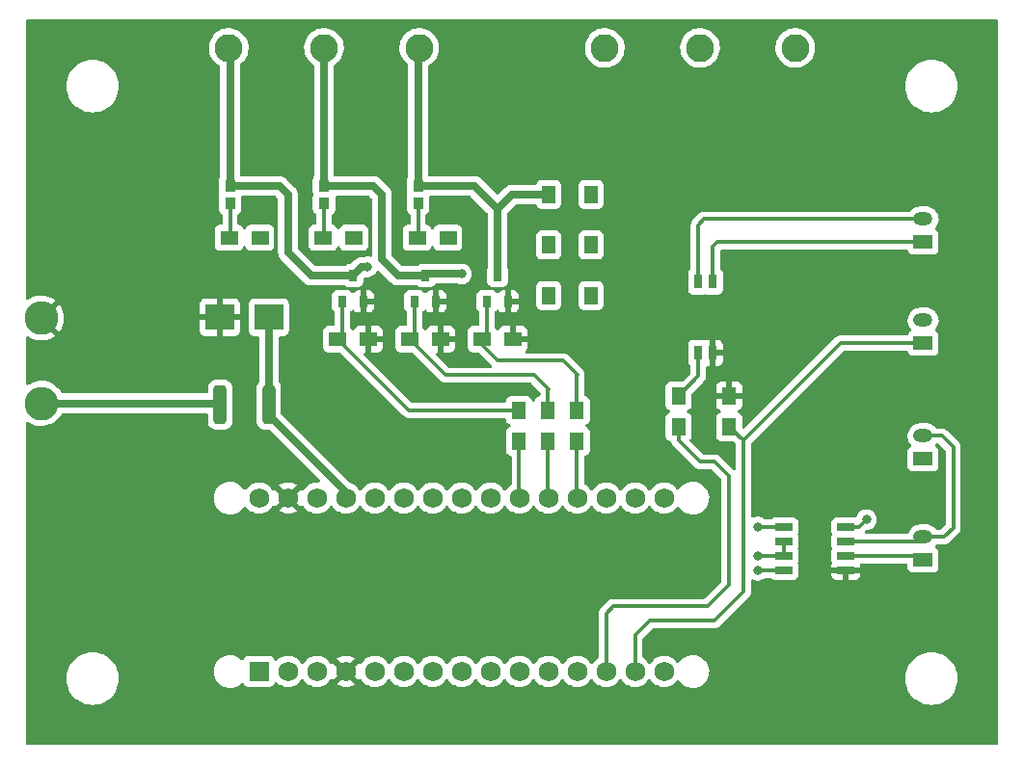
<source format=gbr>
%TF.GenerationSoftware,KiCad,Pcbnew,(6.0.0)*%
%TF.CreationDate,2022-02-25T15:07:17+01:00*%
%TF.ProjectId,ESP8266ControllerCircuit,45535038-3236-4364-936f-6e74726f6c6c,rev?*%
%TF.SameCoordinates,Original*%
%TF.FileFunction,Copper,L1,Top*%
%TF.FilePolarity,Positive*%
%FSLAX46Y46*%
G04 Gerber Fmt 4.6, Leading zero omitted, Abs format (unit mm)*
G04 Created by KiCad (PCBNEW (6.0.0)) date 2022-02-25 15:07:17*
%MOMM*%
%LPD*%
G01*
G04 APERTURE LIST*
G04 Aperture macros list*
%AMRoundRect*
0 Rectangle with rounded corners*
0 $1 Rounding radius*
0 $2 $3 $4 $5 $6 $7 $8 $9 X,Y pos of 4 corners*
0 Add a 4 corners polygon primitive as box body*
4,1,4,$2,$3,$4,$5,$6,$7,$8,$9,$2,$3,0*
0 Add four circle primitives for the rounded corners*
1,1,$1+$1,$2,$3*
1,1,$1+$1,$4,$5*
1,1,$1+$1,$6,$7*
1,1,$1+$1,$8,$9*
0 Add four rect primitives between the rounded corners*
20,1,$1+$1,$2,$3,$4,$5,0*
20,1,$1+$1,$4,$5,$6,$7,0*
20,1,$1+$1,$6,$7,$8,$9,0*
20,1,$1+$1,$8,$9,$2,$3,0*%
G04 Aperture macros list end*
%TA.AperFunction,SMDPad,CuDef*%
%ADD10R,1.300000X1.500000*%
%TD*%
%TA.AperFunction,SMDPad,CuDef*%
%ADD11R,1.500000X1.300000*%
%TD*%
%TA.AperFunction,SMDPad,CuDef*%
%ADD12R,1.166350X1.541350*%
%TD*%
%TA.AperFunction,ComponentPad*%
%ADD13C,2.460625*%
%TD*%
%TA.AperFunction,SMDPad,CuDef*%
%ADD14R,0.950000X1.050000*%
%TD*%
%TA.AperFunction,ComponentPad*%
%ADD15R,1.700000X1.200000*%
%TD*%
%TA.AperFunction,ComponentPad*%
%ADD16O,1.700000X1.200000*%
%TD*%
%TA.AperFunction,SMDPad,CuDef*%
%ADD17RoundRect,0.250000X0.312500X1.450000X-0.312500X1.450000X-0.312500X-1.450000X0.312500X-1.450000X0*%
%TD*%
%TA.AperFunction,SMDPad,CuDef*%
%ADD18R,1.528000X0.650000*%
%TD*%
%TA.AperFunction,SMDPad,CuDef*%
%ADD19R,2.500000X2.300000*%
%TD*%
%TA.AperFunction,ComponentPad*%
%ADD20C,2.952750*%
%TD*%
%TA.AperFunction,SMDPad,CuDef*%
%ADD21R,0.787400X0.984250*%
%TD*%
%TA.AperFunction,ComponentPad*%
%ADD22C,1.727200*%
%TD*%
%TA.AperFunction,ComponentPad*%
%ADD23R,1.727200X1.727200*%
%TD*%
%TA.AperFunction,SMDPad,CuDef*%
%ADD24R,0.800000X1.300000*%
%TD*%
%TA.AperFunction,ViaPad*%
%ADD25C,0.800000*%
%TD*%
%TA.AperFunction,Conductor*%
%ADD26C,0.700000*%
%TD*%
%TA.AperFunction,Conductor*%
%ADD27C,0.300000*%
%TD*%
G04 APERTURE END LIST*
D10*
%TO.P,R2,1*%
%TO.N,GND*%
X198135000Y-84375000D03*
%TO.P,R2,2*%
%TO.N,Net-(R2-Pad2)*%
X198135000Y-87075000D03*
%TD*%
D11*
%TO.P,R11,1*%
%TO.N,GND*%
X166450000Y-79390000D03*
%TO.P,R11,2*%
%TO.N,Net-(Q3-Pad1)*%
X163750000Y-79390000D03*
%TD*%
D12*
%TO.P,D2,1,A*%
%TO.N,R1+*%
X186012500Y-71120000D03*
%TO.P,D2,2,K*%
%TO.N,R2-*%
X182287500Y-71120000D03*
%TD*%
D13*
%TO.P,U3,1,2*%
%TO.N,R1+*%
X187215000Y-53798625D03*
%TO.P,U3,2,2*%
X195580000Y-53798625D03*
%TO.P,U3,3,2*%
X203947500Y-53798625D03*
%TD*%
D10*
%TO.P,R4,1*%
%TO.N,Relay1*%
X184770000Y-88345000D03*
%TO.P,R4,2*%
%TO.N,Net-(Q2-Pad1)*%
X184770000Y-85645000D03*
%TD*%
D11*
%TO.P,R10,1*%
%TO.N,Net-(LED3-Pad2)*%
X154225000Y-70470000D03*
%TO.P,R10,2*%
%TO.N,R1+*%
X156925000Y-70470000D03*
%TD*%
D14*
%TO.P,LED2,1*%
%TO.N,R2-*%
X162560000Y-65925000D03*
%TO.P,LED2,2*%
%TO.N,Net-(LED2-Pad2)*%
X162560000Y-67425000D03*
%TD*%
D11*
%TO.P,R8,1*%
%TO.N,GND*%
X179150000Y-79390000D03*
%TO.P,R8,2*%
%TO.N,Net-(Q2-Pad1)*%
X176450000Y-79390000D03*
%TD*%
%TO.P,R5,1*%
%TO.N,Net-(LED2-Pad2)*%
X162480000Y-70470000D03*
%TO.P,R5,2*%
%TO.N,R1+*%
X165180000Y-70470000D03*
%TD*%
%TO.P,R7,1*%
%TO.N,GND*%
X172800000Y-79390000D03*
%TO.P,R7,2*%
%TO.N,Net-(Q1-Pad1)*%
X170100000Y-79390000D03*
%TD*%
D10*
%TO.P,R9,1*%
%TO.N,Relay3*%
X179690000Y-88345000D03*
%TO.P,R9,2*%
%TO.N,Net-(Q3-Pad1)*%
X179690000Y-85645000D03*
%TD*%
D15*
%TO.P,J2,1,Pin_1*%
%TO.N,Net-(IC1-Pad6)*%
X215170000Y-89900000D03*
D16*
%TO.P,J2,2,Pin_2*%
%TO.N,Net-(IC1-Pad7)*%
X215170000Y-87900000D03*
%TD*%
D13*
%TO.P,U1,1,2*%
%TO.N,R3-*%
X154195000Y-53798625D03*
%TO.P,U1,2,2*%
%TO.N,R2-*%
X162560000Y-53798625D03*
%TO.P,U1,3,2*%
%TO.N,R1-*%
X170927500Y-53798625D03*
%TD*%
D12*
%TO.P,D3,1,A*%
%TO.N,R1+*%
X186012500Y-66675000D03*
%TO.P,D3,2,K*%
%TO.N,R1-*%
X182287500Y-66675000D03*
%TD*%
D15*
%TO.P,TX1,1,Pin_1*%
%TO.N,Net-(TX1-Pad1)*%
X215170000Y-70850000D03*
D16*
%TO.P,TX1,2,Pin_2*%
%TO.N,Net-(TX1-Pad2)*%
X215170000Y-68850000D03*
%TD*%
D17*
%TO.P,F1,1*%
%TO.N,R1+*%
X157712500Y-85135000D03*
%TO.P,F1,2*%
%TO.N,Net-(F1-Pad2)*%
X153437500Y-85135000D03*
%TD*%
D18*
%TO.P,IC1,1,R*%
%TO.N,RS485_RX*%
X202955000Y-95885000D03*
%TO.P,IC1,2,~RE*%
%TO.N,RS485_EN*%
X202955000Y-97155000D03*
%TO.P,IC1,3,DE*%
X202955000Y-98425000D03*
%TO.P,IC1,4,D*%
%TO.N,RS485_TX*%
X202955000Y-99695000D03*
%TO.P,IC1,5,GND*%
%TO.N,GND*%
X208377000Y-99695000D03*
%TO.P,IC1,6,A*%
%TO.N,Net-(IC1-Pad6)*%
X208377000Y-98425000D03*
%TO.P,IC1,7,B*%
%TO.N,Net-(IC1-Pad7)*%
X208377000Y-97155000D03*
%TO.P,IC1,8,VCC*%
%TO.N,R1+*%
X208377000Y-95885000D03*
%TD*%
D14*
%TO.P,LED1,1*%
%TO.N,R1-*%
X170815000Y-65925000D03*
%TO.P,LED1,2*%
%TO.N,Net-(LED1-Pad2)*%
X170815000Y-67425000D03*
%TD*%
D19*
%TO.P,D1,1,A1*%
%TO.N,R1+*%
X157710560Y-77471020D03*
%TO.P,D1,2,A2*%
%TO.N,GND*%
X153410560Y-77471020D03*
%TD*%
D10*
%TO.P,R1,1*%
%TO.N,Relay2*%
X182230000Y-88345000D03*
%TO.P,R1,2*%
%TO.N,Net-(Q1-Pad1)*%
X182230000Y-85645000D03*
%TD*%
D15*
%TO.P,RX1,1,Pin_1*%
%TO.N,Net-(R2-Pad2)*%
X215170000Y-79740000D03*
D16*
%TO.P,RX1,2,Pin_2*%
%TO.N,R1+*%
X215170000Y-77740000D03*
%TD*%
D11*
%TO.P,R6,1*%
%TO.N,Net-(LED1-Pad2)*%
X170735000Y-70470000D03*
%TO.P,R6,2*%
%TO.N,R1+*%
X173435000Y-70470000D03*
%TD*%
D15*
%TO.P,J1,1,Pin_1*%
%TO.N,Net-(IC1-Pad6)*%
X215170000Y-98790000D03*
D16*
%TO.P,J1,2,Pin_2*%
%TO.N,Net-(IC1-Pad7)*%
X215170000Y-96790000D03*
%TD*%
D20*
%TO.P,U4,1,2*%
%TO.N,Net-(F1-Pad2)*%
X137737000Y-85030000D03*
%TO.P,U4,2,2*%
%TO.N,GND*%
X137737000Y-77530000D03*
%TD*%
D21*
%TO.P,Q1,1,G*%
%TO.N,Net-(Q1-Pad1)*%
X170515050Y-76061100D03*
%TO.P,Q1,2,S*%
%TO.N,GND*%
X172385050Y-76061100D03*
%TO.P,Q1,3,D*%
%TO.N,R2-*%
X171450050Y-73798600D03*
%TD*%
D10*
%TO.P,R3,1*%
%TO.N,Net-(R3-Pad1)*%
X193690000Y-84375000D03*
%TO.P,R3,2*%
%TO.N,Net-(R3-Pad2)*%
X193690000Y-87075000D03*
%TD*%
D22*
%TO.P,XA1,3V3,3.3V*%
%TO.N,unconnected-(XA1-Pad3V3)*%
X189865000Y-93345000D03*
%TO.P,XA1,5V,5V*%
%TO.N,R1+*%
X164465000Y-93345000D03*
%TO.P,XA1,A0,A0*%
%TO.N,Relay1*%
X184785000Y-93345000D03*
%TO.P,XA1,A1,A1*%
%TO.N,Relay2*%
X182245000Y-93345000D03*
%TO.P,XA1,A2,A2*%
%TO.N,Relay3*%
X179705000Y-93345000D03*
%TO.P,XA1,A3,A3*%
%TO.N,unconnected-(XA1-PadA3)*%
X177165000Y-93345000D03*
%TO.P,XA1,A4,A4_SDA*%
%TO.N,unconnected-(XA1-PadA4)*%
X174625000Y-93345000D03*
%TO.P,XA1,A5,A5_SCL*%
%TO.N,unconnected-(XA1-PadA5)*%
X172085000Y-93345000D03*
%TO.P,XA1,A6,A6*%
%TO.N,unconnected-(XA1-PadA6)*%
X169545000Y-93345000D03*
%TO.P,XA1,A7,A7*%
%TO.N,unconnected-(XA1-PadA7)*%
X167005000Y-93345000D03*
%TO.P,XA1,AREF,AREF*%
%TO.N,unconnected-(XA1-PadAREF)*%
X187325000Y-93345000D03*
%TO.P,XA1,D0,D0_RX0*%
%TO.N,RS485_RX*%
X159385000Y-108585000D03*
D23*
%TO.P,XA1,D1,D1_TX0*%
%TO.N,RS485_TX*%
X156845000Y-108585000D03*
D22*
%TO.P,XA1,D2,D2_INT0*%
%TO.N,unconnected-(XA1-PadD2)*%
X167005000Y-108585000D03*
%TO.P,XA1,D3,D3_INT1*%
%TO.N,unconnected-(XA1-PadD3)*%
X169545000Y-108585000D03*
%TO.P,XA1,D4,D4*%
%TO.N,RS485_EN*%
X172085000Y-108585000D03*
%TO.P,XA1,D5,D5*%
%TO.N,unconnected-(XA1-PadD5)*%
X174625000Y-108585000D03*
%TO.P,XA1,D6,D6*%
%TO.N,unconnected-(XA1-PadD6)*%
X177165000Y-108585000D03*
%TO.P,XA1,D7,D7*%
%TO.N,unconnected-(XA1-PadD7)*%
X179705000Y-108585000D03*
%TO.P,XA1,D8,D8*%
%TO.N,unconnected-(XA1-PadD8)*%
X182245000Y-108585000D03*
%TO.P,XA1,D9,D9*%
%TO.N,unconnected-(XA1-PadD9)*%
X184785000Y-108585000D03*
%TO.P,XA1,D10,D10_CS*%
%TO.N,Net-(R3-Pad2)*%
X187325000Y-108585000D03*
%TO.P,XA1,D11,D11_MOSI*%
%TO.N,Net-(R2-Pad2)*%
X189865000Y-108585000D03*
%TO.P,XA1,D12,D12_MISO*%
%TO.N,unconnected-(XA1-PadD12)*%
X192405000Y-108585000D03*
%TO.P,XA1,D13,D13_SCK*%
%TO.N,unconnected-(XA1-PadD13)*%
X192405000Y-93345000D03*
%TO.P,XA1,GND1,GND*%
%TO.N,GND*%
X164465000Y-108585000D03*
%TO.P,XA1,GND2,GND*%
X159385000Y-93345000D03*
%TO.P,XA1,RST1,RESET*%
%TO.N,unconnected-(XA1-PadRST1)*%
X161925000Y-108585000D03*
%TO.P,XA1,RST2,RESET*%
%TO.N,unconnected-(XA1-PadRST2)*%
X161925000Y-93345000D03*
%TO.P,XA1,VIN,VIN*%
%TO.N,unconnected-(XA1-PadVIN)*%
X156845000Y-93345000D03*
%TD*%
D21*
%TO.P,Q3,1,G*%
%TO.N,Net-(Q3-Pad1)*%
X164165050Y-76061100D03*
%TO.P,Q3,2,S*%
%TO.N,GND*%
X166035050Y-76061100D03*
%TO.P,Q3,3,D*%
%TO.N,R3-*%
X165100050Y-73798600D03*
%TD*%
D12*
%TO.P,D4,1,A*%
%TO.N,R1+*%
X186012500Y-75565000D03*
%TO.P,D4,2,K*%
%TO.N,R3-*%
X182287500Y-75565000D03*
%TD*%
D14*
%TO.P,LED3,1*%
%TO.N,R3-*%
X154305000Y-65925000D03*
%TO.P,LED3,2*%
%TO.N,Net-(LED3-Pad2)*%
X154305000Y-67425000D03*
%TD*%
D24*
%TO.P,U2,1*%
%TO.N,Net-(R3-Pad1)*%
X195427500Y-80610000D03*
%TO.P,U2,2*%
%TO.N,GND*%
X196707500Y-80610000D03*
%TO.P,U2,3*%
%TO.N,Net-(TX1-Pad1)*%
X196707500Y-74310000D03*
%TO.P,U2,4*%
%TO.N,Net-(TX1-Pad2)*%
X195427500Y-74310000D03*
%TD*%
D21*
%TO.P,Q2,1,G*%
%TO.N,Net-(Q2-Pad1)*%
X176865050Y-76061100D03*
%TO.P,Q2,2,S*%
%TO.N,GND*%
X178735050Y-76061100D03*
%TO.P,Q2,3,D*%
%TO.N,R1-*%
X177800050Y-73798600D03*
%TD*%
D25*
%TO.N,R1+*%
X156845000Y-70485000D03*
X165100000Y-70485000D03*
X157710560Y-77471020D03*
X173355000Y-70485000D03*
X186055000Y-75565000D03*
X186055000Y-71120000D03*
X186055000Y-66675000D03*
X210185000Y-95250000D03*
%TO.N,R2-*%
X182245000Y-71120000D03*
X174625000Y-73660000D03*
%TO.N,R3-*%
X182245000Y-75565000D03*
X166370000Y-73025000D03*
%TO.N,RS485_RX*%
X200660000Y-95885000D03*
%TO.N,RS485_EN*%
X200660000Y-98425000D03*
%TO.N,RS485_TX*%
X200660000Y-99695000D03*
%TD*%
D26*
%TO.N,R1+*%
X164973000Y-93345000D02*
X157712500Y-86084500D01*
X157712500Y-86084500D02*
X157712500Y-85135000D01*
D27*
X208377000Y-95885000D02*
X209550000Y-95885000D01*
D26*
X157710560Y-77471020D02*
X157710560Y-85133060D01*
X157710560Y-85133060D02*
X157712500Y-85135000D01*
D27*
X209550000Y-95885000D02*
X210185000Y-95250000D01*
D26*
%TO.N,R2-*%
X162560000Y-65925000D02*
X162560000Y-53798625D01*
X167640000Y-66675000D02*
X167640000Y-72390000D01*
X174625000Y-73660000D02*
X171588650Y-73660000D01*
X162560000Y-65925000D02*
X166890000Y-65925000D01*
X171588650Y-73660000D02*
X171450050Y-73798600D01*
X167640000Y-72390000D02*
X169048600Y-73798600D01*
X182287500Y-71120000D02*
X182245000Y-71120000D01*
X169048600Y-73798600D02*
X171450050Y-73798600D01*
X166890000Y-65925000D02*
X167640000Y-66675000D01*
%TO.N,R1-*%
X170815000Y-53911125D02*
X170927500Y-53798625D01*
X177800050Y-67945050D02*
X177800050Y-73798600D01*
X170815000Y-65925000D02*
X175780000Y-65925000D01*
X182287500Y-66675000D02*
X179070100Y-66675000D01*
X179070100Y-66675000D02*
X177800050Y-67945050D01*
X170815000Y-65925000D02*
X170815000Y-53911125D01*
X175780000Y-65925000D02*
X177800050Y-67945050D01*
%TO.N,R3-*%
X165873650Y-73025000D02*
X165100050Y-73798600D01*
X166370000Y-73025000D02*
X165873650Y-73025000D01*
X154305000Y-65925000D02*
X154305000Y-53908625D01*
X154305000Y-65925000D02*
X158635000Y-65925000D01*
X161428600Y-73798600D02*
X165100050Y-73798600D01*
X154305000Y-53908625D02*
X154195000Y-53798625D01*
X158635000Y-65925000D02*
X159385000Y-66675000D01*
X159385000Y-66675000D02*
X159385000Y-71755000D01*
X182287500Y-75565000D02*
X182245000Y-75565000D01*
X159385000Y-71755000D02*
X161428600Y-73798600D01*
%TO.N,Net-(F1-Pad2)*%
X153437500Y-85135000D02*
X153332500Y-85030000D01*
X153332500Y-85030000D02*
X137737000Y-85030000D01*
D27*
%TO.N,RS485_RX*%
X202955000Y-95885000D02*
X200660000Y-95885000D01*
%TO.N,RS485_EN*%
X202955000Y-98425000D02*
X201295000Y-98425000D01*
X201295000Y-98425000D02*
X200660000Y-98425000D01*
X202955000Y-97155000D02*
X202955000Y-98425000D01*
%TO.N,RS485_TX*%
X202955000Y-99695000D02*
X200660000Y-99695000D01*
%TO.N,Net-(IC1-Pad6)*%
X214805000Y-98425000D02*
X215170000Y-98790000D01*
X208377000Y-98425000D02*
X214805000Y-98425000D01*
%TO.N,Net-(IC1-Pad7)*%
X216805000Y-87900000D02*
X217805000Y-88900000D01*
X217805000Y-88900000D02*
X217805000Y-95972500D01*
X215170000Y-87900000D02*
X216805000Y-87900000D01*
X208377000Y-97155000D02*
X214805000Y-97155000D01*
X216987500Y-96790000D02*
X215170000Y-96790000D01*
X214805000Y-97155000D02*
X215170000Y-96790000D01*
X217805000Y-95972500D02*
X216987500Y-96790000D01*
%TO.N,Net-(LED1-Pad2)*%
X170815000Y-70390000D02*
X170735000Y-70470000D01*
X170815000Y-67425000D02*
X170815000Y-70390000D01*
%TO.N,Net-(LED2-Pad2)*%
X162560000Y-67425000D02*
X162560000Y-70390000D01*
X162560000Y-70390000D02*
X162480000Y-70470000D01*
%TO.N,Net-(LED3-Pad2)*%
X154305000Y-67425000D02*
X154305000Y-70390000D01*
X154305000Y-70390000D02*
X154225000Y-70470000D01*
%TO.N,Net-(Q1-Pad1)*%
X170100000Y-79390000D02*
X173260000Y-82550000D01*
X170515050Y-76061100D02*
X170515050Y-78974950D01*
X180975000Y-82550000D02*
X182245000Y-83820000D01*
X170515050Y-78974950D02*
X170100000Y-79390000D01*
X182230000Y-83835000D02*
X182230000Y-85645000D01*
X173260000Y-82550000D02*
X180975000Y-82550000D01*
X182245000Y-83820000D02*
X182230000Y-83835000D01*
%TO.N,Net-(Q2-Pad1)*%
X177800000Y-81280000D02*
X183515000Y-81280000D01*
X176450000Y-79930000D02*
X177800000Y-81280000D01*
X184770000Y-82565000D02*
X184770000Y-85645000D01*
X176450000Y-79390000D02*
X176450000Y-79930000D01*
X184785000Y-82550000D02*
X184770000Y-82565000D01*
X183515000Y-81280000D02*
X184785000Y-82550000D01*
X176865050Y-78974950D02*
X176450000Y-79390000D01*
X176865050Y-76061100D02*
X176865050Y-78974950D01*
%TO.N,Net-(Q3-Pad1)*%
X164165050Y-76061100D02*
X164165050Y-78974950D01*
X164165050Y-78974950D02*
X163750000Y-79390000D01*
X170005000Y-85645000D02*
X179690000Y-85645000D01*
X163750000Y-79390000D02*
X170005000Y-85645000D01*
%TO.N,Relay2*%
X182230000Y-93330000D02*
X182245000Y-93345000D01*
X182230000Y-88345000D02*
X182230000Y-93330000D01*
%TO.N,Net-(R2-Pad2)*%
X199390000Y-88330000D02*
X199390000Y-101600000D01*
X199357500Y-88297500D02*
X199390000Y-88330000D01*
X199390000Y-101600000D02*
X196850000Y-104140000D01*
X191135000Y-104140000D02*
X189865000Y-105410000D01*
X198135000Y-87075000D02*
X199357500Y-88297500D01*
X207915000Y-79740000D02*
X199357500Y-88297500D01*
X215170000Y-79740000D02*
X207915000Y-79740000D01*
X189865000Y-105410000D02*
X189865000Y-108585000D01*
X196850000Y-104140000D02*
X191135000Y-104140000D01*
%TO.N,Net-(R3-Pad1)*%
X195427500Y-80610000D02*
X195427500Y-82637500D01*
X195427500Y-82637500D02*
X193690000Y-84375000D01*
%TO.N,Net-(R3-Pad2)*%
X196850000Y-90170000D02*
X198120000Y-91440000D01*
X193690000Y-87075000D02*
X193690000Y-88280000D01*
X187960000Y-102870000D02*
X187325000Y-103505000D01*
X195580000Y-90170000D02*
X196850000Y-90170000D01*
X196215000Y-102870000D02*
X187960000Y-102870000D01*
X187325000Y-103505000D02*
X187325000Y-108585000D01*
X198120000Y-100965000D02*
X196215000Y-102870000D01*
X198120000Y-91440000D02*
X198120000Y-100965000D01*
X193690000Y-88280000D02*
X195580000Y-90170000D01*
%TO.N,Relay1*%
X184770000Y-88345000D02*
X184770000Y-93330000D01*
X184770000Y-93330000D02*
X184785000Y-93345000D01*
%TO.N,Relay3*%
X179690000Y-88345000D02*
X179690000Y-93330000D01*
X179690000Y-93330000D02*
X179705000Y-93345000D01*
%TO.N,Net-(TX1-Pad1)*%
X196707500Y-71262500D02*
X196707500Y-74310000D01*
X197120000Y-70850000D02*
X196707500Y-71262500D01*
X215170000Y-70850000D02*
X197120000Y-70850000D01*
%TO.N,Net-(TX1-Pad2)*%
X215170000Y-68850000D02*
X195945000Y-68850000D01*
X195427500Y-69367500D02*
X195427500Y-74310000D01*
X195945000Y-68850000D02*
X195427500Y-69367500D01*
%TD*%
%TA.AperFunction,Conductor*%
%TO.N,GND*%
G36*
X221684121Y-51328002D02*
G01*
X221730614Y-51381658D01*
X221742000Y-51434000D01*
X221742000Y-114936000D01*
X221721998Y-115004121D01*
X221668342Y-115050614D01*
X221616000Y-115062000D01*
X136524000Y-115062000D01*
X136455879Y-115041998D01*
X136409386Y-114988342D01*
X136398000Y-114936000D01*
X136398000Y-109220000D01*
X139931005Y-109220000D01*
X139931275Y-109224119D01*
X139947872Y-109477333D01*
X139950759Y-109521384D01*
X139951563Y-109525424D01*
X139951563Y-109525427D01*
X140007110Y-109804681D01*
X140009682Y-109817612D01*
X140011008Y-109821518D01*
X140011009Y-109821522D01*
X140087869Y-110047943D01*
X140106767Y-110103614D01*
X140240352Y-110374497D01*
X140408151Y-110625627D01*
X140410865Y-110628721D01*
X140410869Y-110628727D01*
X140604585Y-110849617D01*
X140607294Y-110852706D01*
X140610383Y-110855415D01*
X140831273Y-111049131D01*
X140831279Y-111049135D01*
X140834373Y-111051849D01*
X140837799Y-111054138D01*
X140837804Y-111054142D01*
X141025904Y-111179826D01*
X141085502Y-111219648D01*
X141089201Y-111221472D01*
X141089206Y-111221475D01*
X141352691Y-111351411D01*
X141356386Y-111353233D01*
X141360284Y-111354556D01*
X141360286Y-111354557D01*
X141638478Y-111448991D01*
X141638482Y-111448992D01*
X141642388Y-111450318D01*
X141646432Y-111451122D01*
X141646438Y-111451124D01*
X141934573Y-111508437D01*
X141934576Y-111508437D01*
X141938616Y-111509241D01*
X141942727Y-111509510D01*
X141942731Y-111509511D01*
X142235881Y-111528725D01*
X142240000Y-111528995D01*
X142244119Y-111528725D01*
X142537269Y-111509511D01*
X142537273Y-111509510D01*
X142541384Y-111509241D01*
X142545424Y-111508437D01*
X142545427Y-111508437D01*
X142833562Y-111451124D01*
X142833568Y-111451122D01*
X142837612Y-111450318D01*
X142841518Y-111448992D01*
X142841522Y-111448991D01*
X143119714Y-111354557D01*
X143119716Y-111354556D01*
X143123614Y-111353233D01*
X143127309Y-111351411D01*
X143390794Y-111221475D01*
X143390799Y-111221472D01*
X143394498Y-111219648D01*
X143454096Y-111179826D01*
X143642196Y-111054142D01*
X143642201Y-111054138D01*
X143645627Y-111051849D01*
X143648721Y-111049135D01*
X143648727Y-111049131D01*
X143869617Y-110855415D01*
X143872706Y-110852706D01*
X143875415Y-110849617D01*
X144069131Y-110628727D01*
X144069135Y-110628721D01*
X144071849Y-110625627D01*
X144239648Y-110374497D01*
X144373233Y-110103614D01*
X144392131Y-110047943D01*
X144468991Y-109821522D01*
X144468992Y-109821518D01*
X144470318Y-109817612D01*
X144472891Y-109804681D01*
X144528437Y-109525427D01*
X144528437Y-109525424D01*
X144529241Y-109521384D01*
X144532129Y-109477333D01*
X144548725Y-109224119D01*
X144548995Y-109220000D01*
X144546567Y-109182951D01*
X144529511Y-108922731D01*
X144529510Y-108922727D01*
X144529241Y-108918616D01*
X144501562Y-108779461D01*
X144482840Y-108685339D01*
X152870091Y-108685339D01*
X152905747Y-108918349D01*
X152978980Y-109142407D01*
X152981370Y-109146998D01*
X153083715Y-109343600D01*
X153087825Y-109351496D01*
X153090928Y-109355629D01*
X153090930Y-109355632D01*
X153218416Y-109525427D01*
X153229358Y-109540000D01*
X153399777Y-109702857D01*
X153594508Y-109835693D01*
X153599192Y-109837867D01*
X153599195Y-109837869D01*
X153803628Y-109932764D01*
X153803633Y-109932766D01*
X153808319Y-109934941D01*
X154035468Y-109997935D01*
X154040605Y-109998484D01*
X154224563Y-110018144D01*
X154224571Y-110018144D01*
X154227898Y-110018500D01*
X154364757Y-110018500D01*
X154367330Y-110018288D01*
X154367341Y-110018288D01*
X154534779Y-110004522D01*
X154534785Y-110004521D01*
X154539930Y-110004098D01*
X154768551Y-109946673D01*
X154984723Y-109852678D01*
X155182641Y-109724640D01*
X155187965Y-109719796D01*
X155283412Y-109632945D01*
X155312917Y-109606097D01*
X155376762Y-109575046D01*
X155447260Y-109583440D01*
X155502029Y-109628617D01*
X155515698Y-109655061D01*
X155530785Y-109695305D01*
X155618139Y-109811861D01*
X155734695Y-109899215D01*
X155871084Y-109950345D01*
X155933266Y-109957100D01*
X157756734Y-109957100D01*
X157818916Y-109950345D01*
X157955305Y-109899215D01*
X158071861Y-109811861D01*
X158159215Y-109695305D01*
X158197213Y-109593946D01*
X158239854Y-109537181D01*
X158306416Y-109512481D01*
X158375765Y-109527688D01*
X158410431Y-109555676D01*
X158416979Y-109563235D01*
X158421702Y-109568687D01*
X158525740Y-109655061D01*
X158583311Y-109702857D01*
X158595299Y-109712810D01*
X158599751Y-109715412D01*
X158599756Y-109715415D01*
X158689091Y-109767618D01*
X158790103Y-109826645D01*
X159000884Y-109907134D01*
X159005952Y-109908165D01*
X159005955Y-109908166D01*
X159112000Y-109929741D01*
X159221981Y-109952117D01*
X159227156Y-109952307D01*
X159227158Y-109952307D01*
X159442292Y-109960196D01*
X159442296Y-109960196D01*
X159447456Y-109960385D01*
X159452576Y-109959729D01*
X159452578Y-109959729D01*
X159554495Y-109946673D01*
X159671253Y-109931716D01*
X159676202Y-109930231D01*
X159676208Y-109930230D01*
X159882413Y-109868365D01*
X159882412Y-109868365D01*
X159887363Y-109866880D01*
X160014327Y-109804681D01*
X160085331Y-109769897D01*
X160085336Y-109769894D01*
X160089982Y-109767618D01*
X160094192Y-109764615D01*
X160094197Y-109764612D01*
X160269455Y-109639601D01*
X160269459Y-109639597D01*
X160273667Y-109636596D01*
X160433487Y-109477333D01*
X160459166Y-109441596D01*
X160554370Y-109309107D01*
X160610364Y-109265459D01*
X160681068Y-109259013D01*
X160744032Y-109291816D01*
X160764125Y-109316799D01*
X160811275Y-109393743D01*
X160811279Y-109393748D01*
X160813975Y-109398147D01*
X160961702Y-109568687D01*
X161065740Y-109655061D01*
X161123311Y-109702857D01*
X161135299Y-109712810D01*
X161139751Y-109715412D01*
X161139756Y-109715415D01*
X161229091Y-109767618D01*
X161330103Y-109826645D01*
X161540884Y-109907134D01*
X161545952Y-109908165D01*
X161545955Y-109908166D01*
X161652000Y-109929741D01*
X161761981Y-109952117D01*
X161767156Y-109952307D01*
X161767158Y-109952307D01*
X161982292Y-109960196D01*
X161982296Y-109960196D01*
X161987456Y-109960385D01*
X161992576Y-109959729D01*
X161992578Y-109959729D01*
X162094495Y-109946673D01*
X162211253Y-109931716D01*
X162216202Y-109930231D01*
X162216208Y-109930230D01*
X162422413Y-109868365D01*
X162422412Y-109868365D01*
X162427363Y-109866880D01*
X162554327Y-109804681D01*
X162625331Y-109769897D01*
X162625336Y-109769894D01*
X162629982Y-109767618D01*
X162634192Y-109764615D01*
X162634197Y-109764612D01*
X162697026Y-109719796D01*
X163695034Y-109719796D01*
X163700315Y-109726850D01*
X163865859Y-109823586D01*
X163875146Y-109828036D01*
X164076193Y-109904808D01*
X164086091Y-109907684D01*
X164296979Y-109950589D01*
X164307208Y-109951808D01*
X164522269Y-109959695D01*
X164532555Y-109959228D01*
X164746022Y-109931883D01*
X164756099Y-109929741D01*
X164962225Y-109867900D01*
X164971832Y-109864134D01*
X165165074Y-109769466D01*
X165173940Y-109764181D01*
X165223998Y-109728474D01*
X165232399Y-109717774D01*
X165225411Y-109704621D01*
X164477812Y-108957022D01*
X164463868Y-108949408D01*
X164462035Y-108949539D01*
X164455420Y-108953790D01*
X163701794Y-109707416D01*
X163695034Y-109719796D01*
X162697026Y-109719796D01*
X162809455Y-109639601D01*
X162809459Y-109639597D01*
X162813667Y-109636596D01*
X162973487Y-109477333D01*
X162997678Y-109443668D01*
X163094687Y-109308666D01*
X163150681Y-109265018D01*
X163221385Y-109258572D01*
X163284349Y-109291375D01*
X163304442Y-109316358D01*
X163321570Y-109344310D01*
X163332027Y-109353770D01*
X163340803Y-109349987D01*
X164092978Y-108597812D01*
X164099356Y-108586132D01*
X164829408Y-108586132D01*
X164829539Y-108587965D01*
X164833790Y-108594580D01*
X165585219Y-109346009D01*
X165597230Y-109352568D01*
X165608969Y-109343600D01*
X165634087Y-109308645D01*
X165690082Y-109264998D01*
X165760786Y-109258553D01*
X165823750Y-109291356D01*
X165843842Y-109316337D01*
X165893975Y-109398147D01*
X166041702Y-109568687D01*
X166145740Y-109655061D01*
X166203311Y-109702857D01*
X166215299Y-109712810D01*
X166219751Y-109715412D01*
X166219756Y-109715415D01*
X166309091Y-109767618D01*
X166410103Y-109826645D01*
X166620884Y-109907134D01*
X166625952Y-109908165D01*
X166625955Y-109908166D01*
X166732000Y-109929741D01*
X166841981Y-109952117D01*
X166847156Y-109952307D01*
X166847158Y-109952307D01*
X167062292Y-109960196D01*
X167062296Y-109960196D01*
X167067456Y-109960385D01*
X167072576Y-109959729D01*
X167072578Y-109959729D01*
X167174495Y-109946673D01*
X167291253Y-109931716D01*
X167296202Y-109930231D01*
X167296208Y-109930230D01*
X167502413Y-109868365D01*
X167502412Y-109868365D01*
X167507363Y-109866880D01*
X167634327Y-109804681D01*
X167705331Y-109769897D01*
X167705336Y-109769894D01*
X167709982Y-109767618D01*
X167714192Y-109764615D01*
X167714197Y-109764612D01*
X167889455Y-109639601D01*
X167889459Y-109639597D01*
X167893667Y-109636596D01*
X168053487Y-109477333D01*
X168079166Y-109441596D01*
X168174370Y-109309107D01*
X168230364Y-109265459D01*
X168301068Y-109259013D01*
X168364032Y-109291816D01*
X168384125Y-109316799D01*
X168431275Y-109393743D01*
X168431279Y-109393748D01*
X168433975Y-109398147D01*
X168581702Y-109568687D01*
X168685740Y-109655061D01*
X168743311Y-109702857D01*
X168755299Y-109712810D01*
X168759751Y-109715412D01*
X168759756Y-109715415D01*
X168849091Y-109767618D01*
X168950103Y-109826645D01*
X169160884Y-109907134D01*
X169165952Y-109908165D01*
X169165955Y-109908166D01*
X169272000Y-109929741D01*
X169381981Y-109952117D01*
X169387156Y-109952307D01*
X169387158Y-109952307D01*
X169602292Y-109960196D01*
X169602296Y-109960196D01*
X169607456Y-109960385D01*
X169612576Y-109959729D01*
X169612578Y-109959729D01*
X169714495Y-109946673D01*
X169831253Y-109931716D01*
X169836202Y-109930231D01*
X169836208Y-109930230D01*
X170042413Y-109868365D01*
X170042412Y-109868365D01*
X170047363Y-109866880D01*
X170174327Y-109804681D01*
X170245331Y-109769897D01*
X170245336Y-109769894D01*
X170249982Y-109767618D01*
X170254192Y-109764615D01*
X170254197Y-109764612D01*
X170429455Y-109639601D01*
X170429459Y-109639597D01*
X170433667Y-109636596D01*
X170593487Y-109477333D01*
X170619166Y-109441596D01*
X170714370Y-109309107D01*
X170770364Y-109265459D01*
X170841068Y-109259013D01*
X170904032Y-109291816D01*
X170924125Y-109316799D01*
X170971275Y-109393743D01*
X170971279Y-109393748D01*
X170973975Y-109398147D01*
X171121702Y-109568687D01*
X171225740Y-109655061D01*
X171283311Y-109702857D01*
X171295299Y-109712810D01*
X171299751Y-109715412D01*
X171299756Y-109715415D01*
X171389091Y-109767618D01*
X171490103Y-109826645D01*
X171700884Y-109907134D01*
X171705952Y-109908165D01*
X171705955Y-109908166D01*
X171812000Y-109929741D01*
X171921981Y-109952117D01*
X171927156Y-109952307D01*
X171927158Y-109952307D01*
X172142292Y-109960196D01*
X172142296Y-109960196D01*
X172147456Y-109960385D01*
X172152576Y-109959729D01*
X172152578Y-109959729D01*
X172254495Y-109946673D01*
X172371253Y-109931716D01*
X172376202Y-109930231D01*
X172376208Y-109930230D01*
X172582413Y-109868365D01*
X172582412Y-109868365D01*
X172587363Y-109866880D01*
X172714327Y-109804681D01*
X172785331Y-109769897D01*
X172785336Y-109769894D01*
X172789982Y-109767618D01*
X172794192Y-109764615D01*
X172794197Y-109764612D01*
X172969455Y-109639601D01*
X172969459Y-109639597D01*
X172973667Y-109636596D01*
X173133487Y-109477333D01*
X173159166Y-109441596D01*
X173254370Y-109309107D01*
X173310364Y-109265459D01*
X173381068Y-109259013D01*
X173444032Y-109291816D01*
X173464125Y-109316799D01*
X173511275Y-109393743D01*
X173511279Y-109393748D01*
X173513975Y-109398147D01*
X173661702Y-109568687D01*
X173765740Y-109655061D01*
X173823311Y-109702857D01*
X173835299Y-109712810D01*
X173839751Y-109715412D01*
X173839756Y-109715415D01*
X173929091Y-109767618D01*
X174030103Y-109826645D01*
X174240884Y-109907134D01*
X174245952Y-109908165D01*
X174245955Y-109908166D01*
X174352000Y-109929741D01*
X174461981Y-109952117D01*
X174467156Y-109952307D01*
X174467158Y-109952307D01*
X174682292Y-109960196D01*
X174682296Y-109960196D01*
X174687456Y-109960385D01*
X174692576Y-109959729D01*
X174692578Y-109959729D01*
X174794495Y-109946673D01*
X174911253Y-109931716D01*
X174916202Y-109930231D01*
X174916208Y-109930230D01*
X175122413Y-109868365D01*
X175122412Y-109868365D01*
X175127363Y-109866880D01*
X175254327Y-109804681D01*
X175325331Y-109769897D01*
X175325336Y-109769894D01*
X175329982Y-109767618D01*
X175334192Y-109764615D01*
X175334197Y-109764612D01*
X175509455Y-109639601D01*
X175509459Y-109639597D01*
X175513667Y-109636596D01*
X175673487Y-109477333D01*
X175699166Y-109441596D01*
X175794370Y-109309107D01*
X175850364Y-109265459D01*
X175921068Y-109259013D01*
X175984032Y-109291816D01*
X176004125Y-109316799D01*
X176051275Y-109393743D01*
X176051279Y-109393748D01*
X176053975Y-109398147D01*
X176201702Y-109568687D01*
X176305740Y-109655061D01*
X176363311Y-109702857D01*
X176375299Y-109712810D01*
X176379751Y-109715412D01*
X176379756Y-109715415D01*
X176469091Y-109767618D01*
X176570103Y-109826645D01*
X176780884Y-109907134D01*
X176785952Y-109908165D01*
X176785955Y-109908166D01*
X176892000Y-109929741D01*
X177001981Y-109952117D01*
X177007156Y-109952307D01*
X177007158Y-109952307D01*
X177222292Y-109960196D01*
X177222296Y-109960196D01*
X177227456Y-109960385D01*
X177232576Y-109959729D01*
X177232578Y-109959729D01*
X177334495Y-109946673D01*
X177451253Y-109931716D01*
X177456202Y-109930231D01*
X177456208Y-109930230D01*
X177662413Y-109868365D01*
X177662412Y-109868365D01*
X177667363Y-109866880D01*
X177794327Y-109804681D01*
X177865331Y-109769897D01*
X177865336Y-109769894D01*
X177869982Y-109767618D01*
X177874192Y-109764615D01*
X177874197Y-109764612D01*
X178049455Y-109639601D01*
X178049459Y-109639597D01*
X178053667Y-109636596D01*
X178213487Y-109477333D01*
X178239166Y-109441596D01*
X178334370Y-109309107D01*
X178390364Y-109265459D01*
X178461068Y-109259013D01*
X178524032Y-109291816D01*
X178544125Y-109316799D01*
X178591275Y-109393743D01*
X178591279Y-109393748D01*
X178593975Y-109398147D01*
X178741702Y-109568687D01*
X178845740Y-109655061D01*
X178903311Y-109702857D01*
X178915299Y-109712810D01*
X178919751Y-109715412D01*
X178919756Y-109715415D01*
X179009091Y-109767618D01*
X179110103Y-109826645D01*
X179320884Y-109907134D01*
X179325952Y-109908165D01*
X179325955Y-109908166D01*
X179432000Y-109929741D01*
X179541981Y-109952117D01*
X179547156Y-109952307D01*
X179547158Y-109952307D01*
X179762292Y-109960196D01*
X179762296Y-109960196D01*
X179767456Y-109960385D01*
X179772576Y-109959729D01*
X179772578Y-109959729D01*
X179874495Y-109946673D01*
X179991253Y-109931716D01*
X179996202Y-109930231D01*
X179996208Y-109930230D01*
X180202413Y-109868365D01*
X180202412Y-109868365D01*
X180207363Y-109866880D01*
X180334327Y-109804681D01*
X180405331Y-109769897D01*
X180405336Y-109769894D01*
X180409982Y-109767618D01*
X180414192Y-109764615D01*
X180414197Y-109764612D01*
X180589455Y-109639601D01*
X180589459Y-109639597D01*
X180593667Y-109636596D01*
X180753487Y-109477333D01*
X180779166Y-109441596D01*
X180874370Y-109309107D01*
X180930364Y-109265459D01*
X181001068Y-109259013D01*
X181064032Y-109291816D01*
X181084125Y-109316799D01*
X181131275Y-109393743D01*
X181131279Y-109393748D01*
X181133975Y-109398147D01*
X181281702Y-109568687D01*
X181385740Y-109655061D01*
X181443311Y-109702857D01*
X181455299Y-109712810D01*
X181459751Y-109715412D01*
X181459756Y-109715415D01*
X181549091Y-109767618D01*
X181650103Y-109826645D01*
X181860884Y-109907134D01*
X181865952Y-109908165D01*
X181865955Y-109908166D01*
X181972000Y-109929741D01*
X182081981Y-109952117D01*
X182087156Y-109952307D01*
X182087158Y-109952307D01*
X182302292Y-109960196D01*
X182302296Y-109960196D01*
X182307456Y-109960385D01*
X182312576Y-109959729D01*
X182312578Y-109959729D01*
X182414495Y-109946673D01*
X182531253Y-109931716D01*
X182536202Y-109930231D01*
X182536208Y-109930230D01*
X182742413Y-109868365D01*
X182742412Y-109868365D01*
X182747363Y-109866880D01*
X182874327Y-109804681D01*
X182945331Y-109769897D01*
X182945336Y-109769894D01*
X182949982Y-109767618D01*
X182954192Y-109764615D01*
X182954197Y-109764612D01*
X183129455Y-109639601D01*
X183129459Y-109639597D01*
X183133667Y-109636596D01*
X183293487Y-109477333D01*
X183319166Y-109441596D01*
X183414370Y-109309107D01*
X183470364Y-109265459D01*
X183541068Y-109259013D01*
X183604032Y-109291816D01*
X183624125Y-109316799D01*
X183671275Y-109393743D01*
X183671279Y-109393748D01*
X183673975Y-109398147D01*
X183821702Y-109568687D01*
X183925740Y-109655061D01*
X183983311Y-109702857D01*
X183995299Y-109712810D01*
X183999751Y-109715412D01*
X183999756Y-109715415D01*
X184089091Y-109767618D01*
X184190103Y-109826645D01*
X184400884Y-109907134D01*
X184405952Y-109908165D01*
X184405955Y-109908166D01*
X184512000Y-109929741D01*
X184621981Y-109952117D01*
X184627156Y-109952307D01*
X184627158Y-109952307D01*
X184842292Y-109960196D01*
X184842296Y-109960196D01*
X184847456Y-109960385D01*
X184852576Y-109959729D01*
X184852578Y-109959729D01*
X184954495Y-109946673D01*
X185071253Y-109931716D01*
X185076202Y-109930231D01*
X185076208Y-109930230D01*
X185282413Y-109868365D01*
X185282412Y-109868365D01*
X185287363Y-109866880D01*
X185414327Y-109804681D01*
X185485331Y-109769897D01*
X185485336Y-109769894D01*
X185489982Y-109767618D01*
X185494192Y-109764615D01*
X185494197Y-109764612D01*
X185669455Y-109639601D01*
X185669459Y-109639597D01*
X185673667Y-109636596D01*
X185833487Y-109477333D01*
X185859166Y-109441596D01*
X185954370Y-109309107D01*
X186010364Y-109265459D01*
X186081068Y-109259013D01*
X186144032Y-109291816D01*
X186164125Y-109316799D01*
X186211275Y-109393743D01*
X186211279Y-109393748D01*
X186213975Y-109398147D01*
X186361702Y-109568687D01*
X186465740Y-109655061D01*
X186523311Y-109702857D01*
X186535299Y-109712810D01*
X186539751Y-109715412D01*
X186539756Y-109715415D01*
X186629091Y-109767618D01*
X186730103Y-109826645D01*
X186940884Y-109907134D01*
X186945952Y-109908165D01*
X186945955Y-109908166D01*
X187052000Y-109929741D01*
X187161981Y-109952117D01*
X187167156Y-109952307D01*
X187167158Y-109952307D01*
X187382292Y-109960196D01*
X187382296Y-109960196D01*
X187387456Y-109960385D01*
X187392576Y-109959729D01*
X187392578Y-109959729D01*
X187494495Y-109946673D01*
X187611253Y-109931716D01*
X187616202Y-109930231D01*
X187616208Y-109930230D01*
X187822413Y-109868365D01*
X187822412Y-109868365D01*
X187827363Y-109866880D01*
X187954327Y-109804681D01*
X188025331Y-109769897D01*
X188025336Y-109769894D01*
X188029982Y-109767618D01*
X188034192Y-109764615D01*
X188034197Y-109764612D01*
X188209455Y-109639601D01*
X188209459Y-109639597D01*
X188213667Y-109636596D01*
X188373487Y-109477333D01*
X188399166Y-109441596D01*
X188494370Y-109309107D01*
X188550364Y-109265459D01*
X188621068Y-109259013D01*
X188684032Y-109291816D01*
X188704125Y-109316799D01*
X188751275Y-109393743D01*
X188751279Y-109393748D01*
X188753975Y-109398147D01*
X188901702Y-109568687D01*
X189005740Y-109655061D01*
X189063311Y-109702857D01*
X189075299Y-109712810D01*
X189079751Y-109715412D01*
X189079756Y-109715415D01*
X189169091Y-109767618D01*
X189270103Y-109826645D01*
X189480884Y-109907134D01*
X189485952Y-109908165D01*
X189485955Y-109908166D01*
X189592000Y-109929741D01*
X189701981Y-109952117D01*
X189707156Y-109952307D01*
X189707158Y-109952307D01*
X189922292Y-109960196D01*
X189922296Y-109960196D01*
X189927456Y-109960385D01*
X189932576Y-109959729D01*
X189932578Y-109959729D01*
X190034495Y-109946673D01*
X190151253Y-109931716D01*
X190156202Y-109930231D01*
X190156208Y-109930230D01*
X190362413Y-109868365D01*
X190362412Y-109868365D01*
X190367363Y-109866880D01*
X190494327Y-109804681D01*
X190565331Y-109769897D01*
X190565336Y-109769894D01*
X190569982Y-109767618D01*
X190574192Y-109764615D01*
X190574197Y-109764612D01*
X190749455Y-109639601D01*
X190749459Y-109639597D01*
X190753667Y-109636596D01*
X190913487Y-109477333D01*
X190939166Y-109441596D01*
X191034370Y-109309107D01*
X191090364Y-109265459D01*
X191161068Y-109259013D01*
X191224032Y-109291816D01*
X191244125Y-109316799D01*
X191291275Y-109393743D01*
X191291279Y-109393748D01*
X191293975Y-109398147D01*
X191441702Y-109568687D01*
X191545740Y-109655061D01*
X191603311Y-109702857D01*
X191615299Y-109712810D01*
X191619751Y-109715412D01*
X191619756Y-109715415D01*
X191709091Y-109767618D01*
X191810103Y-109826645D01*
X192020884Y-109907134D01*
X192025952Y-109908165D01*
X192025955Y-109908166D01*
X192132000Y-109929741D01*
X192241981Y-109952117D01*
X192247156Y-109952307D01*
X192247158Y-109952307D01*
X192462292Y-109960196D01*
X192462296Y-109960196D01*
X192467456Y-109960385D01*
X192472576Y-109959729D01*
X192472578Y-109959729D01*
X192574495Y-109946673D01*
X192691253Y-109931716D01*
X192696202Y-109930231D01*
X192696208Y-109930230D01*
X192902413Y-109868365D01*
X192902412Y-109868365D01*
X192907363Y-109866880D01*
X193034327Y-109804681D01*
X193105331Y-109769897D01*
X193105336Y-109769894D01*
X193109982Y-109767618D01*
X193114192Y-109764615D01*
X193114197Y-109764612D01*
X193289455Y-109639601D01*
X193289459Y-109639597D01*
X193293667Y-109636596D01*
X193453487Y-109477333D01*
X193533756Y-109365627D01*
X193589750Y-109321979D01*
X193660454Y-109315533D01*
X193723418Y-109348336D01*
X193736838Y-109363500D01*
X193855381Y-109521384D01*
X193869358Y-109540000D01*
X194039777Y-109702857D01*
X194234508Y-109835693D01*
X194239192Y-109837867D01*
X194239195Y-109837869D01*
X194443628Y-109932764D01*
X194443633Y-109932766D01*
X194448319Y-109934941D01*
X194675468Y-109997935D01*
X194680605Y-109998484D01*
X194864563Y-110018144D01*
X194864571Y-110018144D01*
X194867898Y-110018500D01*
X195004757Y-110018500D01*
X195007330Y-110018288D01*
X195007341Y-110018288D01*
X195174779Y-110004522D01*
X195174785Y-110004521D01*
X195179930Y-110004098D01*
X195408551Y-109946673D01*
X195624723Y-109852678D01*
X195822641Y-109724640D01*
X195827965Y-109719796D01*
X195993167Y-109569473D01*
X195993168Y-109569471D01*
X195996989Y-109565995D01*
X196000188Y-109561944D01*
X196000192Y-109561940D01*
X196139883Y-109385061D01*
X196139885Y-109385057D01*
X196143085Y-109381006D01*
X196231965Y-109220000D01*
X213591005Y-109220000D01*
X213591275Y-109224119D01*
X213607872Y-109477333D01*
X213610759Y-109521384D01*
X213611563Y-109525424D01*
X213611563Y-109525427D01*
X213667110Y-109804681D01*
X213669682Y-109817612D01*
X213671008Y-109821518D01*
X213671009Y-109821522D01*
X213747869Y-110047943D01*
X213766767Y-110103614D01*
X213900352Y-110374497D01*
X214068151Y-110625627D01*
X214070865Y-110628721D01*
X214070869Y-110628727D01*
X214264585Y-110849617D01*
X214267294Y-110852706D01*
X214270383Y-110855415D01*
X214491273Y-111049131D01*
X214491279Y-111049135D01*
X214494373Y-111051849D01*
X214497799Y-111054138D01*
X214497804Y-111054142D01*
X214685904Y-111179826D01*
X214745502Y-111219648D01*
X214749201Y-111221472D01*
X214749206Y-111221475D01*
X215012691Y-111351411D01*
X215016386Y-111353233D01*
X215020284Y-111354556D01*
X215020286Y-111354557D01*
X215298478Y-111448991D01*
X215298482Y-111448992D01*
X215302388Y-111450318D01*
X215306432Y-111451122D01*
X215306438Y-111451124D01*
X215594573Y-111508437D01*
X215594576Y-111508437D01*
X215598616Y-111509241D01*
X215602727Y-111509510D01*
X215602731Y-111509511D01*
X215895881Y-111528725D01*
X215900000Y-111528995D01*
X215904119Y-111528725D01*
X216197269Y-111509511D01*
X216197273Y-111509510D01*
X216201384Y-111509241D01*
X216205424Y-111508437D01*
X216205427Y-111508437D01*
X216493562Y-111451124D01*
X216493568Y-111451122D01*
X216497612Y-111450318D01*
X216501518Y-111448992D01*
X216501522Y-111448991D01*
X216779714Y-111354557D01*
X216779716Y-111354556D01*
X216783614Y-111353233D01*
X216787309Y-111351411D01*
X217050794Y-111221475D01*
X217050799Y-111221472D01*
X217054498Y-111219648D01*
X217114096Y-111179826D01*
X217302196Y-111054142D01*
X217302201Y-111054138D01*
X217305627Y-111051849D01*
X217308721Y-111049135D01*
X217308727Y-111049131D01*
X217529617Y-110855415D01*
X217532706Y-110852706D01*
X217535415Y-110849617D01*
X217729131Y-110628727D01*
X217729135Y-110628721D01*
X217731849Y-110625627D01*
X217899648Y-110374497D01*
X218033233Y-110103614D01*
X218052131Y-110047943D01*
X218128991Y-109821522D01*
X218128992Y-109821518D01*
X218130318Y-109817612D01*
X218132891Y-109804681D01*
X218188437Y-109525427D01*
X218188437Y-109525424D01*
X218189241Y-109521384D01*
X218192129Y-109477333D01*
X218208725Y-109224119D01*
X218208995Y-109220000D01*
X218206567Y-109182951D01*
X218189511Y-108922731D01*
X218189510Y-108922727D01*
X218189241Y-108918616D01*
X218161562Y-108779461D01*
X218131124Y-108626438D01*
X218131122Y-108626432D01*
X218130318Y-108622388D01*
X218120879Y-108594580D01*
X218034557Y-108340286D01*
X218034556Y-108340284D01*
X218033233Y-108336386D01*
X217991446Y-108251651D01*
X217901475Y-108069207D01*
X217901472Y-108069202D01*
X217899648Y-108065503D01*
X217731849Y-107814373D01*
X217729135Y-107811279D01*
X217729131Y-107811273D01*
X217535415Y-107590383D01*
X217532706Y-107587294D01*
X217504751Y-107562778D01*
X217308727Y-107390869D01*
X217308721Y-107390865D01*
X217305627Y-107388151D01*
X217302197Y-107385859D01*
X217302196Y-107385858D01*
X217079767Y-107237236D01*
X217054498Y-107220352D01*
X217050799Y-107218528D01*
X217050794Y-107218525D01*
X216787309Y-107088589D01*
X216787307Y-107088588D01*
X216783614Y-107086767D01*
X216779714Y-107085443D01*
X216501522Y-106991009D01*
X216501518Y-106991008D01*
X216497612Y-106989682D01*
X216493568Y-106988878D01*
X216493562Y-106988876D01*
X216205427Y-106931563D01*
X216205424Y-106931563D01*
X216201384Y-106930759D01*
X216197273Y-106930490D01*
X216197269Y-106930489D01*
X215904119Y-106911275D01*
X215900000Y-106911005D01*
X215895881Y-106911275D01*
X215602731Y-106930489D01*
X215602727Y-106930490D01*
X215598616Y-106930759D01*
X215594576Y-106931563D01*
X215594573Y-106931563D01*
X215306438Y-106988876D01*
X215306432Y-106988878D01*
X215302388Y-106989682D01*
X215298482Y-106991008D01*
X215298478Y-106991009D01*
X215020286Y-107085443D01*
X215016386Y-107086767D01*
X215012693Y-107088588D01*
X215012691Y-107088589D01*
X214749207Y-107218525D01*
X214749202Y-107218528D01*
X214745503Y-107220352D01*
X214494373Y-107388151D01*
X214491279Y-107390865D01*
X214491273Y-107390869D01*
X214295249Y-107562778D01*
X214267294Y-107587294D01*
X214264585Y-107590383D01*
X214070869Y-107811273D01*
X214070865Y-107811279D01*
X214068151Y-107814373D01*
X213900352Y-108065503D01*
X213898528Y-108069202D01*
X213898525Y-108069207D01*
X213808554Y-108251651D01*
X213766767Y-108336386D01*
X213765444Y-108340284D01*
X213765443Y-108340286D01*
X213679122Y-108594580D01*
X213669682Y-108622388D01*
X213668878Y-108626432D01*
X213668876Y-108626438D01*
X213638438Y-108779461D01*
X213610759Y-108918616D01*
X213610490Y-108922727D01*
X213610489Y-108922731D01*
X213593433Y-109182951D01*
X213591005Y-109220000D01*
X196231965Y-109220000D01*
X196257005Y-109174639D01*
X196266794Y-109146998D01*
X196333965Y-108957311D01*
X196333966Y-108957307D01*
X196335691Y-108952436D01*
X196336599Y-108947340D01*
X196376123Y-108725456D01*
X196376124Y-108725450D01*
X196377029Y-108720367D01*
X196379909Y-108484661D01*
X196344253Y-108251651D01*
X196271020Y-108027593D01*
X196162175Y-107818504D01*
X196145777Y-107796663D01*
X196023747Y-107634135D01*
X196023745Y-107634132D01*
X196020642Y-107630000D01*
X195850223Y-107467143D01*
X195655492Y-107334307D01*
X195650808Y-107332133D01*
X195650805Y-107332131D01*
X195446372Y-107237236D01*
X195446367Y-107237234D01*
X195441681Y-107235059D01*
X195214532Y-107172065D01*
X195209395Y-107171516D01*
X195025437Y-107151856D01*
X195025429Y-107151856D01*
X195022102Y-107151500D01*
X194885243Y-107151500D01*
X194882670Y-107151712D01*
X194882659Y-107151712D01*
X194715221Y-107165478D01*
X194715215Y-107165479D01*
X194710070Y-107165902D01*
X194481449Y-107223327D01*
X194265277Y-107317322D01*
X194067359Y-107445360D01*
X194063536Y-107448839D01*
X194063533Y-107448841D01*
X193925032Y-107574868D01*
X193893011Y-107604005D01*
X193889812Y-107608056D01*
X193889808Y-107608060D01*
X193775439Y-107752876D01*
X193746915Y-107788994D01*
X193744419Y-107793516D01*
X193741554Y-107797828D01*
X193739800Y-107796663D01*
X193695706Y-107840328D01*
X193626259Y-107855079D01*
X193559861Y-107829943D01*
X193530071Y-107797886D01*
X193530034Y-107797828D01*
X193495826Y-107744951D01*
X193343977Y-107578071D01*
X193339926Y-107574872D01*
X193339922Y-107574868D01*
X193170966Y-107441434D01*
X193170962Y-107441432D01*
X193166911Y-107438232D01*
X192969383Y-107329191D01*
X192756698Y-107253876D01*
X192710687Y-107245680D01*
X192539657Y-107215214D01*
X192539653Y-107215214D01*
X192534569Y-107214308D01*
X192462574Y-107213429D01*
X192314129Y-107211615D01*
X192314127Y-107211615D01*
X192308959Y-107211552D01*
X192085929Y-107245680D01*
X191871468Y-107315777D01*
X191849018Y-107327464D01*
X191681215Y-107414817D01*
X191671335Y-107419960D01*
X191667202Y-107423063D01*
X191667199Y-107423065D01*
X191543534Y-107515915D01*
X191490905Y-107555430D01*
X191335024Y-107718550D01*
X191332112Y-107722819D01*
X191332106Y-107722827D01*
X191238503Y-107860043D01*
X191183592Y-107905046D01*
X191113067Y-107913217D01*
X191049320Y-107881963D01*
X191028623Y-107857479D01*
X191027071Y-107855079D01*
X190955826Y-107744951D01*
X190803977Y-107578071D01*
X190799926Y-107574872D01*
X190799922Y-107574868D01*
X190640344Y-107448841D01*
X190626911Y-107438232D01*
X190622392Y-107435738D01*
X190622387Y-107435734D01*
X190588605Y-107417085D01*
X190538635Y-107366652D01*
X190523500Y-107306777D01*
X190523500Y-105734950D01*
X190543502Y-105666829D01*
X190560405Y-105645855D01*
X191370855Y-104835405D01*
X191433167Y-104801379D01*
X191459950Y-104798500D01*
X196767944Y-104798500D01*
X196779800Y-104799059D01*
X196779803Y-104799059D01*
X196787537Y-104800788D01*
X196858369Y-104798562D01*
X196862327Y-104798500D01*
X196891432Y-104798500D01*
X196895832Y-104797944D01*
X196907664Y-104797012D01*
X196953831Y-104795562D01*
X196974421Y-104789580D01*
X196993782Y-104785570D01*
X197000770Y-104784688D01*
X197007204Y-104783875D01*
X197007205Y-104783875D01*
X197015064Y-104782882D01*
X197022429Y-104779966D01*
X197022433Y-104779965D01*
X197058021Y-104765874D01*
X197069231Y-104762035D01*
X197113600Y-104749145D01*
X197132065Y-104738225D01*
X197149805Y-104729534D01*
X197169756Y-104721635D01*
X197207129Y-104694482D01*
X197217048Y-104687967D01*
X197249977Y-104668493D01*
X197249981Y-104668490D01*
X197256807Y-104664453D01*
X197271971Y-104649289D01*
X197287005Y-104636448D01*
X197297943Y-104628501D01*
X197304357Y-104623841D01*
X197333803Y-104588247D01*
X197341792Y-104579468D01*
X199797600Y-102123659D01*
X199806381Y-102115669D01*
X199806390Y-102115661D01*
X199813080Y-102111416D01*
X199861621Y-102059725D01*
X199864375Y-102056884D01*
X199884926Y-102036333D01*
X199887638Y-102032837D01*
X199895349Y-102023808D01*
X199921544Y-101995913D01*
X199926972Y-101990133D01*
X199937301Y-101971345D01*
X199948158Y-101954816D01*
X199956447Y-101944131D01*
X199956448Y-101944129D01*
X199961304Y-101937869D01*
X199979657Y-101895456D01*
X199984868Y-101884819D01*
X200007124Y-101844337D01*
X200012457Y-101823566D01*
X200018859Y-101804864D01*
X200027379Y-101785177D01*
X200034605Y-101739552D01*
X200037013Y-101727926D01*
X200046529Y-101690865D01*
X200046529Y-101690864D01*
X200048500Y-101683188D01*
X200048500Y-101661742D01*
X200050051Y-101642031D01*
X200052166Y-101628678D01*
X200053406Y-101620849D01*
X200049059Y-101574864D01*
X200048500Y-101563006D01*
X200048500Y-100611243D01*
X200068502Y-100543122D01*
X200122158Y-100496629D01*
X200192432Y-100486525D01*
X200225749Y-100496136D01*
X200331282Y-100543122D01*
X200377712Y-100563794D01*
X200471113Y-100583647D01*
X200558056Y-100602128D01*
X200558061Y-100602128D01*
X200564513Y-100603500D01*
X200755487Y-100603500D01*
X200761939Y-100602128D01*
X200761944Y-100602128D01*
X200848887Y-100583647D01*
X200942288Y-100563794D01*
X200948319Y-100561109D01*
X201110722Y-100488803D01*
X201110724Y-100488802D01*
X201116752Y-100486118D01*
X201134362Y-100473324D01*
X201266163Y-100377564D01*
X201333031Y-100353706D01*
X201340224Y-100353500D01*
X201747587Y-100353500D01*
X201815708Y-100373502D01*
X201827620Y-100383102D01*
X201827739Y-100383261D01*
X201828852Y-100384095D01*
X201828858Y-100384100D01*
X201880838Y-100423057D01*
X201944295Y-100470615D01*
X202080684Y-100521745D01*
X202142866Y-100528500D01*
X203767134Y-100528500D01*
X203829316Y-100521745D01*
X203965705Y-100470615D01*
X204082261Y-100383261D01*
X204169615Y-100266705D01*
X204220745Y-100130316D01*
X204227500Y-100068134D01*
X204227500Y-100064669D01*
X207105001Y-100064669D01*
X207105371Y-100071490D01*
X207110895Y-100122352D01*
X207114521Y-100137604D01*
X207159676Y-100258054D01*
X207168214Y-100273649D01*
X207244715Y-100375724D01*
X207257276Y-100388285D01*
X207359351Y-100464786D01*
X207374946Y-100473324D01*
X207495394Y-100518478D01*
X207510649Y-100522105D01*
X207561514Y-100527631D01*
X207568328Y-100528000D01*
X208104885Y-100528000D01*
X208120124Y-100523525D01*
X208121329Y-100522135D01*
X208123000Y-100514452D01*
X208123000Y-100509884D01*
X208631000Y-100509884D01*
X208635475Y-100525123D01*
X208636865Y-100526328D01*
X208644548Y-100527999D01*
X209185669Y-100527999D01*
X209192490Y-100527629D01*
X209243352Y-100522105D01*
X209258604Y-100518479D01*
X209379054Y-100473324D01*
X209394649Y-100464786D01*
X209496724Y-100388285D01*
X209509285Y-100375724D01*
X209585786Y-100273649D01*
X209594324Y-100258054D01*
X209639478Y-100137606D01*
X209643105Y-100122351D01*
X209648631Y-100071486D01*
X209649000Y-100064672D01*
X209649000Y-99967115D01*
X209644525Y-99951876D01*
X209643135Y-99950671D01*
X209635452Y-99949000D01*
X208649115Y-99949000D01*
X208633876Y-99953475D01*
X208632671Y-99954865D01*
X208631000Y-99962548D01*
X208631000Y-100509884D01*
X208123000Y-100509884D01*
X208123000Y-99967115D01*
X208118525Y-99951876D01*
X208117135Y-99950671D01*
X208109452Y-99949000D01*
X207123116Y-99949000D01*
X207107877Y-99953475D01*
X207106672Y-99954865D01*
X207105001Y-99962548D01*
X207105001Y-100064669D01*
X204227500Y-100064669D01*
X204227500Y-99321866D01*
X204220745Y-99259684D01*
X204169615Y-99123295D01*
X204166273Y-99118836D01*
X204151470Y-99051152D01*
X204166067Y-99001439D01*
X204169615Y-98996705D01*
X204220745Y-98860316D01*
X204227500Y-98798134D01*
X207104500Y-98798134D01*
X207111255Y-98860316D01*
X207162385Y-98996705D01*
X207165971Y-99001490D01*
X207180818Y-99069374D01*
X207165649Y-99121035D01*
X207159677Y-99131942D01*
X207114522Y-99252394D01*
X207110895Y-99267649D01*
X207105369Y-99318514D01*
X207105000Y-99325328D01*
X207105000Y-99422885D01*
X207109475Y-99438124D01*
X207110865Y-99439329D01*
X207118548Y-99441000D01*
X209630884Y-99441000D01*
X209646123Y-99436525D01*
X209647328Y-99435135D01*
X209648999Y-99427452D01*
X209648999Y-99325331D01*
X209648629Y-99318510D01*
X209643105Y-99267648D01*
X209637651Y-99244707D01*
X209639291Y-99244317D01*
X209634796Y-99182924D01*
X209668716Y-99120554D01*
X209730971Y-99086425D01*
X209757961Y-99083500D01*
X213685500Y-99083500D01*
X213753621Y-99103502D01*
X213800114Y-99157158D01*
X213811500Y-99209500D01*
X213811500Y-99438134D01*
X213818255Y-99500316D01*
X213869385Y-99636705D01*
X213956739Y-99753261D01*
X214073295Y-99840615D01*
X214209684Y-99891745D01*
X214271866Y-99898500D01*
X216068134Y-99898500D01*
X216130316Y-99891745D01*
X216266705Y-99840615D01*
X216383261Y-99753261D01*
X216470615Y-99636705D01*
X216521745Y-99500316D01*
X216528500Y-99438134D01*
X216528500Y-98141866D01*
X216521745Y-98079684D01*
X216470615Y-97943295D01*
X216383261Y-97826739D01*
X216324517Y-97782713D01*
X216273889Y-97744769D01*
X216273888Y-97744769D01*
X216266705Y-97739385D01*
X216263458Y-97738168D01*
X216215270Y-97689873D01*
X216200255Y-97620483D01*
X216225139Y-97553990D01*
X216230758Y-97547030D01*
X216278580Y-97491920D01*
X216338334Y-97453579D01*
X216373746Y-97448500D01*
X216905444Y-97448500D01*
X216917300Y-97449059D01*
X216917303Y-97449059D01*
X216925037Y-97450788D01*
X216995869Y-97448562D01*
X216999827Y-97448500D01*
X217028932Y-97448500D01*
X217033332Y-97447944D01*
X217045164Y-97447012D01*
X217091331Y-97445562D01*
X217111921Y-97439580D01*
X217131282Y-97435570D01*
X217138270Y-97434688D01*
X217144704Y-97433875D01*
X217144705Y-97433875D01*
X217152564Y-97432882D01*
X217159929Y-97429966D01*
X217159933Y-97429965D01*
X217195521Y-97415874D01*
X217206731Y-97412035D01*
X217251100Y-97399145D01*
X217269565Y-97388225D01*
X217287305Y-97379534D01*
X217307256Y-97371635D01*
X217344629Y-97344482D01*
X217354548Y-97337967D01*
X217387477Y-97318493D01*
X217387481Y-97318490D01*
X217394307Y-97314453D01*
X217409471Y-97299289D01*
X217424505Y-97286448D01*
X217435443Y-97278501D01*
X217441857Y-97273841D01*
X217471303Y-97238247D01*
X217479292Y-97229468D01*
X218212605Y-96496155D01*
X218221385Y-96488165D01*
X218221387Y-96488163D01*
X218228080Y-96483916D01*
X218276605Y-96432242D01*
X218279359Y-96429401D01*
X218299927Y-96408833D01*
X218302647Y-96405326D01*
X218310353Y-96396304D01*
X218336544Y-96368413D01*
X218341972Y-96362633D01*
X218345794Y-96355681D01*
X218352303Y-96343842D01*
X218363157Y-96327318D01*
X218371445Y-96316632D01*
X218376304Y-96310368D01*
X218379452Y-96303094D01*
X218394654Y-96267965D01*
X218399876Y-96257305D01*
X218418305Y-96223784D01*
X218418306Y-96223782D01*
X218422124Y-96216837D01*
X218427459Y-96196059D01*
X218433858Y-96177369D01*
X218442380Y-96157676D01*
X218449606Y-96112052D01*
X218452013Y-96100429D01*
X218461528Y-96063368D01*
X218463500Y-96055688D01*
X218463500Y-96034241D01*
X218465051Y-96014531D01*
X218467166Y-96001177D01*
X218468406Y-95993348D01*
X218464059Y-95947359D01*
X218463500Y-95935504D01*
X218463500Y-88982060D01*
X218464059Y-88970203D01*
X218465789Y-88962463D01*
X218464812Y-88931358D01*
X218463562Y-88891599D01*
X218463500Y-88887641D01*
X218463500Y-88858568D01*
X218462947Y-88854189D01*
X218462014Y-88842346D01*
X218461928Y-88839585D01*
X218460563Y-88796169D01*
X218454579Y-88775571D01*
X218450571Y-88756218D01*
X218450132Y-88752743D01*
X218447882Y-88734936D01*
X218440783Y-88717005D01*
X218430875Y-88691982D01*
X218427029Y-88680747D01*
X218416358Y-88644016D01*
X218416357Y-88644013D01*
X218414145Y-88636400D01*
X218403225Y-88617935D01*
X218394534Y-88600195D01*
X218386635Y-88580244D01*
X218359482Y-88542871D01*
X218352967Y-88532952D01*
X218333493Y-88500023D01*
X218333490Y-88500019D01*
X218329453Y-88493193D01*
X218314289Y-88478029D01*
X218301448Y-88462995D01*
X218299253Y-88459974D01*
X218288841Y-88445643D01*
X218253247Y-88416197D01*
X218244468Y-88408208D01*
X217328655Y-87492395D01*
X217320665Y-87483615D01*
X217320663Y-87483613D01*
X217316416Y-87476920D01*
X217264742Y-87428395D01*
X217261901Y-87425641D01*
X217241333Y-87405073D01*
X217237826Y-87402353D01*
X217228804Y-87394647D01*
X217200913Y-87368456D01*
X217195133Y-87363028D01*
X217183628Y-87356703D01*
X217176342Y-87352697D01*
X217159818Y-87341843D01*
X217149132Y-87333555D01*
X217142868Y-87328696D01*
X217135596Y-87325549D01*
X217135594Y-87325548D01*
X217100465Y-87310346D01*
X217089805Y-87305124D01*
X217056284Y-87286695D01*
X217056282Y-87286694D01*
X217049337Y-87282876D01*
X217028559Y-87277541D01*
X217009869Y-87271142D01*
X216990176Y-87262620D01*
X216944552Y-87255394D01*
X216932929Y-87252987D01*
X216904928Y-87245798D01*
X216888188Y-87241500D01*
X216866741Y-87241500D01*
X216847031Y-87239949D01*
X216833677Y-87237834D01*
X216825848Y-87236594D01*
X216779859Y-87240941D01*
X216768004Y-87241500D01*
X216377073Y-87241500D01*
X216308952Y-87221498D01*
X216274302Y-87188398D01*
X216266414Y-87177277D01*
X216266410Y-87177273D01*
X216262946Y-87172389D01*
X216110150Y-87026119D01*
X215932452Y-86911380D01*
X215865287Y-86884312D01*
X215741832Y-86834558D01*
X215741829Y-86834557D01*
X215736263Y-86832314D01*
X215528663Y-86791772D01*
X215523101Y-86791500D01*
X214867154Y-86791500D01*
X214709434Y-86806548D01*
X214506466Y-86866092D01*
X214501139Y-86868836D01*
X214501138Y-86868836D01*
X214323751Y-86960196D01*
X214323748Y-86960198D01*
X214318420Y-86962942D01*
X214152080Y-87093604D01*
X214148148Y-87098135D01*
X214148145Y-87098138D01*
X214069822Y-87188398D01*
X214013448Y-87253363D01*
X214010448Y-87258549D01*
X214010445Y-87258553D01*
X213962261Y-87341843D01*
X213907527Y-87436454D01*
X213838139Y-87636271D01*
X213807787Y-87845604D01*
X213817567Y-88056899D01*
X213818971Y-88062724D01*
X213818971Y-88062725D01*
X213859333Y-88230200D01*
X213867125Y-88262534D01*
X213869607Y-88267992D01*
X213869608Y-88267996D01*
X213899391Y-88333500D01*
X213954674Y-88455087D01*
X214077054Y-88627611D01*
X214081381Y-88631753D01*
X214081386Y-88631759D01*
X214099783Y-88649370D01*
X214135160Y-88710925D01*
X214131641Y-88781834D01*
X214090345Y-88839585D01*
X214078349Y-88847490D01*
X214073295Y-88849385D01*
X214066114Y-88854767D01*
X214066112Y-88854768D01*
X214016969Y-88891599D01*
X213956739Y-88936739D01*
X213869385Y-89053295D01*
X213818255Y-89189684D01*
X213811500Y-89251866D01*
X213811500Y-90548134D01*
X213818255Y-90610316D01*
X213869385Y-90746705D01*
X213956739Y-90863261D01*
X214073295Y-90950615D01*
X214209684Y-91001745D01*
X214271866Y-91008500D01*
X216068134Y-91008500D01*
X216130316Y-91001745D01*
X216266705Y-90950615D01*
X216383261Y-90863261D01*
X216470615Y-90746705D01*
X216521745Y-90610316D01*
X216528500Y-90548134D01*
X216528500Y-89251866D01*
X216521745Y-89189684D01*
X216470615Y-89053295D01*
X216383261Y-88936739D01*
X216266705Y-88849385D01*
X216263458Y-88848168D01*
X216215270Y-88799873D01*
X216200255Y-88730483D01*
X216225139Y-88663990D01*
X216230758Y-88657030D01*
X216278580Y-88601920D01*
X216338334Y-88563579D01*
X216373746Y-88558500D01*
X216480050Y-88558500D01*
X216548171Y-88578502D01*
X216569145Y-88595405D01*
X217109595Y-89135855D01*
X217143621Y-89198167D01*
X217146500Y-89224950D01*
X217146500Y-95647550D01*
X217126498Y-95715671D01*
X217109595Y-95736645D01*
X216751645Y-96094595D01*
X216689333Y-96128621D01*
X216662550Y-96131500D01*
X216377073Y-96131500D01*
X216308952Y-96111498D01*
X216274302Y-96078398D01*
X216266414Y-96067277D01*
X216266410Y-96067273D01*
X216262946Y-96062389D01*
X216110150Y-95916119D01*
X215932452Y-95801380D01*
X215872354Y-95777160D01*
X215741832Y-95724558D01*
X215741829Y-95724557D01*
X215736263Y-95722314D01*
X215528663Y-95681772D01*
X215523101Y-95681500D01*
X214867154Y-95681500D01*
X214709434Y-95696548D01*
X214506466Y-95756092D01*
X214501139Y-95758836D01*
X214501138Y-95758836D01*
X214323751Y-95850196D01*
X214323748Y-95850198D01*
X214318420Y-95852942D01*
X214152080Y-95983604D01*
X214148148Y-95988135D01*
X214148145Y-95988138D01*
X214082864Y-96063368D01*
X214013448Y-96143363D01*
X214010448Y-96148549D01*
X214010445Y-96148553D01*
X213929780Y-96287988D01*
X213907527Y-96326454D01*
X213905559Y-96332122D01*
X213905556Y-96332128D01*
X213877877Y-96411834D01*
X213836635Y-96469623D01*
X213770697Y-96495942D01*
X213758850Y-96496500D01*
X210173950Y-96496500D01*
X210105829Y-96476498D01*
X210059336Y-96422842D01*
X210049232Y-96352568D01*
X210078726Y-96287988D01*
X210084855Y-96281405D01*
X210170855Y-96195405D01*
X210233167Y-96161379D01*
X210259950Y-96158500D01*
X210280487Y-96158500D01*
X210286939Y-96157128D01*
X210286944Y-96157128D01*
X210373887Y-96138647D01*
X210467288Y-96118794D01*
X210482431Y-96112052D01*
X210635722Y-96043803D01*
X210635724Y-96043802D01*
X210641752Y-96041118D01*
X210651218Y-96034241D01*
X210726014Y-95979898D01*
X210796253Y-95928866D01*
X210803998Y-95920264D01*
X210919621Y-95791852D01*
X210919622Y-95791851D01*
X210924040Y-95786944D01*
X211019527Y-95621556D01*
X211078542Y-95439928D01*
X211098504Y-95250000D01*
X211096034Y-95226500D01*
X211079232Y-95066635D01*
X211079232Y-95066633D01*
X211078542Y-95060072D01*
X211019527Y-94878444D01*
X210924040Y-94713056D01*
X210919427Y-94707932D01*
X210800675Y-94576045D01*
X210800674Y-94576044D01*
X210796253Y-94571134D01*
X210681071Y-94487449D01*
X210647094Y-94462763D01*
X210647093Y-94462762D01*
X210641752Y-94458882D01*
X210635724Y-94456198D01*
X210635722Y-94456197D01*
X210473319Y-94383891D01*
X210473318Y-94383891D01*
X210467288Y-94381206D01*
X210373888Y-94361353D01*
X210286944Y-94342872D01*
X210286939Y-94342872D01*
X210280487Y-94341500D01*
X210089513Y-94341500D01*
X210083061Y-94342872D01*
X210083056Y-94342872D01*
X209996112Y-94361353D01*
X209902712Y-94381206D01*
X209896682Y-94383891D01*
X209896681Y-94383891D01*
X209734278Y-94456197D01*
X209734276Y-94456198D01*
X209728248Y-94458882D01*
X209722907Y-94462762D01*
X209722906Y-94462763D01*
X209688929Y-94487449D01*
X209573747Y-94571134D01*
X209569326Y-94576044D01*
X209569325Y-94576045D01*
X209450574Y-94707932D01*
X209445960Y-94713056D01*
X209350473Y-94878444D01*
X209348431Y-94884729D01*
X209322298Y-94965158D01*
X209282225Y-95023764D01*
X209216828Y-95051401D01*
X209195651Y-95052038D01*
X209192531Y-95051869D01*
X209189134Y-95051500D01*
X207564866Y-95051500D01*
X207561469Y-95051869D01*
X207558560Y-95052185D01*
X207502684Y-95058255D01*
X207366295Y-95109385D01*
X207249739Y-95196739D01*
X207162385Y-95313295D01*
X207111255Y-95449684D01*
X207104500Y-95511866D01*
X207104500Y-96258134D01*
X207111255Y-96320316D01*
X207120075Y-96343842D01*
X207154620Y-96435991D01*
X207162385Y-96456705D01*
X207165727Y-96461164D01*
X207180530Y-96528848D01*
X207165933Y-96578561D01*
X207162385Y-96583295D01*
X207111255Y-96719684D01*
X207104500Y-96781866D01*
X207104500Y-97528134D01*
X207111255Y-97590316D01*
X207114029Y-97597715D01*
X207147971Y-97688255D01*
X207162385Y-97726705D01*
X207165727Y-97731164D01*
X207180530Y-97798848D01*
X207165933Y-97848561D01*
X207162385Y-97853295D01*
X207111255Y-97989684D01*
X207104500Y-98051866D01*
X207104500Y-98798134D01*
X204227500Y-98798134D01*
X204227500Y-98051866D01*
X204220745Y-97989684D01*
X204169615Y-97853295D01*
X204166273Y-97848836D01*
X204151470Y-97781152D01*
X204166067Y-97731439D01*
X204169615Y-97726705D01*
X204184030Y-97688255D01*
X204217971Y-97597715D01*
X204220745Y-97590316D01*
X204227500Y-97528134D01*
X204227500Y-96781866D01*
X204220745Y-96719684D01*
X204169615Y-96583295D01*
X204166273Y-96578836D01*
X204151470Y-96511152D01*
X204166067Y-96461439D01*
X204169615Y-96456705D01*
X204177381Y-96435991D01*
X204211925Y-96343842D01*
X204220745Y-96320316D01*
X204227500Y-96258134D01*
X204227500Y-95511866D01*
X204220745Y-95449684D01*
X204169615Y-95313295D01*
X204082261Y-95196739D01*
X203965705Y-95109385D01*
X203829316Y-95058255D01*
X203773440Y-95052185D01*
X203770531Y-95051869D01*
X203767134Y-95051500D01*
X202142866Y-95051500D01*
X202139469Y-95051869D01*
X202136560Y-95052185D01*
X202080684Y-95058255D01*
X201944295Y-95109385D01*
X201827739Y-95196739D01*
X201826537Y-95195135D01*
X201774370Y-95223621D01*
X201747587Y-95226500D01*
X201340224Y-95226500D01*
X201272103Y-95206498D01*
X201266163Y-95202436D01*
X201122094Y-95097763D01*
X201122093Y-95097762D01*
X201116752Y-95093882D01*
X201110724Y-95091198D01*
X201110722Y-95091197D01*
X200948319Y-95018891D01*
X200948318Y-95018891D01*
X200942288Y-95016206D01*
X200848887Y-94996353D01*
X200761944Y-94977872D01*
X200761939Y-94977872D01*
X200755487Y-94976500D01*
X200564513Y-94976500D01*
X200558061Y-94977872D01*
X200558056Y-94977872D01*
X200471113Y-94996353D01*
X200377712Y-95016206D01*
X200371682Y-95018891D01*
X200371681Y-95018891D01*
X200225749Y-95083864D01*
X200155382Y-95093298D01*
X200091085Y-95063191D01*
X200053271Y-95003103D01*
X200048500Y-94968757D01*
X200048500Y-88589950D01*
X200068502Y-88521829D01*
X200085405Y-88500855D01*
X208150855Y-80435405D01*
X208213167Y-80401379D01*
X208239950Y-80398500D01*
X213711502Y-80398500D01*
X213779623Y-80418502D01*
X213826116Y-80472158D01*
X213829484Y-80480270D01*
X213853797Y-80545123D01*
X213869385Y-80586705D01*
X213956739Y-80703261D01*
X214073295Y-80790615D01*
X214209684Y-80841745D01*
X214271866Y-80848500D01*
X216068134Y-80848500D01*
X216130316Y-80841745D01*
X216266705Y-80790615D01*
X216383261Y-80703261D01*
X216470615Y-80586705D01*
X216521745Y-80450316D01*
X216528500Y-80388134D01*
X216528500Y-79091866D01*
X216521745Y-79029684D01*
X216470615Y-78893295D01*
X216383261Y-78776739D01*
X216266705Y-78689385D01*
X216263455Y-78688167D01*
X216215268Y-78639870D01*
X216200254Y-78570479D01*
X216225140Y-78503987D01*
X216230739Y-78497052D01*
X216326552Y-78386637D01*
X216329552Y-78381451D01*
X216329555Y-78381447D01*
X216429467Y-78208742D01*
X216432473Y-78203546D01*
X216501861Y-78003729D01*
X216511431Y-77937727D01*
X216531352Y-77800336D01*
X216531352Y-77800333D01*
X216532213Y-77794396D01*
X216522433Y-77583101D01*
X216472875Y-77377466D01*
X216429525Y-77282122D01*
X216399164Y-77215349D01*
X216385326Y-77184913D01*
X216262946Y-77012389D01*
X216110150Y-76866119D01*
X215932452Y-76751380D01*
X215843402Y-76715492D01*
X215741832Y-76674558D01*
X215741829Y-76674557D01*
X215736263Y-76672314D01*
X215528663Y-76631772D01*
X215523101Y-76631500D01*
X214867154Y-76631500D01*
X214709434Y-76646548D01*
X214506466Y-76706092D01*
X214501139Y-76708836D01*
X214501138Y-76708836D01*
X214323751Y-76800196D01*
X214323748Y-76800198D01*
X214318420Y-76802942D01*
X214152080Y-76933604D01*
X214148148Y-76938135D01*
X214148145Y-76938138D01*
X214042787Y-77059553D01*
X214013448Y-77093363D01*
X214010448Y-77098549D01*
X214010445Y-77098553D01*
X213963312Y-77180026D01*
X213907527Y-77276454D01*
X213838139Y-77476271D01*
X213837278Y-77482206D01*
X213837278Y-77482208D01*
X213828960Y-77539580D01*
X213807787Y-77685604D01*
X213817567Y-77896899D01*
X213818971Y-77902724D01*
X213818971Y-77902725D01*
X213827407Y-77937727D01*
X213867125Y-78102534D01*
X213869607Y-78107992D01*
X213869608Y-78107996D01*
X213915415Y-78208742D01*
X213954674Y-78295087D01*
X214077054Y-78467611D01*
X214081381Y-78471753D01*
X214081386Y-78471759D01*
X214099783Y-78489370D01*
X214135160Y-78550925D01*
X214131641Y-78621834D01*
X214090345Y-78679585D01*
X214078349Y-78687490D01*
X214073295Y-78689385D01*
X214066114Y-78694767D01*
X214066112Y-78694768D01*
X213988935Y-78752610D01*
X213956739Y-78776739D01*
X213869385Y-78893295D01*
X213866233Y-78901703D01*
X213829484Y-78999730D01*
X213786842Y-79056494D01*
X213720281Y-79081194D01*
X213711502Y-79081500D01*
X207997060Y-79081500D01*
X207985203Y-79080941D01*
X207977463Y-79079211D01*
X207969538Y-79079460D01*
X207969537Y-79079460D01*
X207906599Y-79081438D01*
X207902641Y-79081500D01*
X207873568Y-79081500D01*
X207869634Y-79081997D01*
X207869632Y-79081997D01*
X207869189Y-79082053D01*
X207857354Y-79082985D01*
X207824564Y-79084016D01*
X207819089Y-79084188D01*
X207819088Y-79084188D01*
X207811169Y-79084437D01*
X207797290Y-79088469D01*
X207790571Y-79090421D01*
X207771218Y-79094429D01*
X207767743Y-79094868D01*
X207749936Y-79097118D01*
X207742568Y-79100035D01*
X207742565Y-79100036D01*
X207706982Y-79114125D01*
X207695747Y-79117971D01*
X207659016Y-79128642D01*
X207659013Y-79128643D01*
X207651400Y-79130855D01*
X207632935Y-79141775D01*
X207615195Y-79150466D01*
X207595244Y-79158365D01*
X207557874Y-79185516D01*
X207547952Y-79192033D01*
X207515023Y-79211507D01*
X207515019Y-79211510D01*
X207508193Y-79215547D01*
X207493029Y-79230711D01*
X207477996Y-79243551D01*
X207460643Y-79256159D01*
X207431198Y-79291752D01*
X207423208Y-79300532D01*
X199508595Y-87215145D01*
X199446283Y-87249171D01*
X199375468Y-87244106D01*
X199318632Y-87201559D01*
X199293821Y-87135039D01*
X199293500Y-87126050D01*
X199293500Y-86276866D01*
X199286745Y-86214684D01*
X199235615Y-86078295D01*
X199148261Y-85961739D01*
X199031705Y-85874385D01*
X198947938Y-85842982D01*
X198947226Y-85842715D01*
X198890462Y-85800073D01*
X198865762Y-85733512D01*
X198880970Y-85664163D01*
X198931256Y-85614045D01*
X198947226Y-85606751D01*
X199023054Y-85578324D01*
X199038649Y-85569786D01*
X199140724Y-85493285D01*
X199153285Y-85480724D01*
X199229786Y-85378649D01*
X199238324Y-85363054D01*
X199283478Y-85242606D01*
X199287105Y-85227351D01*
X199292631Y-85176486D01*
X199293000Y-85169672D01*
X199293000Y-84647115D01*
X199288525Y-84631876D01*
X199287135Y-84630671D01*
X199279452Y-84629000D01*
X196995116Y-84629000D01*
X196979877Y-84633475D01*
X196978672Y-84634865D01*
X196977001Y-84642548D01*
X196977001Y-85169669D01*
X196977371Y-85176490D01*
X196982895Y-85227352D01*
X196986521Y-85242604D01*
X197031676Y-85363054D01*
X197040214Y-85378649D01*
X197116715Y-85480724D01*
X197129276Y-85493285D01*
X197231351Y-85569786D01*
X197246946Y-85578324D01*
X197322774Y-85606751D01*
X197379538Y-85649393D01*
X197404238Y-85715954D01*
X197389030Y-85785303D01*
X197338744Y-85835421D01*
X197322774Y-85842715D01*
X197322062Y-85842982D01*
X197238295Y-85874385D01*
X197121739Y-85961739D01*
X197034385Y-86078295D01*
X196983255Y-86214684D01*
X196976500Y-86276866D01*
X196976500Y-87873134D01*
X196983255Y-87935316D01*
X197034385Y-88071705D01*
X197121739Y-88188261D01*
X197238295Y-88275615D01*
X197374684Y-88326745D01*
X197436866Y-88333500D01*
X198410050Y-88333500D01*
X198478171Y-88353502D01*
X198499145Y-88370405D01*
X198694595Y-88565855D01*
X198728621Y-88628167D01*
X198731500Y-88654950D01*
X198731500Y-90816051D01*
X198711498Y-90884172D01*
X198657842Y-90930665D01*
X198587568Y-90940769D01*
X198522988Y-90911275D01*
X198516405Y-90905146D01*
X197373655Y-89762396D01*
X197365663Y-89753613D01*
X197365663Y-89753612D01*
X197361416Y-89746920D01*
X197309741Y-89698394D01*
X197306900Y-89695640D01*
X197286333Y-89675073D01*
X197282826Y-89672353D01*
X197273804Y-89664647D01*
X197240133Y-89633028D01*
X197233181Y-89629206D01*
X197221342Y-89622697D01*
X197204818Y-89611843D01*
X197194132Y-89603555D01*
X197187868Y-89598696D01*
X197180596Y-89595549D01*
X197180594Y-89595548D01*
X197145465Y-89580346D01*
X197134805Y-89575124D01*
X197101284Y-89556695D01*
X197101282Y-89556694D01*
X197094337Y-89552876D01*
X197073559Y-89547541D01*
X197054869Y-89541142D01*
X197035176Y-89532620D01*
X196989552Y-89525394D01*
X196977929Y-89522987D01*
X196949928Y-89515798D01*
X196933188Y-89511500D01*
X196911741Y-89511500D01*
X196892031Y-89509949D01*
X196878677Y-89507834D01*
X196870848Y-89506594D01*
X196824859Y-89510941D01*
X196813004Y-89511500D01*
X195904950Y-89511500D01*
X195836829Y-89491498D01*
X195815855Y-89474595D01*
X194704587Y-88363327D01*
X194670561Y-88301015D01*
X194675626Y-88230200D01*
X194701942Y-88189250D01*
X194703261Y-88188261D01*
X194790615Y-88071705D01*
X194841745Y-87935316D01*
X194848500Y-87873134D01*
X194848500Y-86276866D01*
X194841745Y-86214684D01*
X194790615Y-86078295D01*
X194703261Y-85961739D01*
X194586705Y-85874385D01*
X194502938Y-85842982D01*
X194446174Y-85800340D01*
X194421474Y-85733779D01*
X194436681Y-85664430D01*
X194486967Y-85614312D01*
X194502938Y-85607018D01*
X194578297Y-85578767D01*
X194586705Y-85575615D01*
X194703261Y-85488261D01*
X194790615Y-85371705D01*
X194841745Y-85235316D01*
X194848500Y-85173134D01*
X194848500Y-84199950D01*
X194868502Y-84131829D01*
X194885405Y-84110855D01*
X194893375Y-84102885D01*
X196977000Y-84102885D01*
X196981475Y-84118124D01*
X196982865Y-84119329D01*
X196990548Y-84121000D01*
X197862885Y-84121000D01*
X197878124Y-84116525D01*
X197879329Y-84115135D01*
X197881000Y-84107452D01*
X197881000Y-84102885D01*
X198389000Y-84102885D01*
X198393475Y-84118124D01*
X198394865Y-84119329D01*
X198402548Y-84121000D01*
X199274884Y-84121000D01*
X199290123Y-84116525D01*
X199291328Y-84115135D01*
X199292999Y-84107452D01*
X199292999Y-83580331D01*
X199292629Y-83573510D01*
X199287105Y-83522648D01*
X199283479Y-83507396D01*
X199238324Y-83386946D01*
X199229786Y-83371351D01*
X199153285Y-83269276D01*
X199140724Y-83256715D01*
X199038649Y-83180214D01*
X199023054Y-83171676D01*
X198902606Y-83126522D01*
X198887351Y-83122895D01*
X198836486Y-83117369D01*
X198829672Y-83117000D01*
X198407115Y-83117000D01*
X198391876Y-83121475D01*
X198390671Y-83122865D01*
X198389000Y-83130548D01*
X198389000Y-84102885D01*
X197881000Y-84102885D01*
X197881000Y-83135116D01*
X197876525Y-83119877D01*
X197875135Y-83118672D01*
X197867452Y-83117001D01*
X197440331Y-83117001D01*
X197433510Y-83117371D01*
X197382648Y-83122895D01*
X197367396Y-83126521D01*
X197246946Y-83171676D01*
X197231351Y-83180214D01*
X197129276Y-83256715D01*
X197116715Y-83269276D01*
X197040214Y-83371351D01*
X197031676Y-83386946D01*
X196986522Y-83507394D01*
X196982895Y-83522649D01*
X196977369Y-83573514D01*
X196977000Y-83580328D01*
X196977000Y-84102885D01*
X194893375Y-84102885D01*
X195835105Y-83161155D01*
X195843885Y-83153165D01*
X195843887Y-83153163D01*
X195850580Y-83148916D01*
X195875044Y-83122865D01*
X195899104Y-83097243D01*
X195901859Y-83094401D01*
X195922427Y-83073833D01*
X195925147Y-83070326D01*
X195932853Y-83061304D01*
X195938441Y-83055353D01*
X195964472Y-83027633D01*
X195968294Y-83020681D01*
X195974803Y-83008842D01*
X195985657Y-82992318D01*
X195993945Y-82981632D01*
X195998804Y-82975368D01*
X196001952Y-82968094D01*
X196017154Y-82932965D01*
X196022376Y-82922305D01*
X196040805Y-82888784D01*
X196040806Y-82888782D01*
X196044624Y-82881837D01*
X196049959Y-82861059D01*
X196056358Y-82842369D01*
X196064880Y-82822676D01*
X196072106Y-82777052D01*
X196074513Y-82765429D01*
X196084028Y-82728368D01*
X196086000Y-82720688D01*
X196086000Y-82699241D01*
X196087551Y-82679531D01*
X196089666Y-82666177D01*
X196090906Y-82658348D01*
X196086559Y-82612359D01*
X196086000Y-82600504D01*
X196086000Y-81889591D01*
X196106002Y-81821470D01*
X196159658Y-81774977D01*
X196225607Y-81764328D01*
X196256012Y-81767631D01*
X196262828Y-81768000D01*
X196435385Y-81768000D01*
X196450624Y-81763525D01*
X196451829Y-81762135D01*
X196453500Y-81754452D01*
X196453500Y-81749884D01*
X196961500Y-81749884D01*
X196965975Y-81765123D01*
X196967365Y-81766328D01*
X196975048Y-81767999D01*
X197152169Y-81767999D01*
X197158990Y-81767629D01*
X197209852Y-81762105D01*
X197225104Y-81758479D01*
X197345554Y-81713324D01*
X197361149Y-81704786D01*
X197463224Y-81628285D01*
X197475785Y-81615724D01*
X197552286Y-81513649D01*
X197560824Y-81498054D01*
X197605978Y-81377606D01*
X197609605Y-81362351D01*
X197615131Y-81311486D01*
X197615500Y-81304672D01*
X197615500Y-80882115D01*
X197611025Y-80866876D01*
X197609635Y-80865671D01*
X197601952Y-80864000D01*
X196979615Y-80864000D01*
X196964376Y-80868475D01*
X196963171Y-80869865D01*
X196961500Y-80877548D01*
X196961500Y-81749884D01*
X196453500Y-81749884D01*
X196453500Y-80337885D01*
X196961500Y-80337885D01*
X196965975Y-80353124D01*
X196967365Y-80354329D01*
X196975048Y-80356000D01*
X197597384Y-80356000D01*
X197612623Y-80351525D01*
X197613828Y-80350135D01*
X197615499Y-80342452D01*
X197615499Y-79915331D01*
X197615129Y-79908510D01*
X197609605Y-79857648D01*
X197605979Y-79842396D01*
X197560824Y-79721946D01*
X197552286Y-79706351D01*
X197475785Y-79604276D01*
X197463224Y-79591715D01*
X197361149Y-79515214D01*
X197345554Y-79506676D01*
X197225106Y-79461522D01*
X197209851Y-79457895D01*
X197158986Y-79452369D01*
X197152172Y-79452000D01*
X196979615Y-79452000D01*
X196964376Y-79456475D01*
X196963171Y-79457865D01*
X196961500Y-79465548D01*
X196961500Y-80337885D01*
X196453500Y-80337885D01*
X196453500Y-79470116D01*
X196449025Y-79454877D01*
X196447635Y-79453672D01*
X196439952Y-79452001D01*
X196262831Y-79452001D01*
X196256010Y-79452371D01*
X196205150Y-79457895D01*
X196189893Y-79461522D01*
X196112441Y-79490557D01*
X196041634Y-79495740D01*
X196023983Y-79490557D01*
X195945211Y-79461027D01*
X195945209Y-79461027D01*
X195937816Y-79458255D01*
X195929968Y-79457402D01*
X195929966Y-79457402D01*
X195879031Y-79451869D01*
X195875634Y-79451500D01*
X194979366Y-79451500D01*
X194917184Y-79458255D01*
X194780795Y-79509385D01*
X194664239Y-79596739D01*
X194576885Y-79713295D01*
X194525755Y-79849684D01*
X194519000Y-79911866D01*
X194519000Y-81308134D01*
X194525755Y-81370316D01*
X194576885Y-81506705D01*
X194664239Y-81623261D01*
X194671419Y-81628642D01*
X194718565Y-81663976D01*
X194761080Y-81720835D01*
X194769000Y-81764802D01*
X194769000Y-82312550D01*
X194748998Y-82380671D01*
X194732095Y-82401645D01*
X194054145Y-83079595D01*
X193991833Y-83113621D01*
X193965050Y-83116500D01*
X192991866Y-83116500D01*
X192929684Y-83123255D01*
X192793295Y-83174385D01*
X192676739Y-83261739D01*
X192589385Y-83378295D01*
X192538255Y-83514684D01*
X192531500Y-83576866D01*
X192531500Y-85173134D01*
X192538255Y-85235316D01*
X192589385Y-85371705D01*
X192676739Y-85488261D01*
X192793295Y-85575615D01*
X192801703Y-85578767D01*
X192877062Y-85607018D01*
X192933826Y-85649660D01*
X192958526Y-85716221D01*
X192943319Y-85785570D01*
X192893033Y-85835688D01*
X192877062Y-85842982D01*
X192793295Y-85874385D01*
X192676739Y-85961739D01*
X192589385Y-86078295D01*
X192538255Y-86214684D01*
X192531500Y-86276866D01*
X192531500Y-87873134D01*
X192538255Y-87935316D01*
X192589385Y-88071705D01*
X192676739Y-88188261D01*
X192793295Y-88275615D01*
X192929684Y-88326745D01*
X192937540Y-88327598D01*
X192945222Y-88329425D01*
X192944736Y-88331468D01*
X193000239Y-88354534D01*
X193040661Y-88412900D01*
X193046069Y-88436760D01*
X193047118Y-88445064D01*
X193050034Y-88452429D01*
X193050035Y-88452433D01*
X193064126Y-88488021D01*
X193067965Y-88499231D01*
X193080855Y-88543600D01*
X193091775Y-88562065D01*
X193100466Y-88579805D01*
X193108365Y-88599756D01*
X193135516Y-88637126D01*
X193142033Y-88647048D01*
X193161507Y-88679977D01*
X193161510Y-88679981D01*
X193165547Y-88686807D01*
X193180711Y-88701971D01*
X193193551Y-88717004D01*
X193206159Y-88734357D01*
X193241752Y-88763802D01*
X193250532Y-88771792D01*
X195056345Y-90577605D01*
X195064335Y-90586385D01*
X195068584Y-90593080D01*
X195074362Y-90598506D01*
X195074363Y-90598507D01*
X195120257Y-90641604D01*
X195123099Y-90644359D01*
X195143667Y-90664927D01*
X195147170Y-90667644D01*
X195156195Y-90675352D01*
X195189867Y-90706972D01*
X195196818Y-90710793D01*
X195196819Y-90710794D01*
X195208658Y-90717303D01*
X195225182Y-90728157D01*
X195235271Y-90735982D01*
X195242132Y-90741304D01*
X195249404Y-90744451D01*
X195249406Y-90744452D01*
X195284535Y-90759654D01*
X195295196Y-90764876D01*
X195335663Y-90787124D01*
X195356441Y-90792459D01*
X195375131Y-90798858D01*
X195394824Y-90807380D01*
X195438596Y-90814313D01*
X195440448Y-90814606D01*
X195452071Y-90817013D01*
X195480072Y-90824202D01*
X195496812Y-90828500D01*
X195518259Y-90828500D01*
X195537969Y-90830051D01*
X195559152Y-90833406D01*
X195605141Y-90829059D01*
X195616996Y-90828500D01*
X196525050Y-90828500D01*
X196593171Y-90848502D01*
X196614145Y-90865405D01*
X197424595Y-91675855D01*
X197458621Y-91738167D01*
X197461500Y-91764950D01*
X197461500Y-100640050D01*
X197441498Y-100708171D01*
X197424595Y-100729145D01*
X195979145Y-102174595D01*
X195916833Y-102208621D01*
X195890050Y-102211500D01*
X188042060Y-102211500D01*
X188030203Y-102210941D01*
X188022463Y-102209211D01*
X188014538Y-102209460D01*
X188014537Y-102209460D01*
X187951599Y-102211438D01*
X187947641Y-102211500D01*
X187918568Y-102211500D01*
X187914634Y-102211997D01*
X187914632Y-102211997D01*
X187914189Y-102212053D01*
X187902354Y-102212985D01*
X187869564Y-102214016D01*
X187864089Y-102214188D01*
X187864088Y-102214188D01*
X187856169Y-102214437D01*
X187836444Y-102220168D01*
X187835571Y-102220421D01*
X187816218Y-102224429D01*
X187812743Y-102224868D01*
X187794936Y-102227118D01*
X187787568Y-102230035D01*
X187787565Y-102230036D01*
X187751982Y-102244125D01*
X187740747Y-102247971D01*
X187704016Y-102258642D01*
X187704013Y-102258643D01*
X187696400Y-102260855D01*
X187677935Y-102271775D01*
X187660195Y-102280466D01*
X187640244Y-102288365D01*
X187602874Y-102315516D01*
X187592952Y-102322033D01*
X187560023Y-102341507D01*
X187560019Y-102341510D01*
X187553193Y-102345547D01*
X187538029Y-102360711D01*
X187522996Y-102373551D01*
X187505643Y-102386159D01*
X187476198Y-102421752D01*
X187468208Y-102430532D01*
X186917395Y-102981345D01*
X186908615Y-102989335D01*
X186908613Y-102989337D01*
X186901920Y-102993584D01*
X186896494Y-102999362D01*
X186896493Y-102999363D01*
X186853396Y-103045257D01*
X186850641Y-103048099D01*
X186830073Y-103068667D01*
X186827356Y-103072170D01*
X186819648Y-103081195D01*
X186788028Y-103114867D01*
X186784207Y-103121818D01*
X186784206Y-103121819D01*
X186777697Y-103133658D01*
X186766843Y-103150182D01*
X186759018Y-103160271D01*
X186753696Y-103167132D01*
X186750549Y-103174404D01*
X186750548Y-103174406D01*
X186735346Y-103209535D01*
X186730124Y-103220195D01*
X186707876Y-103260663D01*
X186702541Y-103281441D01*
X186696142Y-103300131D01*
X186687620Y-103319824D01*
X186686380Y-103327655D01*
X186680394Y-103365448D01*
X186677987Y-103377071D01*
X186670798Y-103405072D01*
X186666500Y-103421812D01*
X186666500Y-103443259D01*
X186664949Y-103462969D01*
X186661594Y-103484152D01*
X186662340Y-103492043D01*
X186665941Y-103530138D01*
X186666500Y-103541996D01*
X186666500Y-107304373D01*
X186646498Y-107372494D01*
X186600235Y-107414717D01*
X186600298Y-107414817D01*
X186599741Y-107415168D01*
X186598679Y-107416137D01*
X186591335Y-107419960D01*
X186410905Y-107555430D01*
X186255024Y-107718550D01*
X186252112Y-107722819D01*
X186252106Y-107722827D01*
X186158503Y-107860043D01*
X186103592Y-107905046D01*
X186033067Y-107913217D01*
X185969320Y-107881963D01*
X185948623Y-107857479D01*
X185947071Y-107855079D01*
X185875826Y-107744951D01*
X185723977Y-107578071D01*
X185719926Y-107574872D01*
X185719922Y-107574868D01*
X185550966Y-107441434D01*
X185550962Y-107441432D01*
X185546911Y-107438232D01*
X185349383Y-107329191D01*
X185136698Y-107253876D01*
X185090687Y-107245680D01*
X184919657Y-107215214D01*
X184919653Y-107215214D01*
X184914569Y-107214308D01*
X184842574Y-107213429D01*
X184694129Y-107211615D01*
X184694127Y-107211615D01*
X184688959Y-107211552D01*
X184465929Y-107245680D01*
X184251468Y-107315777D01*
X184229018Y-107327464D01*
X184061215Y-107414817D01*
X184051335Y-107419960D01*
X184047202Y-107423063D01*
X184047199Y-107423065D01*
X183923534Y-107515915D01*
X183870905Y-107555430D01*
X183715024Y-107718550D01*
X183712112Y-107722819D01*
X183712106Y-107722827D01*
X183618503Y-107860043D01*
X183563592Y-107905046D01*
X183493067Y-107913217D01*
X183429320Y-107881963D01*
X183408623Y-107857479D01*
X183407071Y-107855079D01*
X183335826Y-107744951D01*
X183183977Y-107578071D01*
X183179926Y-107574872D01*
X183179922Y-107574868D01*
X183010966Y-107441434D01*
X183010962Y-107441432D01*
X183006911Y-107438232D01*
X182809383Y-107329191D01*
X182596698Y-107253876D01*
X182550687Y-107245680D01*
X182379657Y-107215214D01*
X182379653Y-107215214D01*
X182374569Y-107214308D01*
X182302574Y-107213429D01*
X182154129Y-107211615D01*
X182154127Y-107211615D01*
X182148959Y-107211552D01*
X181925929Y-107245680D01*
X181711468Y-107315777D01*
X181689018Y-107327464D01*
X181521215Y-107414817D01*
X181511335Y-107419960D01*
X181507202Y-107423063D01*
X181507199Y-107423065D01*
X181383534Y-107515915D01*
X181330905Y-107555430D01*
X181175024Y-107718550D01*
X181172112Y-107722819D01*
X181172106Y-107722827D01*
X181078503Y-107860043D01*
X181023592Y-107905046D01*
X180953067Y-107913217D01*
X180889320Y-107881963D01*
X180868623Y-107857479D01*
X180867071Y-107855079D01*
X180795826Y-107744951D01*
X180643977Y-107578071D01*
X180639926Y-107574872D01*
X180639922Y-107574868D01*
X180470966Y-107441434D01*
X180470962Y-107441432D01*
X180466911Y-107438232D01*
X180269383Y-107329191D01*
X180056698Y-107253876D01*
X180010687Y-107245680D01*
X179839657Y-107215214D01*
X179839653Y-107215214D01*
X179834569Y-107214308D01*
X179762574Y-107213429D01*
X179614129Y-107211615D01*
X179614127Y-107211615D01*
X179608959Y-107211552D01*
X179385929Y-107245680D01*
X179171468Y-107315777D01*
X179149018Y-107327464D01*
X178981215Y-107414817D01*
X178971335Y-107419960D01*
X178967202Y-107423063D01*
X178967199Y-107423065D01*
X178843534Y-107515915D01*
X178790905Y-107555430D01*
X178635024Y-107718550D01*
X178632112Y-107722819D01*
X178632106Y-107722827D01*
X178538503Y-107860043D01*
X178483592Y-107905046D01*
X178413067Y-107913217D01*
X178349320Y-107881963D01*
X178328623Y-107857479D01*
X178327071Y-107855079D01*
X178255826Y-107744951D01*
X178103977Y-107578071D01*
X178099926Y-107574872D01*
X178099922Y-107574868D01*
X177930966Y-107441434D01*
X177930962Y-107441432D01*
X177926911Y-107438232D01*
X177729383Y-107329191D01*
X177516698Y-107253876D01*
X177470687Y-107245680D01*
X177299657Y-107215214D01*
X177299653Y-107215214D01*
X177294569Y-107214308D01*
X177222574Y-107213429D01*
X177074129Y-107211615D01*
X177074127Y-107211615D01*
X177068959Y-107211552D01*
X176845929Y-107245680D01*
X176631468Y-107315777D01*
X176609018Y-107327464D01*
X176441215Y-107414817D01*
X176431335Y-107419960D01*
X176427202Y-107423063D01*
X176427199Y-107423065D01*
X176303534Y-107515915D01*
X176250905Y-107555430D01*
X176095024Y-107718550D01*
X176092112Y-107722819D01*
X176092106Y-107722827D01*
X175998503Y-107860043D01*
X175943592Y-107905046D01*
X175873067Y-107913217D01*
X175809320Y-107881963D01*
X175788623Y-107857479D01*
X175787071Y-107855079D01*
X175715826Y-107744951D01*
X175563977Y-107578071D01*
X175559926Y-107574872D01*
X175559922Y-107574868D01*
X175390966Y-107441434D01*
X175390962Y-107441432D01*
X175386911Y-107438232D01*
X175189383Y-107329191D01*
X174976698Y-107253876D01*
X174930687Y-107245680D01*
X174759657Y-107215214D01*
X174759653Y-107215214D01*
X174754569Y-107214308D01*
X174682574Y-107213429D01*
X174534129Y-107211615D01*
X174534127Y-107211615D01*
X174528959Y-107211552D01*
X174305929Y-107245680D01*
X174091468Y-107315777D01*
X174069018Y-107327464D01*
X173901215Y-107414817D01*
X173891335Y-107419960D01*
X173887202Y-107423063D01*
X173887199Y-107423065D01*
X173763534Y-107515915D01*
X173710905Y-107555430D01*
X173555024Y-107718550D01*
X173552112Y-107722819D01*
X173552106Y-107722827D01*
X173458503Y-107860043D01*
X173403592Y-107905046D01*
X173333067Y-107913217D01*
X173269320Y-107881963D01*
X173248623Y-107857479D01*
X173247071Y-107855079D01*
X173175826Y-107744951D01*
X173023977Y-107578071D01*
X173019926Y-107574872D01*
X173019922Y-107574868D01*
X172850966Y-107441434D01*
X172850962Y-107441432D01*
X172846911Y-107438232D01*
X172649383Y-107329191D01*
X172436698Y-107253876D01*
X172390687Y-107245680D01*
X172219657Y-107215214D01*
X172219653Y-107215214D01*
X172214569Y-107214308D01*
X172142574Y-107213429D01*
X171994129Y-107211615D01*
X171994127Y-107211615D01*
X171988959Y-107211552D01*
X171765929Y-107245680D01*
X171551468Y-107315777D01*
X171529018Y-107327464D01*
X171361215Y-107414817D01*
X171351335Y-107419960D01*
X171347202Y-107423063D01*
X171347199Y-107423065D01*
X171223534Y-107515915D01*
X171170905Y-107555430D01*
X171015024Y-107718550D01*
X171012112Y-107722819D01*
X171012106Y-107722827D01*
X170918503Y-107860043D01*
X170863592Y-107905046D01*
X170793067Y-107913217D01*
X170729320Y-107881963D01*
X170708623Y-107857479D01*
X170707071Y-107855079D01*
X170635826Y-107744951D01*
X170483977Y-107578071D01*
X170479926Y-107574872D01*
X170479922Y-107574868D01*
X170310966Y-107441434D01*
X170310962Y-107441432D01*
X170306911Y-107438232D01*
X170109383Y-107329191D01*
X169896698Y-107253876D01*
X169850687Y-107245680D01*
X169679657Y-107215214D01*
X169679653Y-107215214D01*
X169674569Y-107214308D01*
X169602574Y-107213429D01*
X169454129Y-107211615D01*
X169454127Y-107211615D01*
X169448959Y-107211552D01*
X169225929Y-107245680D01*
X169011468Y-107315777D01*
X168989018Y-107327464D01*
X168821215Y-107414817D01*
X168811335Y-107419960D01*
X168807202Y-107423063D01*
X168807199Y-107423065D01*
X168683534Y-107515915D01*
X168630905Y-107555430D01*
X168475024Y-107718550D01*
X168472112Y-107722819D01*
X168472106Y-107722827D01*
X168378503Y-107860043D01*
X168323592Y-107905046D01*
X168253067Y-107913217D01*
X168189320Y-107881963D01*
X168168623Y-107857479D01*
X168167071Y-107855079D01*
X168095826Y-107744951D01*
X167943977Y-107578071D01*
X167939926Y-107574872D01*
X167939922Y-107574868D01*
X167770966Y-107441434D01*
X167770962Y-107441432D01*
X167766911Y-107438232D01*
X167569383Y-107329191D01*
X167356698Y-107253876D01*
X167310687Y-107245680D01*
X167139657Y-107215214D01*
X167139653Y-107215214D01*
X167134569Y-107214308D01*
X167062574Y-107213429D01*
X166914129Y-107211615D01*
X166914127Y-107211615D01*
X166908959Y-107211552D01*
X166685929Y-107245680D01*
X166471468Y-107315777D01*
X166449018Y-107327464D01*
X166281215Y-107414817D01*
X166271335Y-107419960D01*
X166267202Y-107423063D01*
X166267199Y-107423065D01*
X166143534Y-107515915D01*
X166090905Y-107555430D01*
X165935024Y-107718550D01*
X165880945Y-107797828D01*
X165838199Y-107860491D01*
X165783287Y-107905494D01*
X165712762Y-107913665D01*
X165649015Y-107882411D01*
X165628318Y-107857927D01*
X165607899Y-107826363D01*
X165597212Y-107817160D01*
X165587647Y-107821563D01*
X164837022Y-108572188D01*
X164829408Y-108586132D01*
X164099356Y-108586132D01*
X164100592Y-108583868D01*
X164100461Y-108582035D01*
X164096210Y-108575420D01*
X163345062Y-107824272D01*
X163333526Y-107817972D01*
X163321244Y-107827594D01*
X163298799Y-107860498D01*
X163243887Y-107905501D01*
X163173362Y-107913672D01*
X163109615Y-107882418D01*
X163088918Y-107857934D01*
X163018634Y-107749291D01*
X163018632Y-107749288D01*
X163015826Y-107744951D01*
X162863977Y-107578071D01*
X162859926Y-107574872D01*
X162859922Y-107574868D01*
X162703979Y-107451711D01*
X163696507Y-107451711D01*
X163703251Y-107464041D01*
X164452188Y-108212978D01*
X164466132Y-108220592D01*
X164467965Y-108220461D01*
X164474580Y-108216210D01*
X165228073Y-107462717D01*
X165235093Y-107449861D01*
X165227916Y-107440011D01*
X165222106Y-107436151D01*
X165033711Y-107332151D01*
X165024299Y-107327921D01*
X164821445Y-107256086D01*
X164811474Y-107253452D01*
X164599610Y-107215713D01*
X164589358Y-107214744D01*
X164374164Y-107212115D01*
X164363880Y-107212835D01*
X164151158Y-107245386D01*
X164141130Y-107247775D01*
X163936576Y-107314633D01*
X163927079Y-107318625D01*
X163736191Y-107417994D01*
X163727463Y-107423491D01*
X163704960Y-107440386D01*
X163696507Y-107451711D01*
X162703979Y-107451711D01*
X162690966Y-107441434D01*
X162690962Y-107441432D01*
X162686911Y-107438232D01*
X162489383Y-107329191D01*
X162276698Y-107253876D01*
X162230687Y-107245680D01*
X162059657Y-107215214D01*
X162059653Y-107215214D01*
X162054569Y-107214308D01*
X161982574Y-107213429D01*
X161834129Y-107211615D01*
X161834127Y-107211615D01*
X161828959Y-107211552D01*
X161605929Y-107245680D01*
X161391468Y-107315777D01*
X161369018Y-107327464D01*
X161201215Y-107414817D01*
X161191335Y-107419960D01*
X161187202Y-107423063D01*
X161187199Y-107423065D01*
X161063534Y-107515915D01*
X161010905Y-107555430D01*
X160855024Y-107718550D01*
X160852112Y-107722819D01*
X160852106Y-107722827D01*
X160758503Y-107860043D01*
X160703592Y-107905046D01*
X160633067Y-107913217D01*
X160569320Y-107881963D01*
X160548623Y-107857479D01*
X160547071Y-107855079D01*
X160475826Y-107744951D01*
X160323977Y-107578071D01*
X160319926Y-107574872D01*
X160319922Y-107574868D01*
X160150966Y-107441434D01*
X160150962Y-107441432D01*
X160146911Y-107438232D01*
X159949383Y-107329191D01*
X159736698Y-107253876D01*
X159690687Y-107245680D01*
X159519657Y-107215214D01*
X159519653Y-107215214D01*
X159514569Y-107214308D01*
X159442574Y-107213429D01*
X159294129Y-107211615D01*
X159294127Y-107211615D01*
X159288959Y-107211552D01*
X159065929Y-107245680D01*
X158851468Y-107315777D01*
X158829018Y-107327464D01*
X158661215Y-107414817D01*
X158651335Y-107419960D01*
X158647202Y-107423063D01*
X158647199Y-107423065D01*
X158523534Y-107515915D01*
X158470905Y-107555430D01*
X158467333Y-107559168D01*
X158407411Y-107621872D01*
X158345887Y-107657301D01*
X158274975Y-107653844D01*
X158217188Y-107612598D01*
X158198336Y-107579050D01*
X158162367Y-107483103D01*
X158159215Y-107474695D01*
X158071861Y-107358139D01*
X157955305Y-107270785D01*
X157818916Y-107219655D01*
X157756734Y-107212900D01*
X155933266Y-107212900D01*
X155871084Y-107219655D01*
X155734695Y-107270785D01*
X155618139Y-107358139D01*
X155530785Y-107474695D01*
X155527633Y-107483103D01*
X155515332Y-107515915D01*
X155472690Y-107572680D01*
X155406128Y-107597379D01*
X155336779Y-107582171D01*
X155310301Y-107562780D01*
X155210223Y-107467143D01*
X155015492Y-107334307D01*
X155010808Y-107332133D01*
X155010805Y-107332131D01*
X154806372Y-107237236D01*
X154806367Y-107237234D01*
X154801681Y-107235059D01*
X154574532Y-107172065D01*
X154569395Y-107171516D01*
X154385437Y-107151856D01*
X154385429Y-107151856D01*
X154382102Y-107151500D01*
X154245243Y-107151500D01*
X154242670Y-107151712D01*
X154242659Y-107151712D01*
X154075221Y-107165478D01*
X154075215Y-107165479D01*
X154070070Y-107165902D01*
X153841449Y-107223327D01*
X153625277Y-107317322D01*
X153427359Y-107445360D01*
X153423536Y-107448839D01*
X153423533Y-107448841D01*
X153285032Y-107574868D01*
X153253011Y-107604005D01*
X153249812Y-107608056D01*
X153249808Y-107608060D01*
X153135439Y-107752876D01*
X153106915Y-107788994D01*
X153104419Y-107793515D01*
X153104418Y-107793517D01*
X153102038Y-107797828D01*
X152992995Y-107995361D01*
X152991271Y-108000230D01*
X152991269Y-108000234D01*
X152952543Y-108109593D01*
X152914309Y-108217564D01*
X152913402Y-108222657D01*
X152913401Y-108222660D01*
X152883227Y-108392057D01*
X152872971Y-108449633D01*
X152870091Y-108685339D01*
X144482840Y-108685339D01*
X144471124Y-108626438D01*
X144471122Y-108626432D01*
X144470318Y-108622388D01*
X144460879Y-108594580D01*
X144374557Y-108340286D01*
X144374556Y-108340284D01*
X144373233Y-108336386D01*
X144331446Y-108251651D01*
X144241475Y-108069207D01*
X144241472Y-108069202D01*
X144239648Y-108065503D01*
X144071849Y-107814373D01*
X144069135Y-107811279D01*
X144069131Y-107811273D01*
X143875415Y-107590383D01*
X143872706Y-107587294D01*
X143844751Y-107562778D01*
X143648727Y-107390869D01*
X143648721Y-107390865D01*
X143645627Y-107388151D01*
X143642197Y-107385859D01*
X143642196Y-107385858D01*
X143419767Y-107237236D01*
X143394498Y-107220352D01*
X143390799Y-107218528D01*
X143390794Y-107218525D01*
X143127309Y-107088589D01*
X143127307Y-107088588D01*
X143123614Y-107086767D01*
X143119714Y-107085443D01*
X142841522Y-106991009D01*
X142841518Y-106991008D01*
X142837612Y-106989682D01*
X142833568Y-106988878D01*
X142833562Y-106988876D01*
X142545427Y-106931563D01*
X142545424Y-106931563D01*
X142541384Y-106930759D01*
X142537273Y-106930490D01*
X142537269Y-106930489D01*
X142244119Y-106911275D01*
X142240000Y-106911005D01*
X142235881Y-106911275D01*
X141942731Y-106930489D01*
X141942727Y-106930490D01*
X141938616Y-106930759D01*
X141934576Y-106931563D01*
X141934573Y-106931563D01*
X141646438Y-106988876D01*
X141646432Y-106988878D01*
X141642388Y-106989682D01*
X141638482Y-106991008D01*
X141638478Y-106991009D01*
X141360286Y-107085443D01*
X141356386Y-107086767D01*
X141352693Y-107088588D01*
X141352691Y-107088589D01*
X141089207Y-107218525D01*
X141089202Y-107218528D01*
X141085503Y-107220352D01*
X140834373Y-107388151D01*
X140831279Y-107390865D01*
X140831273Y-107390869D01*
X140635249Y-107562778D01*
X140607294Y-107587294D01*
X140604585Y-107590383D01*
X140410869Y-107811273D01*
X140410865Y-107811279D01*
X140408151Y-107814373D01*
X140240352Y-108065503D01*
X140238528Y-108069202D01*
X140238525Y-108069207D01*
X140148554Y-108251651D01*
X140106767Y-108336386D01*
X140105444Y-108340284D01*
X140105443Y-108340286D01*
X140019122Y-108594580D01*
X140009682Y-108622388D01*
X140008878Y-108626432D01*
X140008876Y-108626438D01*
X139978438Y-108779461D01*
X139950759Y-108918616D01*
X139950490Y-108922727D01*
X139950489Y-108922731D01*
X139933433Y-109182951D01*
X139931005Y-109220000D01*
X136398000Y-109220000D01*
X136398000Y-93445339D01*
X152870091Y-93445339D01*
X152905747Y-93678349D01*
X152978980Y-93902407D01*
X152981370Y-93906998D01*
X153083715Y-94103600D01*
X153087825Y-94111496D01*
X153090928Y-94115629D01*
X153090930Y-94115632D01*
X153182306Y-94237333D01*
X153229358Y-94300000D01*
X153399777Y-94462857D01*
X153594508Y-94595693D01*
X153599192Y-94597867D01*
X153599195Y-94597869D01*
X153803628Y-94692764D01*
X153803633Y-94692766D01*
X153808319Y-94694941D01*
X154035468Y-94757935D01*
X154040605Y-94758484D01*
X154224563Y-94778144D01*
X154224571Y-94778144D01*
X154227898Y-94778500D01*
X154364757Y-94778500D01*
X154367330Y-94778288D01*
X154367341Y-94778288D01*
X154534779Y-94764522D01*
X154534785Y-94764521D01*
X154539930Y-94764098D01*
X154768551Y-94706673D01*
X154984723Y-94612678D01*
X155182641Y-94484640D01*
X155187965Y-94479796D01*
X155353167Y-94329473D01*
X155353168Y-94329471D01*
X155356989Y-94325995D01*
X155360188Y-94321944D01*
X155360192Y-94321940D01*
X155499883Y-94145061D01*
X155499885Y-94145057D01*
X155503085Y-94141006D01*
X155505582Y-94136483D01*
X155508246Y-94132473D01*
X155562603Y-94086802D01*
X155633023Y-94077770D01*
X155697147Y-94108243D01*
X155720627Y-94136365D01*
X155733975Y-94158147D01*
X155881702Y-94328687D01*
X156025936Y-94448433D01*
X156043311Y-94462857D01*
X156055299Y-94472810D01*
X156059751Y-94475412D01*
X156059756Y-94475415D01*
X156149091Y-94527618D01*
X156250103Y-94586645D01*
X156460884Y-94667134D01*
X156465952Y-94668165D01*
X156465955Y-94668166D01*
X156572000Y-94689741D01*
X156681981Y-94712117D01*
X156687156Y-94712307D01*
X156687158Y-94712307D01*
X156902292Y-94720196D01*
X156902296Y-94720196D01*
X156907456Y-94720385D01*
X156912576Y-94719729D01*
X156912578Y-94719729D01*
X157014495Y-94706673D01*
X157131253Y-94691716D01*
X157136202Y-94690231D01*
X157136208Y-94690230D01*
X157342413Y-94628365D01*
X157342412Y-94628365D01*
X157347363Y-94626880D01*
X157469081Y-94567251D01*
X157545331Y-94529897D01*
X157545336Y-94529894D01*
X157549982Y-94527618D01*
X157554192Y-94524615D01*
X157554197Y-94524612D01*
X157617026Y-94479796D01*
X158615034Y-94479796D01*
X158620315Y-94486850D01*
X158785859Y-94583586D01*
X158795146Y-94588036D01*
X158996193Y-94664808D01*
X159006091Y-94667684D01*
X159216979Y-94710589D01*
X159227208Y-94711808D01*
X159442269Y-94719695D01*
X159452555Y-94719228D01*
X159666022Y-94691883D01*
X159676099Y-94689741D01*
X159882225Y-94627900D01*
X159891832Y-94624134D01*
X160085074Y-94529466D01*
X160093940Y-94524181D01*
X160143998Y-94488474D01*
X160152399Y-94477774D01*
X160145411Y-94464621D01*
X159397812Y-93717022D01*
X159383868Y-93709408D01*
X159382035Y-93709539D01*
X159375420Y-93713790D01*
X158621794Y-94467416D01*
X158615034Y-94479796D01*
X157617026Y-94479796D01*
X157729455Y-94399601D01*
X157729459Y-94399597D01*
X157733667Y-94396596D01*
X157893487Y-94237333D01*
X158001655Y-94086802D01*
X158014687Y-94068666D01*
X158070681Y-94025018D01*
X158141385Y-94018572D01*
X158204349Y-94051375D01*
X158224442Y-94076358D01*
X158241570Y-94104310D01*
X158252027Y-94113770D01*
X158260803Y-94109987D01*
X159012978Y-93357812D01*
X159020592Y-93343868D01*
X159020461Y-93342035D01*
X159016210Y-93335420D01*
X158265062Y-92584272D01*
X158253526Y-92577972D01*
X158241244Y-92587594D01*
X158218799Y-92620498D01*
X158163887Y-92665501D01*
X158093362Y-92673672D01*
X158029615Y-92642418D01*
X158008918Y-92617934D01*
X157938634Y-92509291D01*
X157938632Y-92509288D01*
X157935826Y-92504951D01*
X157783977Y-92338071D01*
X157779926Y-92334872D01*
X157779922Y-92334868D01*
X157623979Y-92211711D01*
X158616507Y-92211711D01*
X158623251Y-92224041D01*
X159372188Y-92972978D01*
X159386132Y-92980592D01*
X159387965Y-92980461D01*
X159394580Y-92976210D01*
X160148073Y-92222717D01*
X160155093Y-92209861D01*
X160147916Y-92200011D01*
X160142106Y-92196151D01*
X159953711Y-92092151D01*
X159944299Y-92087921D01*
X159741445Y-92016086D01*
X159731474Y-92013452D01*
X159519610Y-91975713D01*
X159509358Y-91974744D01*
X159294164Y-91972115D01*
X159283880Y-91972835D01*
X159071158Y-92005386D01*
X159061130Y-92007775D01*
X158856576Y-92074633D01*
X158847079Y-92078625D01*
X158656191Y-92177994D01*
X158647463Y-92183491D01*
X158624960Y-92200386D01*
X158616507Y-92211711D01*
X157623979Y-92211711D01*
X157610966Y-92201434D01*
X157610962Y-92201432D01*
X157606911Y-92198232D01*
X157409383Y-92089191D01*
X157196698Y-92013876D01*
X157150687Y-92005680D01*
X156979657Y-91975214D01*
X156979653Y-91975214D01*
X156974569Y-91974308D01*
X156902574Y-91973429D01*
X156754129Y-91971615D01*
X156754127Y-91971615D01*
X156748959Y-91971552D01*
X156525929Y-92005680D01*
X156311468Y-92075777D01*
X156289018Y-92087464D01*
X156132760Y-92168807D01*
X156111335Y-92179960D01*
X156107202Y-92183063D01*
X156107199Y-92183065D01*
X155935040Y-92312325D01*
X155930905Y-92315430D01*
X155775024Y-92478550D01*
X155772112Y-92482819D01*
X155772106Y-92482827D01*
X155718109Y-92561983D01*
X155663198Y-92606986D01*
X155592673Y-92615157D01*
X155528926Y-92583903D01*
X155513261Y-92566632D01*
X155509771Y-92561983D01*
X155447127Y-92478550D01*
X155383747Y-92394135D01*
X155383745Y-92394132D01*
X155380642Y-92390000D01*
X155210223Y-92227143D01*
X155015492Y-92094307D01*
X155010808Y-92092133D01*
X155010805Y-92092131D01*
X154806372Y-91997236D01*
X154806367Y-91997234D01*
X154801681Y-91995059D01*
X154574532Y-91932065D01*
X154569395Y-91931516D01*
X154385437Y-91911856D01*
X154385429Y-91911856D01*
X154382102Y-91911500D01*
X154245243Y-91911500D01*
X154242670Y-91911712D01*
X154242659Y-91911712D01*
X154075221Y-91925478D01*
X154075215Y-91925479D01*
X154070070Y-91925902D01*
X153841449Y-91983327D01*
X153625277Y-92077322D01*
X153427359Y-92205360D01*
X153423536Y-92208839D01*
X153423533Y-92208841D01*
X153399495Y-92230714D01*
X153253011Y-92364005D01*
X153249812Y-92368056D01*
X153249808Y-92368060D01*
X153110117Y-92544939D01*
X153106915Y-92548994D01*
X153104419Y-92553515D01*
X153104418Y-92553517D01*
X153102038Y-92557828D01*
X152992995Y-92755361D01*
X152991271Y-92760230D01*
X152991269Y-92760234D01*
X152968961Y-92823231D01*
X152914309Y-92977564D01*
X152913402Y-92982657D01*
X152913401Y-92982660D01*
X152888914Y-93120132D01*
X152872971Y-93209633D01*
X152870091Y-93445339D01*
X136398000Y-93445339D01*
X136398000Y-86763361D01*
X136418002Y-86695240D01*
X136471658Y-86648747D01*
X136541932Y-86638643D01*
X136592411Y-86658671D01*
X136592771Y-86658073D01*
X136596588Y-86660371D01*
X136814845Y-86791772D01*
X136833584Y-86803054D01*
X136899968Y-86831164D01*
X137088324Y-86910923D01*
X137088327Y-86910924D01*
X137092422Y-86912658D01*
X137096714Y-86913796D01*
X137096717Y-86913797D01*
X137359824Y-86983559D01*
X137359828Y-86983560D01*
X137364121Y-86984698D01*
X137368530Y-86985220D01*
X137368536Y-86985221D01*
X137525337Y-87003779D01*
X137643261Y-87017736D01*
X137924270Y-87011114D01*
X138012350Y-86996453D01*
X138197153Y-86965694D01*
X138197157Y-86965693D01*
X138201543Y-86964963D01*
X138205784Y-86963622D01*
X138205787Y-86963621D01*
X138465302Y-86881547D01*
X138465304Y-86881546D01*
X138469548Y-86880204D01*
X138564605Y-86834558D01*
X138718916Y-86760459D01*
X138718917Y-86760458D01*
X138722935Y-86758529D01*
X138869984Y-86660274D01*
X138952943Y-86604843D01*
X138952947Y-86604840D01*
X138956651Y-86602365D01*
X138959968Y-86599394D01*
X138959972Y-86599391D01*
X139162714Y-86417800D01*
X139162715Y-86417799D01*
X139166032Y-86414828D01*
X139346899Y-86199660D01*
X139495645Y-85961155D01*
X139497447Y-85957080D01*
X139498262Y-85955540D01*
X139547815Y-85904697D01*
X139609616Y-85888500D01*
X152240500Y-85888500D01*
X152308621Y-85908502D01*
X152355114Y-85962158D01*
X152366500Y-86014500D01*
X152366500Y-86635400D01*
X152366837Y-86638646D01*
X152366837Y-86638650D01*
X152372709Y-86695240D01*
X152377474Y-86741166D01*
X152379655Y-86747702D01*
X152379655Y-86747704D01*
X152398701Y-86804792D01*
X152433450Y-86908946D01*
X152526522Y-87059348D01*
X152651697Y-87184305D01*
X152657927Y-87188145D01*
X152657928Y-87188146D01*
X152795090Y-87272694D01*
X152802262Y-87277115D01*
X152831145Y-87286695D01*
X152963611Y-87330632D01*
X152963613Y-87330632D01*
X152970139Y-87332797D01*
X152976975Y-87333497D01*
X152976978Y-87333498D01*
X153020031Y-87337909D01*
X153074600Y-87343500D01*
X153800400Y-87343500D01*
X153803646Y-87343163D01*
X153803650Y-87343163D01*
X153899308Y-87333238D01*
X153899312Y-87333237D01*
X153906166Y-87332526D01*
X153912702Y-87330345D01*
X153912704Y-87330345D01*
X154054985Y-87282876D01*
X154073946Y-87276550D01*
X154224348Y-87183478D01*
X154349305Y-87058303D01*
X154374376Y-87017631D01*
X154438275Y-86913968D01*
X154438276Y-86913966D01*
X154442115Y-86907738D01*
X154475867Y-86805978D01*
X154495632Y-86746389D01*
X154495632Y-86746387D01*
X154497797Y-86739861D01*
X154508500Y-86635400D01*
X154508500Y-83634600D01*
X154506613Y-83616412D01*
X154498238Y-83535692D01*
X154498237Y-83535688D01*
X154497526Y-83528834D01*
X154494136Y-83518671D01*
X154443868Y-83368002D01*
X154441550Y-83361054D01*
X154348478Y-83210652D01*
X154306849Y-83169095D01*
X154228483Y-83090866D01*
X154223303Y-83085695D01*
X154208615Y-83076641D01*
X154078968Y-82996725D01*
X154078966Y-82996724D01*
X154072738Y-82992885D01*
X153986327Y-82964224D01*
X153911389Y-82939368D01*
X153911387Y-82939368D01*
X153904861Y-82937203D01*
X153898025Y-82936503D01*
X153898022Y-82936502D01*
X153854969Y-82932091D01*
X153800400Y-82926500D01*
X153074600Y-82926500D01*
X153071354Y-82926837D01*
X153071350Y-82926837D01*
X152975692Y-82936762D01*
X152975688Y-82936763D01*
X152968834Y-82937474D01*
X152962298Y-82939655D01*
X152962296Y-82939655D01*
X152882177Y-82966385D01*
X152801054Y-82993450D01*
X152650652Y-83086522D01*
X152525695Y-83211697D01*
X152521855Y-83217927D01*
X152521854Y-83217928D01*
X152449147Y-83335881D01*
X152432885Y-83362262D01*
X152418109Y-83406810D01*
X152379688Y-83522648D01*
X152377203Y-83530139D01*
X152366500Y-83634600D01*
X152366500Y-84045500D01*
X152346498Y-84113621D01*
X152292842Y-84160114D01*
X152240500Y-84171500D01*
X139604456Y-84171500D01*
X139536335Y-84151498D01*
X139493568Y-84105332D01*
X139419279Y-83967650D01*
X139419279Y-83967649D01*
X139417166Y-83963734D01*
X139250166Y-83737634D01*
X139221539Y-83708553D01*
X139130833Y-83616412D01*
X139052974Y-83537320D01*
X139049435Y-83534619D01*
X139049428Y-83534613D01*
X138833066Y-83369491D01*
X138833062Y-83369488D01*
X138829525Y-83366789D01*
X138687027Y-83286987D01*
X138588167Y-83231622D01*
X138588161Y-83231619D01*
X138584277Y-83229444D01*
X138580119Y-83227836D01*
X138580114Y-83227833D01*
X138326279Y-83129631D01*
X138326273Y-83129629D01*
X138322124Y-83128024D01*
X138317792Y-83127020D01*
X138317789Y-83127019D01*
X138052636Y-83065561D01*
X138052637Y-83065561D01*
X138048296Y-83064555D01*
X138043864Y-83064171D01*
X138043857Y-83064170D01*
X137826980Y-83045386D01*
X137768257Y-83040300D01*
X137763822Y-83040544D01*
X137763818Y-83040544D01*
X137649243Y-83046850D01*
X137487594Y-83055746D01*
X137483231Y-83056614D01*
X137483230Y-83056614D01*
X137216275Y-83109715D01*
X137216273Y-83109716D01*
X137211907Y-83110584D01*
X136946698Y-83203719D01*
X136697257Y-83333293D01*
X136644000Y-83371351D01*
X136597258Y-83404753D01*
X136530205Y-83428085D01*
X136461182Y-83411462D01*
X136412103Y-83360161D01*
X136398000Y-83302238D01*
X136398000Y-79262748D01*
X136418002Y-79194627D01*
X136471658Y-79148134D01*
X136541932Y-79138030D01*
X136592741Y-79158192D01*
X136593059Y-79157663D01*
X136596253Y-79159586D01*
X136596460Y-79159668D01*
X136596882Y-79159965D01*
X136829994Y-79300310D01*
X136837908Y-79304343D01*
X137088491Y-79410451D01*
X137096882Y-79413324D01*
X137359913Y-79483064D01*
X137368634Y-79484728D01*
X137638867Y-79516712D01*
X137647733Y-79517130D01*
X137919765Y-79510720D01*
X137928622Y-79509883D01*
X138197024Y-79465209D01*
X138205681Y-79463130D01*
X138465117Y-79381081D01*
X138473379Y-79377810D01*
X138718668Y-79260024D01*
X138726393Y-79255618D01*
X138937334Y-79114672D01*
X138945622Y-79104754D01*
X138938365Y-79090575D01*
X137466885Y-77619095D01*
X137432859Y-77556783D01*
X137434694Y-77531132D01*
X138101408Y-77531132D01*
X138101539Y-77532965D01*
X138105790Y-77539580D01*
X139296727Y-78730517D01*
X139310127Y-78737834D01*
X139320031Y-78730847D01*
X139343632Y-78702770D01*
X139348851Y-78695587D01*
X139367497Y-78665689D01*
X151652561Y-78665689D01*
X151652931Y-78672510D01*
X151658455Y-78723372D01*
X151662081Y-78738624D01*
X151707236Y-78859074D01*
X151715774Y-78874669D01*
X151792275Y-78976744D01*
X151804836Y-78989305D01*
X151906911Y-79065806D01*
X151922506Y-79074344D01*
X152042954Y-79119498D01*
X152058209Y-79123125D01*
X152109074Y-79128651D01*
X152115888Y-79129020D01*
X153138445Y-79129020D01*
X153153684Y-79124545D01*
X153154889Y-79123155D01*
X153156560Y-79115472D01*
X153156560Y-79110904D01*
X153664560Y-79110904D01*
X153669035Y-79126143D01*
X153670425Y-79127348D01*
X153678108Y-79129019D01*
X154705229Y-79129019D01*
X154712050Y-79128649D01*
X154762912Y-79123125D01*
X154778164Y-79119499D01*
X154898614Y-79074344D01*
X154914209Y-79065806D01*
X155016284Y-78989305D01*
X155028845Y-78976744D01*
X155105346Y-78874669D01*
X155113884Y-78859074D01*
X155159038Y-78738626D01*
X155162665Y-78723371D01*
X155168191Y-78672506D01*
X155168373Y-78669154D01*
X155952060Y-78669154D01*
X155958815Y-78731336D01*
X156009945Y-78867725D01*
X156097299Y-78984281D01*
X156213855Y-79071635D01*
X156350244Y-79122765D01*
X156412426Y-79129520D01*
X156726060Y-79129520D01*
X156794181Y-79149522D01*
X156840674Y-79203178D01*
X156852060Y-79255520D01*
X156852060Y-83108117D01*
X156832058Y-83176238D01*
X156815238Y-83197128D01*
X156800695Y-83211697D01*
X156772945Y-83256715D01*
X156724147Y-83335881D01*
X156707885Y-83362262D01*
X156693109Y-83406810D01*
X156654688Y-83522648D01*
X156652203Y-83530139D01*
X156641500Y-83634600D01*
X156641500Y-86635400D01*
X156641837Y-86638646D01*
X156641837Y-86638650D01*
X156647709Y-86695240D01*
X156652474Y-86741166D01*
X156654655Y-86747702D01*
X156654655Y-86747704D01*
X156673701Y-86804792D01*
X156708450Y-86908946D01*
X156801522Y-87059348D01*
X156926697Y-87184305D01*
X156932927Y-87188145D01*
X156932928Y-87188146D01*
X157070090Y-87272694D01*
X157077262Y-87277115D01*
X157106145Y-87286695D01*
X157238611Y-87330632D01*
X157238613Y-87330632D01*
X157245139Y-87332797D01*
X157251975Y-87333497D01*
X157251978Y-87333498D01*
X157295031Y-87337909D01*
X157349600Y-87343500D01*
X157705208Y-87343500D01*
X157773329Y-87363502D01*
X157794303Y-87380405D01*
X162177079Y-91763182D01*
X162211105Y-91825494D01*
X162206040Y-91896310D01*
X162163493Y-91953145D01*
X162096973Y-91977956D01*
X162065888Y-91976324D01*
X162059659Y-91975214D01*
X162059651Y-91975213D01*
X162054569Y-91974308D01*
X161982574Y-91973429D01*
X161834129Y-91971615D01*
X161834127Y-91971615D01*
X161828959Y-91971552D01*
X161605929Y-92005680D01*
X161391468Y-92075777D01*
X161369018Y-92087464D01*
X161212760Y-92168807D01*
X161191335Y-92179960D01*
X161187202Y-92183063D01*
X161187199Y-92183065D01*
X161015040Y-92312325D01*
X161010905Y-92315430D01*
X160855024Y-92478550D01*
X160761838Y-92615157D01*
X160758199Y-92620491D01*
X160703287Y-92665494D01*
X160632762Y-92673665D01*
X160569015Y-92642411D01*
X160548318Y-92617927D01*
X160527899Y-92586363D01*
X160517212Y-92577160D01*
X160507647Y-92581563D01*
X159757022Y-93332188D01*
X159749408Y-93346132D01*
X159749539Y-93347965D01*
X159753790Y-93354580D01*
X160505219Y-94106009D01*
X160517230Y-94112568D01*
X160528969Y-94103600D01*
X160554087Y-94068645D01*
X160610082Y-94024998D01*
X160680786Y-94018553D01*
X160743750Y-94051356D01*
X160763842Y-94076337D01*
X160811279Y-94153747D01*
X160813975Y-94158147D01*
X160961702Y-94328687D01*
X161105936Y-94448433D01*
X161123311Y-94462857D01*
X161135299Y-94472810D01*
X161139751Y-94475412D01*
X161139756Y-94475415D01*
X161229091Y-94527618D01*
X161330103Y-94586645D01*
X161540884Y-94667134D01*
X161545952Y-94668165D01*
X161545955Y-94668166D01*
X161652000Y-94689741D01*
X161761981Y-94712117D01*
X161767156Y-94712307D01*
X161767158Y-94712307D01*
X161982292Y-94720196D01*
X161982296Y-94720196D01*
X161987456Y-94720385D01*
X161992576Y-94719729D01*
X161992578Y-94719729D01*
X162094495Y-94706673D01*
X162211253Y-94691716D01*
X162216202Y-94690231D01*
X162216208Y-94690230D01*
X162422413Y-94628365D01*
X162422412Y-94628365D01*
X162427363Y-94626880D01*
X162549081Y-94567251D01*
X162625331Y-94529897D01*
X162625336Y-94529894D01*
X162629982Y-94527618D01*
X162634192Y-94524615D01*
X162634197Y-94524612D01*
X162809455Y-94399601D01*
X162809459Y-94399597D01*
X162813667Y-94396596D01*
X162973487Y-94237333D01*
X163081655Y-94086802D01*
X163094370Y-94069107D01*
X163150364Y-94025459D01*
X163221068Y-94019013D01*
X163284032Y-94051816D01*
X163304125Y-94076799D01*
X163351275Y-94153743D01*
X163351279Y-94153748D01*
X163353975Y-94158147D01*
X163501702Y-94328687D01*
X163645936Y-94448433D01*
X163663311Y-94462857D01*
X163675299Y-94472810D01*
X163679751Y-94475412D01*
X163679756Y-94475415D01*
X163769091Y-94527618D01*
X163870103Y-94586645D01*
X164080884Y-94667134D01*
X164085952Y-94668165D01*
X164085955Y-94668166D01*
X164192000Y-94689741D01*
X164301981Y-94712117D01*
X164307156Y-94712307D01*
X164307158Y-94712307D01*
X164522292Y-94720196D01*
X164522296Y-94720196D01*
X164527456Y-94720385D01*
X164532576Y-94719729D01*
X164532578Y-94719729D01*
X164634495Y-94706673D01*
X164751253Y-94691716D01*
X164756202Y-94690231D01*
X164756208Y-94690230D01*
X164962413Y-94628365D01*
X164962412Y-94628365D01*
X164967363Y-94626880D01*
X165089081Y-94567251D01*
X165165331Y-94529897D01*
X165165336Y-94529894D01*
X165169982Y-94527618D01*
X165174192Y-94524615D01*
X165174197Y-94524612D01*
X165349455Y-94399601D01*
X165349459Y-94399597D01*
X165353667Y-94396596D01*
X165513487Y-94237333D01*
X165621655Y-94086802D01*
X165634370Y-94069107D01*
X165690364Y-94025459D01*
X165761068Y-94019013D01*
X165824032Y-94051816D01*
X165844125Y-94076799D01*
X165891275Y-94153743D01*
X165891279Y-94153748D01*
X165893975Y-94158147D01*
X166041702Y-94328687D01*
X166185936Y-94448433D01*
X166203311Y-94462857D01*
X166215299Y-94472810D01*
X166219751Y-94475412D01*
X166219756Y-94475415D01*
X166309091Y-94527618D01*
X166410103Y-94586645D01*
X166620884Y-94667134D01*
X166625952Y-94668165D01*
X166625955Y-94668166D01*
X166732000Y-94689741D01*
X166841981Y-94712117D01*
X166847156Y-94712307D01*
X166847158Y-94712307D01*
X167062292Y-94720196D01*
X167062296Y-94720196D01*
X167067456Y-94720385D01*
X167072576Y-94719729D01*
X167072578Y-94719729D01*
X167174495Y-94706673D01*
X167291253Y-94691716D01*
X167296202Y-94690231D01*
X167296208Y-94690230D01*
X167502413Y-94628365D01*
X167502412Y-94628365D01*
X167507363Y-94626880D01*
X167629081Y-94567251D01*
X167705331Y-94529897D01*
X167705336Y-94529894D01*
X167709982Y-94527618D01*
X167714192Y-94524615D01*
X167714197Y-94524612D01*
X167889455Y-94399601D01*
X167889459Y-94399597D01*
X167893667Y-94396596D01*
X168053487Y-94237333D01*
X168161655Y-94086802D01*
X168174370Y-94069107D01*
X168230364Y-94025459D01*
X168301068Y-94019013D01*
X168364032Y-94051816D01*
X168384125Y-94076799D01*
X168431275Y-94153743D01*
X168431279Y-94153748D01*
X168433975Y-94158147D01*
X168581702Y-94328687D01*
X168725936Y-94448433D01*
X168743311Y-94462857D01*
X168755299Y-94472810D01*
X168759751Y-94475412D01*
X168759756Y-94475415D01*
X168849091Y-94527618D01*
X168950103Y-94586645D01*
X169160884Y-94667134D01*
X169165952Y-94668165D01*
X169165955Y-94668166D01*
X169272000Y-94689741D01*
X169381981Y-94712117D01*
X169387156Y-94712307D01*
X169387158Y-94712307D01*
X169602292Y-94720196D01*
X169602296Y-94720196D01*
X169607456Y-94720385D01*
X169612576Y-94719729D01*
X169612578Y-94719729D01*
X169714495Y-94706673D01*
X169831253Y-94691716D01*
X169836202Y-94690231D01*
X169836208Y-94690230D01*
X170042413Y-94628365D01*
X170042412Y-94628365D01*
X170047363Y-94626880D01*
X170169081Y-94567251D01*
X170245331Y-94529897D01*
X170245336Y-94529894D01*
X170249982Y-94527618D01*
X170254192Y-94524615D01*
X170254197Y-94524612D01*
X170429455Y-94399601D01*
X170429459Y-94399597D01*
X170433667Y-94396596D01*
X170593487Y-94237333D01*
X170701655Y-94086802D01*
X170714370Y-94069107D01*
X170770364Y-94025459D01*
X170841068Y-94019013D01*
X170904032Y-94051816D01*
X170924125Y-94076799D01*
X170971275Y-94153743D01*
X170971279Y-94153748D01*
X170973975Y-94158147D01*
X171121702Y-94328687D01*
X171265936Y-94448433D01*
X171283311Y-94462857D01*
X171295299Y-94472810D01*
X171299751Y-94475412D01*
X171299756Y-94475415D01*
X171389091Y-94527618D01*
X171490103Y-94586645D01*
X171700884Y-94667134D01*
X171705952Y-94668165D01*
X171705955Y-94668166D01*
X171812000Y-94689741D01*
X171921981Y-94712117D01*
X171927156Y-94712307D01*
X171927158Y-94712307D01*
X172142292Y-94720196D01*
X172142296Y-94720196D01*
X172147456Y-94720385D01*
X172152576Y-94719729D01*
X172152578Y-94719729D01*
X172254495Y-94706673D01*
X172371253Y-94691716D01*
X172376202Y-94690231D01*
X172376208Y-94690230D01*
X172582413Y-94628365D01*
X172582412Y-94628365D01*
X172587363Y-94626880D01*
X172709081Y-94567251D01*
X172785331Y-94529897D01*
X172785336Y-94529894D01*
X172789982Y-94527618D01*
X172794192Y-94524615D01*
X172794197Y-94524612D01*
X172969455Y-94399601D01*
X172969459Y-94399597D01*
X172973667Y-94396596D01*
X173133487Y-94237333D01*
X173241655Y-94086802D01*
X173254370Y-94069107D01*
X173310364Y-94025459D01*
X173381068Y-94019013D01*
X173444032Y-94051816D01*
X173464125Y-94076799D01*
X173511275Y-94153743D01*
X173511279Y-94153748D01*
X173513975Y-94158147D01*
X173661702Y-94328687D01*
X173805936Y-94448433D01*
X173823311Y-94462857D01*
X173835299Y-94472810D01*
X173839751Y-94475412D01*
X173839756Y-94475415D01*
X173929091Y-94527618D01*
X174030103Y-94586645D01*
X174240884Y-94667134D01*
X174245952Y-94668165D01*
X174245955Y-94668166D01*
X174352000Y-94689741D01*
X174461981Y-94712117D01*
X174467156Y-94712307D01*
X174467158Y-94712307D01*
X174682292Y-94720196D01*
X174682296Y-94720196D01*
X174687456Y-94720385D01*
X174692576Y-94719729D01*
X174692578Y-94719729D01*
X174794495Y-94706673D01*
X174911253Y-94691716D01*
X174916202Y-94690231D01*
X174916208Y-94690230D01*
X175122413Y-94628365D01*
X175122412Y-94628365D01*
X175127363Y-94626880D01*
X175249081Y-94567251D01*
X175325331Y-94529897D01*
X175325336Y-94529894D01*
X175329982Y-94527618D01*
X175334192Y-94524615D01*
X175334197Y-94524612D01*
X175509455Y-94399601D01*
X175509459Y-94399597D01*
X175513667Y-94396596D01*
X175673487Y-94237333D01*
X175781655Y-94086802D01*
X175794370Y-94069107D01*
X175850364Y-94025459D01*
X175921068Y-94019013D01*
X175984032Y-94051816D01*
X176004125Y-94076799D01*
X176051275Y-94153743D01*
X176051279Y-94153748D01*
X176053975Y-94158147D01*
X176201702Y-94328687D01*
X176345936Y-94448433D01*
X176363311Y-94462857D01*
X176375299Y-94472810D01*
X176379751Y-94475412D01*
X176379756Y-94475415D01*
X176469091Y-94527618D01*
X176570103Y-94586645D01*
X176780884Y-94667134D01*
X176785952Y-94668165D01*
X176785955Y-94668166D01*
X176892000Y-94689741D01*
X177001981Y-94712117D01*
X177007156Y-94712307D01*
X177007158Y-94712307D01*
X177222292Y-94720196D01*
X177222296Y-94720196D01*
X177227456Y-94720385D01*
X177232576Y-94719729D01*
X177232578Y-94719729D01*
X177334495Y-94706673D01*
X177451253Y-94691716D01*
X177456202Y-94690231D01*
X177456208Y-94690230D01*
X177662413Y-94628365D01*
X177662412Y-94628365D01*
X177667363Y-94626880D01*
X177789081Y-94567251D01*
X177865331Y-94529897D01*
X177865336Y-94529894D01*
X177869982Y-94527618D01*
X177874192Y-94524615D01*
X177874197Y-94524612D01*
X178049455Y-94399601D01*
X178049459Y-94399597D01*
X178053667Y-94396596D01*
X178213487Y-94237333D01*
X178321655Y-94086802D01*
X178334370Y-94069107D01*
X178390364Y-94025459D01*
X178461068Y-94019013D01*
X178524032Y-94051816D01*
X178544125Y-94076799D01*
X178591275Y-94153743D01*
X178591279Y-94153748D01*
X178593975Y-94158147D01*
X178741702Y-94328687D01*
X178885936Y-94448433D01*
X178903311Y-94462857D01*
X178915299Y-94472810D01*
X178919751Y-94475412D01*
X178919756Y-94475415D01*
X179009091Y-94527618D01*
X179110103Y-94586645D01*
X179320884Y-94667134D01*
X179325952Y-94668165D01*
X179325955Y-94668166D01*
X179432000Y-94689741D01*
X179541981Y-94712117D01*
X179547156Y-94712307D01*
X179547158Y-94712307D01*
X179762292Y-94720196D01*
X179762296Y-94720196D01*
X179767456Y-94720385D01*
X179772576Y-94719729D01*
X179772578Y-94719729D01*
X179874495Y-94706673D01*
X179991253Y-94691716D01*
X179996202Y-94690231D01*
X179996208Y-94690230D01*
X180202413Y-94628365D01*
X180202412Y-94628365D01*
X180207363Y-94626880D01*
X180329081Y-94567251D01*
X180405331Y-94529897D01*
X180405336Y-94529894D01*
X180409982Y-94527618D01*
X180414192Y-94524615D01*
X180414197Y-94524612D01*
X180589455Y-94399601D01*
X180589459Y-94399597D01*
X180593667Y-94396596D01*
X180753487Y-94237333D01*
X180861655Y-94086802D01*
X180874370Y-94069107D01*
X180930364Y-94025459D01*
X181001068Y-94019013D01*
X181064032Y-94051816D01*
X181084125Y-94076799D01*
X181131275Y-94153743D01*
X181131279Y-94153748D01*
X181133975Y-94158147D01*
X181281702Y-94328687D01*
X181425936Y-94448433D01*
X181443311Y-94462857D01*
X181455299Y-94472810D01*
X181459751Y-94475412D01*
X181459756Y-94475415D01*
X181549091Y-94527618D01*
X181650103Y-94586645D01*
X181860884Y-94667134D01*
X181865952Y-94668165D01*
X181865955Y-94668166D01*
X181972000Y-94689741D01*
X182081981Y-94712117D01*
X182087156Y-94712307D01*
X182087158Y-94712307D01*
X182302292Y-94720196D01*
X182302296Y-94720196D01*
X182307456Y-94720385D01*
X182312576Y-94719729D01*
X182312578Y-94719729D01*
X182414495Y-94706673D01*
X182531253Y-94691716D01*
X182536202Y-94690231D01*
X182536208Y-94690230D01*
X182742413Y-94628365D01*
X182742412Y-94628365D01*
X182747363Y-94626880D01*
X182869081Y-94567251D01*
X182945331Y-94529897D01*
X182945336Y-94529894D01*
X182949982Y-94527618D01*
X182954192Y-94524615D01*
X182954197Y-94524612D01*
X183129455Y-94399601D01*
X183129459Y-94399597D01*
X183133667Y-94396596D01*
X183293487Y-94237333D01*
X183401655Y-94086802D01*
X183414370Y-94069107D01*
X183470364Y-94025459D01*
X183541068Y-94019013D01*
X183604032Y-94051816D01*
X183624125Y-94076799D01*
X183671275Y-94153743D01*
X183671279Y-94153748D01*
X183673975Y-94158147D01*
X183821702Y-94328687D01*
X183965936Y-94448433D01*
X183983311Y-94462857D01*
X183995299Y-94472810D01*
X183999751Y-94475412D01*
X183999756Y-94475415D01*
X184089091Y-94527618D01*
X184190103Y-94586645D01*
X184400884Y-94667134D01*
X184405952Y-94668165D01*
X184405955Y-94668166D01*
X184512000Y-94689741D01*
X184621981Y-94712117D01*
X184627156Y-94712307D01*
X184627158Y-94712307D01*
X184842292Y-94720196D01*
X184842296Y-94720196D01*
X184847456Y-94720385D01*
X184852576Y-94719729D01*
X184852578Y-94719729D01*
X184954495Y-94706673D01*
X185071253Y-94691716D01*
X185076202Y-94690231D01*
X185076208Y-94690230D01*
X185282413Y-94628365D01*
X185282412Y-94628365D01*
X185287363Y-94626880D01*
X185409081Y-94567251D01*
X185485331Y-94529897D01*
X185485336Y-94529894D01*
X185489982Y-94527618D01*
X185494192Y-94524615D01*
X185494197Y-94524612D01*
X185669455Y-94399601D01*
X185669459Y-94399597D01*
X185673667Y-94396596D01*
X185833487Y-94237333D01*
X185941655Y-94086802D01*
X185954370Y-94069107D01*
X186010364Y-94025459D01*
X186081068Y-94019013D01*
X186144032Y-94051816D01*
X186164125Y-94076799D01*
X186211275Y-94153743D01*
X186211279Y-94153748D01*
X186213975Y-94158147D01*
X186361702Y-94328687D01*
X186505936Y-94448433D01*
X186523311Y-94462857D01*
X186535299Y-94472810D01*
X186539751Y-94475412D01*
X186539756Y-94475415D01*
X186629091Y-94527618D01*
X186730103Y-94586645D01*
X186940884Y-94667134D01*
X186945952Y-94668165D01*
X186945955Y-94668166D01*
X187052000Y-94689741D01*
X187161981Y-94712117D01*
X187167156Y-94712307D01*
X187167158Y-94712307D01*
X187382292Y-94720196D01*
X187382296Y-94720196D01*
X187387456Y-94720385D01*
X187392576Y-94719729D01*
X187392578Y-94719729D01*
X187494495Y-94706673D01*
X187611253Y-94691716D01*
X187616202Y-94690231D01*
X187616208Y-94690230D01*
X187822413Y-94628365D01*
X187822412Y-94628365D01*
X187827363Y-94626880D01*
X187949081Y-94567251D01*
X188025331Y-94529897D01*
X188025336Y-94529894D01*
X188029982Y-94527618D01*
X188034192Y-94524615D01*
X188034197Y-94524612D01*
X188209455Y-94399601D01*
X188209459Y-94399597D01*
X188213667Y-94396596D01*
X188373487Y-94237333D01*
X188481655Y-94086802D01*
X188494370Y-94069107D01*
X188550364Y-94025459D01*
X188621068Y-94019013D01*
X188684032Y-94051816D01*
X188704125Y-94076799D01*
X188751275Y-94153743D01*
X188751279Y-94153748D01*
X188753975Y-94158147D01*
X188901702Y-94328687D01*
X189045936Y-94448433D01*
X189063311Y-94462857D01*
X189075299Y-94472810D01*
X189079751Y-94475412D01*
X189079756Y-94475415D01*
X189169091Y-94527618D01*
X189270103Y-94586645D01*
X189480884Y-94667134D01*
X189485952Y-94668165D01*
X189485955Y-94668166D01*
X189592000Y-94689741D01*
X189701981Y-94712117D01*
X189707156Y-94712307D01*
X189707158Y-94712307D01*
X189922292Y-94720196D01*
X189922296Y-94720196D01*
X189927456Y-94720385D01*
X189932576Y-94719729D01*
X189932578Y-94719729D01*
X190034495Y-94706673D01*
X190151253Y-94691716D01*
X190156202Y-94690231D01*
X190156208Y-94690230D01*
X190362413Y-94628365D01*
X190362412Y-94628365D01*
X190367363Y-94626880D01*
X190489081Y-94567251D01*
X190565331Y-94529897D01*
X190565336Y-94529894D01*
X190569982Y-94527618D01*
X190574192Y-94524615D01*
X190574197Y-94524612D01*
X190749455Y-94399601D01*
X190749459Y-94399597D01*
X190753667Y-94396596D01*
X190913487Y-94237333D01*
X191021655Y-94086802D01*
X191034370Y-94069107D01*
X191090364Y-94025459D01*
X191161068Y-94019013D01*
X191224032Y-94051816D01*
X191244125Y-94076799D01*
X191291275Y-94153743D01*
X191291279Y-94153748D01*
X191293975Y-94158147D01*
X191441702Y-94328687D01*
X191585936Y-94448433D01*
X191603311Y-94462857D01*
X191615299Y-94472810D01*
X191619751Y-94475412D01*
X191619756Y-94475415D01*
X191709091Y-94527618D01*
X191810103Y-94586645D01*
X192020884Y-94667134D01*
X192025952Y-94668165D01*
X192025955Y-94668166D01*
X192132000Y-94689741D01*
X192241981Y-94712117D01*
X192247156Y-94712307D01*
X192247158Y-94712307D01*
X192462292Y-94720196D01*
X192462296Y-94720196D01*
X192467456Y-94720385D01*
X192472576Y-94719729D01*
X192472578Y-94719729D01*
X192574495Y-94706673D01*
X192691253Y-94691716D01*
X192696202Y-94690231D01*
X192696208Y-94690230D01*
X192902413Y-94628365D01*
X192902412Y-94628365D01*
X192907363Y-94626880D01*
X193029081Y-94567251D01*
X193105331Y-94529897D01*
X193105336Y-94529894D01*
X193109982Y-94527618D01*
X193114192Y-94524615D01*
X193114197Y-94524612D01*
X193289455Y-94399601D01*
X193289459Y-94399597D01*
X193293667Y-94396596D01*
X193453487Y-94237333D01*
X193533756Y-94125627D01*
X193589750Y-94081979D01*
X193660454Y-94075533D01*
X193723418Y-94108336D01*
X193736837Y-94123499D01*
X193869358Y-94300000D01*
X194039777Y-94462857D01*
X194234508Y-94595693D01*
X194239192Y-94597867D01*
X194239195Y-94597869D01*
X194443628Y-94692764D01*
X194443633Y-94692766D01*
X194448319Y-94694941D01*
X194675468Y-94757935D01*
X194680605Y-94758484D01*
X194864563Y-94778144D01*
X194864571Y-94778144D01*
X194867898Y-94778500D01*
X195004757Y-94778500D01*
X195007330Y-94778288D01*
X195007341Y-94778288D01*
X195174779Y-94764522D01*
X195174785Y-94764521D01*
X195179930Y-94764098D01*
X195408551Y-94706673D01*
X195624723Y-94612678D01*
X195822641Y-94484640D01*
X195827965Y-94479796D01*
X195993167Y-94329473D01*
X195993168Y-94329471D01*
X195996989Y-94325995D01*
X196000188Y-94321944D01*
X196000192Y-94321940D01*
X196139883Y-94145061D01*
X196139885Y-94145057D01*
X196143085Y-94141006D01*
X196147796Y-94132473D01*
X196249192Y-93948792D01*
X196257005Y-93934639D01*
X196266794Y-93906998D01*
X196333965Y-93717311D01*
X196333966Y-93717307D01*
X196335691Y-93712436D01*
X196336599Y-93707340D01*
X196376123Y-93485456D01*
X196376124Y-93485450D01*
X196377029Y-93480367D01*
X196379909Y-93244661D01*
X196344253Y-93011651D01*
X196271020Y-92787593D01*
X196162175Y-92578504D01*
X196153262Y-92566632D01*
X196023747Y-92394135D01*
X196023745Y-92394132D01*
X196020642Y-92390000D01*
X195850223Y-92227143D01*
X195655492Y-92094307D01*
X195650808Y-92092133D01*
X195650805Y-92092131D01*
X195446372Y-91997236D01*
X195446367Y-91997234D01*
X195441681Y-91995059D01*
X195214532Y-91932065D01*
X195209395Y-91931516D01*
X195025437Y-91911856D01*
X195025429Y-91911856D01*
X195022102Y-91911500D01*
X194885243Y-91911500D01*
X194882670Y-91911712D01*
X194882659Y-91911712D01*
X194715221Y-91925478D01*
X194715215Y-91925479D01*
X194710070Y-91925902D01*
X194481449Y-91983327D01*
X194265277Y-92077322D01*
X194067359Y-92205360D01*
X194063536Y-92208839D01*
X194063533Y-92208841D01*
X194039495Y-92230714D01*
X193893011Y-92364005D01*
X193889812Y-92368056D01*
X193889808Y-92368060D01*
X193750117Y-92544939D01*
X193746915Y-92548994D01*
X193744419Y-92553516D01*
X193741554Y-92557828D01*
X193739800Y-92556663D01*
X193695706Y-92600328D01*
X193626259Y-92615079D01*
X193559861Y-92589943D01*
X193530071Y-92557886D01*
X193530034Y-92557828D01*
X193495826Y-92504951D01*
X193343977Y-92338071D01*
X193339926Y-92334872D01*
X193339922Y-92334868D01*
X193170966Y-92201434D01*
X193170962Y-92201432D01*
X193166911Y-92198232D01*
X192969383Y-92089191D01*
X192756698Y-92013876D01*
X192710687Y-92005680D01*
X192539657Y-91975214D01*
X192539653Y-91975214D01*
X192534569Y-91974308D01*
X192462574Y-91973429D01*
X192314129Y-91971615D01*
X192314127Y-91971615D01*
X192308959Y-91971552D01*
X192085929Y-92005680D01*
X191871468Y-92075777D01*
X191849018Y-92087464D01*
X191692760Y-92168807D01*
X191671335Y-92179960D01*
X191667202Y-92183063D01*
X191667199Y-92183065D01*
X191495040Y-92312325D01*
X191490905Y-92315430D01*
X191335024Y-92478550D01*
X191332112Y-92482819D01*
X191332106Y-92482827D01*
X191238503Y-92620043D01*
X191183592Y-92665046D01*
X191113067Y-92673217D01*
X191049320Y-92641963D01*
X191028623Y-92617479D01*
X191027071Y-92615079D01*
X190955826Y-92504951D01*
X190803977Y-92338071D01*
X190799926Y-92334872D01*
X190799922Y-92334868D01*
X190630966Y-92201434D01*
X190630962Y-92201432D01*
X190626911Y-92198232D01*
X190429383Y-92089191D01*
X190216698Y-92013876D01*
X190170687Y-92005680D01*
X189999657Y-91975214D01*
X189999653Y-91975214D01*
X189994569Y-91974308D01*
X189922574Y-91973429D01*
X189774129Y-91971615D01*
X189774127Y-91971615D01*
X189768959Y-91971552D01*
X189545929Y-92005680D01*
X189331468Y-92075777D01*
X189309018Y-92087464D01*
X189152760Y-92168807D01*
X189131335Y-92179960D01*
X189127202Y-92183063D01*
X189127199Y-92183065D01*
X188955040Y-92312325D01*
X188950905Y-92315430D01*
X188795024Y-92478550D01*
X188792112Y-92482819D01*
X188792106Y-92482827D01*
X188698503Y-92620043D01*
X188643592Y-92665046D01*
X188573067Y-92673217D01*
X188509320Y-92641963D01*
X188488623Y-92617479D01*
X188487071Y-92615079D01*
X188415826Y-92504951D01*
X188263977Y-92338071D01*
X188259926Y-92334872D01*
X188259922Y-92334868D01*
X188090966Y-92201434D01*
X188090962Y-92201432D01*
X188086911Y-92198232D01*
X187889383Y-92089191D01*
X187676698Y-92013876D01*
X187630687Y-92005680D01*
X187459657Y-91975214D01*
X187459653Y-91975214D01*
X187454569Y-91974308D01*
X187382574Y-91973429D01*
X187234129Y-91971615D01*
X187234127Y-91971615D01*
X187228959Y-91971552D01*
X187005929Y-92005680D01*
X186791468Y-92075777D01*
X186769018Y-92087464D01*
X186612760Y-92168807D01*
X186591335Y-92179960D01*
X186587202Y-92183063D01*
X186587199Y-92183065D01*
X186415040Y-92312325D01*
X186410905Y-92315430D01*
X186255024Y-92478550D01*
X186252112Y-92482819D01*
X186252106Y-92482827D01*
X186158503Y-92620043D01*
X186103592Y-92665046D01*
X186033067Y-92673217D01*
X185969320Y-92641963D01*
X185948623Y-92617479D01*
X185947071Y-92615079D01*
X185875826Y-92504951D01*
X185723977Y-92338071D01*
X185719926Y-92334872D01*
X185719922Y-92334868D01*
X185550966Y-92201434D01*
X185550962Y-92201432D01*
X185546911Y-92198232D01*
X185493607Y-92168807D01*
X185443636Y-92118375D01*
X185428500Y-92058498D01*
X185428500Y-89719493D01*
X185448502Y-89651372D01*
X185502158Y-89604879D01*
X185523763Y-89597457D01*
X185530316Y-89596745D01*
X185537711Y-89593973D01*
X185537714Y-89593972D01*
X185658297Y-89548767D01*
X185666705Y-89545615D01*
X185783261Y-89458261D01*
X185870615Y-89341705D01*
X185921745Y-89205316D01*
X185928500Y-89143134D01*
X185928500Y-87546866D01*
X185921745Y-87484684D01*
X185870615Y-87348295D01*
X185783261Y-87231739D01*
X185666705Y-87144385D01*
X185641775Y-87135039D01*
X185582938Y-87112982D01*
X185526174Y-87070340D01*
X185501474Y-87003779D01*
X185516681Y-86934430D01*
X185566967Y-86884312D01*
X185582938Y-86877018D01*
X185658297Y-86848767D01*
X185666705Y-86845615D01*
X185783261Y-86758261D01*
X185870615Y-86641705D01*
X185921745Y-86505316D01*
X185928500Y-86443134D01*
X185928500Y-84846866D01*
X185921745Y-84784684D01*
X185870615Y-84648295D01*
X185783261Y-84531739D01*
X185666705Y-84444385D01*
X185652022Y-84438880D01*
X185537714Y-84396028D01*
X185537711Y-84396027D01*
X185530316Y-84393255D01*
X185524547Y-84392628D01*
X185463709Y-84357874D01*
X185430887Y-84294919D01*
X185428500Y-84270507D01*
X185428500Y-82706450D01*
X185430049Y-82686751D01*
X185431542Y-82677329D01*
X185433022Y-82669572D01*
X185444058Y-82620204D01*
X185444058Y-82620201D01*
X185445788Y-82612463D01*
X185445504Y-82603438D01*
X185446994Y-82579763D01*
X185447166Y-82578677D01*
X185448406Y-82570848D01*
X185442898Y-82512574D01*
X185442401Y-82504676D01*
X185440811Y-82454095D01*
X185440562Y-82446169D01*
X185438045Y-82437503D01*
X185433599Y-82414201D01*
X185433495Y-82413101D01*
X185433495Y-82413100D01*
X185432749Y-82405211D01*
X185412914Y-82350116D01*
X185410475Y-82342609D01*
X185396357Y-82294014D01*
X185394145Y-82286400D01*
X185389547Y-82278625D01*
X185379451Y-82257170D01*
X185379076Y-82256128D01*
X185379075Y-82256126D01*
X185376391Y-82248671D01*
X185343490Y-82200258D01*
X185339250Y-82193578D01*
X185313490Y-82150020D01*
X185313488Y-82150017D01*
X185309452Y-82143193D01*
X185303069Y-82136810D01*
X185287956Y-82118542D01*
X185282874Y-82111065D01*
X185276925Y-82105820D01*
X185276923Y-82105818D01*
X185238957Y-82072347D01*
X185233187Y-82066928D01*
X184038655Y-80872396D01*
X184030663Y-80863613D01*
X184030663Y-80863612D01*
X184026416Y-80856920D01*
X183974741Y-80808394D01*
X183971900Y-80805640D01*
X183951333Y-80785073D01*
X183947826Y-80782353D01*
X183938804Y-80774647D01*
X183910913Y-80748456D01*
X183905133Y-80743028D01*
X183898181Y-80739206D01*
X183886342Y-80732697D01*
X183869818Y-80721843D01*
X183859132Y-80713555D01*
X183852868Y-80708696D01*
X183845596Y-80705549D01*
X183845594Y-80705548D01*
X183810465Y-80690346D01*
X183799805Y-80685124D01*
X183766284Y-80666695D01*
X183766282Y-80666694D01*
X183759337Y-80662876D01*
X183738559Y-80657541D01*
X183719869Y-80651142D01*
X183700176Y-80642620D01*
X183654552Y-80635394D01*
X183642929Y-80632987D01*
X183614928Y-80625798D01*
X183598188Y-80621500D01*
X183576741Y-80621500D01*
X183557031Y-80619949D01*
X183543677Y-80617834D01*
X183535848Y-80616594D01*
X183489859Y-80620941D01*
X183478004Y-80621500D01*
X180346699Y-80621500D01*
X180278578Y-80601498D01*
X180232085Y-80547842D01*
X180221981Y-80477568D01*
X180251475Y-80412988D01*
X180257604Y-80406405D01*
X180268285Y-80395724D01*
X180344786Y-80293649D01*
X180353324Y-80278054D01*
X180398478Y-80157606D01*
X180402105Y-80142351D01*
X180407631Y-80091486D01*
X180408000Y-80084672D01*
X180408000Y-79662115D01*
X180403525Y-79646876D01*
X180402135Y-79645671D01*
X180394452Y-79644000D01*
X179022000Y-79644000D01*
X178953879Y-79623998D01*
X178907386Y-79570342D01*
X178896000Y-79518000D01*
X178896000Y-79117885D01*
X179404000Y-79117885D01*
X179408475Y-79133124D01*
X179409865Y-79134329D01*
X179417548Y-79136000D01*
X180389884Y-79136000D01*
X180405123Y-79131525D01*
X180406328Y-79130135D01*
X180407999Y-79122452D01*
X180407999Y-78695331D01*
X180407629Y-78688510D01*
X180402105Y-78637648D01*
X180398479Y-78622396D01*
X180353324Y-78501946D01*
X180344786Y-78486351D01*
X180268285Y-78384276D01*
X180255724Y-78371715D01*
X180153649Y-78295214D01*
X180138054Y-78286676D01*
X180017606Y-78241522D01*
X180002351Y-78237895D01*
X179951486Y-78232369D01*
X179944672Y-78232000D01*
X179422115Y-78232000D01*
X179406876Y-78236475D01*
X179405671Y-78237865D01*
X179404000Y-78245548D01*
X179404000Y-79117885D01*
X178896000Y-79117885D01*
X178896000Y-78250116D01*
X178891525Y-78234877D01*
X178890135Y-78233672D01*
X178882452Y-78232001D01*
X178355331Y-78232001D01*
X178348510Y-78232371D01*
X178297648Y-78237895D01*
X178282396Y-78241521D01*
X178161946Y-78286676D01*
X178146351Y-78295214D01*
X178044276Y-78371715D01*
X178031715Y-78384276D01*
X177955214Y-78486351D01*
X177946676Y-78501946D01*
X177918249Y-78577774D01*
X177875607Y-78634538D01*
X177809046Y-78659238D01*
X177739697Y-78644030D01*
X177689579Y-78593744D01*
X177682285Y-78577774D01*
X177653767Y-78501703D01*
X177650615Y-78493295D01*
X177563261Y-78376739D01*
X177559442Y-78373877D01*
X177526429Y-78313420D01*
X177523550Y-78286637D01*
X177523550Y-77053306D01*
X177543552Y-76985185D01*
X177573982Y-76952482D01*
X177622011Y-76916486D01*
X177676482Y-76843806D01*
X177699537Y-76813044D01*
X177756397Y-76770529D01*
X177827215Y-76765503D01*
X177889508Y-76799563D01*
X177901190Y-76813045D01*
X177973066Y-76908950D01*
X177985626Y-76921510D01*
X178087701Y-76998011D01*
X178103296Y-77006549D01*
X178223744Y-77051703D01*
X178238999Y-77055330D01*
X178289864Y-77060856D01*
X178296678Y-77061225D01*
X178462935Y-77061225D01*
X178478174Y-77056750D01*
X178479379Y-77055360D01*
X178481050Y-77047677D01*
X178481050Y-77043109D01*
X178989050Y-77043109D01*
X178993525Y-77058348D01*
X178994915Y-77059553D01*
X179002598Y-77061224D01*
X179173419Y-77061224D01*
X179180240Y-77060854D01*
X179231102Y-77055330D01*
X179246354Y-77051704D01*
X179366804Y-77006549D01*
X179382399Y-76998011D01*
X179484474Y-76921510D01*
X179497035Y-76908949D01*
X179573536Y-76806874D01*
X179582074Y-76791279D01*
X179627228Y-76670831D01*
X179630855Y-76655576D01*
X179636381Y-76604711D01*
X179636750Y-76597897D01*
X179636750Y-76383809D01*
X181195825Y-76383809D01*
X181202580Y-76445991D01*
X181253710Y-76582380D01*
X181341064Y-76698936D01*
X181457620Y-76786290D01*
X181594009Y-76837420D01*
X181656191Y-76844175D01*
X182918809Y-76844175D01*
X182980991Y-76837420D01*
X183117380Y-76786290D01*
X183233936Y-76698936D01*
X183321290Y-76582380D01*
X183372420Y-76445991D01*
X183379175Y-76383809D01*
X184920825Y-76383809D01*
X184927580Y-76445991D01*
X184978710Y-76582380D01*
X185066064Y-76698936D01*
X185182620Y-76786290D01*
X185319009Y-76837420D01*
X185381191Y-76844175D01*
X186643809Y-76844175D01*
X186705991Y-76837420D01*
X186842380Y-76786290D01*
X186958936Y-76698936D01*
X187046290Y-76582380D01*
X187097420Y-76445991D01*
X187104175Y-76383809D01*
X187104175Y-75008134D01*
X194519000Y-75008134D01*
X194525755Y-75070316D01*
X194576885Y-75206705D01*
X194664239Y-75323261D01*
X194780795Y-75410615D01*
X194917184Y-75461745D01*
X194979366Y-75468500D01*
X195875634Y-75468500D01*
X195879031Y-75468131D01*
X195929966Y-75462598D01*
X195929968Y-75462598D01*
X195937816Y-75461745D01*
X195945209Y-75458973D01*
X195945211Y-75458973D01*
X196023271Y-75429710D01*
X196094079Y-75424527D01*
X196111729Y-75429710D01*
X196189789Y-75458973D01*
X196189791Y-75458973D01*
X196197184Y-75461745D01*
X196205032Y-75462598D01*
X196205034Y-75462598D01*
X196255969Y-75468131D01*
X196259366Y-75468500D01*
X197155634Y-75468500D01*
X197217816Y-75461745D01*
X197354205Y-75410615D01*
X197470761Y-75323261D01*
X197558115Y-75206705D01*
X197609245Y-75070316D01*
X197616000Y-75008134D01*
X197616000Y-73611866D01*
X197609245Y-73549684D01*
X197558115Y-73413295D01*
X197470761Y-73296739D01*
X197416435Y-73256024D01*
X197373920Y-73199165D01*
X197366000Y-73155198D01*
X197366000Y-71634500D01*
X197386002Y-71566379D01*
X197439658Y-71519886D01*
X197492000Y-71508500D01*
X213711502Y-71508500D01*
X213779623Y-71528502D01*
X213826116Y-71582158D01*
X213829484Y-71590270D01*
X213843678Y-71628131D01*
X213869385Y-71696705D01*
X213956739Y-71813261D01*
X214073295Y-71900615D01*
X214209684Y-71951745D01*
X214271866Y-71958500D01*
X216068134Y-71958500D01*
X216130316Y-71951745D01*
X216266705Y-71900615D01*
X216383261Y-71813261D01*
X216470615Y-71696705D01*
X216521745Y-71560316D01*
X216528500Y-71498134D01*
X216528500Y-70201866D01*
X216521745Y-70139684D01*
X216470615Y-70003295D01*
X216383261Y-69886739D01*
X216266705Y-69799385D01*
X216263455Y-69798167D01*
X216215268Y-69749870D01*
X216200254Y-69680479D01*
X216225140Y-69613987D01*
X216230739Y-69607052D01*
X216326552Y-69496637D01*
X216329552Y-69491451D01*
X216329555Y-69491447D01*
X216429467Y-69318742D01*
X216432473Y-69313546D01*
X216501861Y-69113729D01*
X216507117Y-69077482D01*
X216531352Y-68910336D01*
X216531352Y-68910333D01*
X216532213Y-68904396D01*
X216522433Y-68693101D01*
X216472875Y-68487466D01*
X216455011Y-68448175D01*
X216399487Y-68326059D01*
X216385326Y-68294913D01*
X216262946Y-68122389D01*
X216110150Y-67976119D01*
X215932452Y-67861380D01*
X215872354Y-67837160D01*
X215741832Y-67784558D01*
X215741829Y-67784557D01*
X215736263Y-67782314D01*
X215528663Y-67741772D01*
X215523101Y-67741500D01*
X214867154Y-67741500D01*
X214709434Y-67756548D01*
X214506466Y-67816092D01*
X214501139Y-67818836D01*
X214501138Y-67818836D01*
X214323751Y-67910196D01*
X214323748Y-67910198D01*
X214318420Y-67912942D01*
X214313705Y-67916646D01*
X214156797Y-68039898D01*
X214156793Y-68039902D01*
X214152080Y-68043604D01*
X214148149Y-68048134D01*
X214148148Y-68048135D01*
X214061419Y-68148081D01*
X214001666Y-68186422D01*
X213966254Y-68191500D01*
X196027060Y-68191500D01*
X196015203Y-68190941D01*
X196007463Y-68189211D01*
X195999538Y-68189460D01*
X195999537Y-68189460D01*
X195936599Y-68191438D01*
X195932641Y-68191500D01*
X195903568Y-68191500D01*
X195899634Y-68191997D01*
X195899632Y-68191997D01*
X195899189Y-68192053D01*
X195887354Y-68192985D01*
X195854564Y-68194016D01*
X195849089Y-68194188D01*
X195849088Y-68194188D01*
X195841169Y-68194437D01*
X195821444Y-68200168D01*
X195820571Y-68200421D01*
X195801218Y-68204429D01*
X195797743Y-68204868D01*
X195779936Y-68207118D01*
X195772568Y-68210035D01*
X195772565Y-68210036D01*
X195736982Y-68224125D01*
X195725747Y-68227971D01*
X195689016Y-68238642D01*
X195689013Y-68238643D01*
X195681400Y-68240855D01*
X195662935Y-68251775D01*
X195645195Y-68260466D01*
X195625244Y-68268365D01*
X195595430Y-68290026D01*
X195587874Y-68295516D01*
X195577952Y-68302033D01*
X195545023Y-68321507D01*
X195545019Y-68321510D01*
X195538193Y-68325547D01*
X195523029Y-68340711D01*
X195507996Y-68353551D01*
X195490643Y-68366159D01*
X195466591Y-68395233D01*
X195461198Y-68401752D01*
X195453208Y-68410532D01*
X195019895Y-68843845D01*
X195011115Y-68851835D01*
X195011113Y-68851837D01*
X195004420Y-68856084D01*
X194998994Y-68861862D01*
X194998993Y-68861863D01*
X194955896Y-68907757D01*
X194953141Y-68910599D01*
X194932573Y-68931167D01*
X194929856Y-68934670D01*
X194922148Y-68943695D01*
X194890528Y-68977367D01*
X194886707Y-68984318D01*
X194886706Y-68984319D01*
X194880197Y-68996158D01*
X194869343Y-69012682D01*
X194861518Y-69022771D01*
X194856196Y-69029632D01*
X194853049Y-69036904D01*
X194853048Y-69036906D01*
X194837846Y-69072035D01*
X194832624Y-69082695D01*
X194815563Y-69113729D01*
X194810376Y-69123163D01*
X194805041Y-69143941D01*
X194798642Y-69162631D01*
X194790120Y-69182324D01*
X194788880Y-69190155D01*
X194782894Y-69227948D01*
X194780487Y-69239571D01*
X194769000Y-69284312D01*
X194769000Y-69305759D01*
X194767449Y-69325469D01*
X194764094Y-69346652D01*
X194764840Y-69354543D01*
X194768441Y-69392638D01*
X194769000Y-69404496D01*
X194769000Y-73155198D01*
X194748998Y-73223319D01*
X194718565Y-73256024D01*
X194664239Y-73296739D01*
X194576885Y-73413295D01*
X194525755Y-73549684D01*
X194519000Y-73611866D01*
X194519000Y-75008134D01*
X187104175Y-75008134D01*
X187104175Y-74746191D01*
X187097420Y-74684009D01*
X187046290Y-74547620D01*
X186958936Y-74431064D01*
X186842380Y-74343710D01*
X186705991Y-74292580D01*
X186643809Y-74285825D01*
X185381191Y-74285825D01*
X185319009Y-74292580D01*
X185182620Y-74343710D01*
X185066064Y-74431064D01*
X184978710Y-74547620D01*
X184927580Y-74684009D01*
X184920825Y-74746191D01*
X184920825Y-76383809D01*
X183379175Y-76383809D01*
X183379175Y-74746191D01*
X183372420Y-74684009D01*
X183321290Y-74547620D01*
X183233936Y-74431064D01*
X183117380Y-74343710D01*
X182980991Y-74292580D01*
X182918809Y-74285825D01*
X181656191Y-74285825D01*
X181594009Y-74292580D01*
X181457620Y-74343710D01*
X181341064Y-74431064D01*
X181253710Y-74547620D01*
X181202580Y-74684009D01*
X181195825Y-74746191D01*
X181195825Y-76383809D01*
X179636750Y-76383809D01*
X179636750Y-76333215D01*
X179632275Y-76317976D01*
X179630885Y-76316771D01*
X179623202Y-76315100D01*
X179007165Y-76315100D01*
X178991926Y-76319575D01*
X178990721Y-76320965D01*
X178989050Y-76328648D01*
X178989050Y-77043109D01*
X178481050Y-77043109D01*
X178481050Y-75788985D01*
X178989050Y-75788985D01*
X178993525Y-75804224D01*
X178994915Y-75805429D01*
X179002598Y-75807100D01*
X179618634Y-75807100D01*
X179633873Y-75802625D01*
X179635078Y-75801235D01*
X179636749Y-75793552D01*
X179636749Y-75524306D01*
X179636379Y-75517485D01*
X179630855Y-75466623D01*
X179627229Y-75451371D01*
X179582074Y-75330921D01*
X179573536Y-75315326D01*
X179497035Y-75213251D01*
X179484474Y-75200690D01*
X179382399Y-75124189D01*
X179366804Y-75115651D01*
X179246356Y-75070497D01*
X179231101Y-75066870D01*
X179180236Y-75061344D01*
X179173422Y-75060975D01*
X179007165Y-75060975D01*
X178991926Y-75065450D01*
X178990721Y-75066840D01*
X178989050Y-75074523D01*
X178989050Y-75788985D01*
X178481050Y-75788985D01*
X178481050Y-75079091D01*
X178476575Y-75063852D01*
X178475185Y-75062647D01*
X178467502Y-75060976D01*
X178296681Y-75060976D01*
X178289860Y-75061346D01*
X178238998Y-75066870D01*
X178223746Y-75070496D01*
X178103296Y-75115651D01*
X178087701Y-75124189D01*
X177985626Y-75200690D01*
X177973066Y-75213250D01*
X177901190Y-75309155D01*
X177844331Y-75351671D01*
X177773512Y-75356697D01*
X177711219Y-75322637D01*
X177699537Y-75309156D01*
X177627393Y-75212895D01*
X177627392Y-75212894D01*
X177622011Y-75205714D01*
X177505455Y-75118360D01*
X177369066Y-75067230D01*
X177306884Y-75060475D01*
X176423216Y-75060475D01*
X176361034Y-75067230D01*
X176224645Y-75118360D01*
X176108089Y-75205714D01*
X176020735Y-75322270D01*
X175969605Y-75458659D01*
X175962850Y-75520841D01*
X175962850Y-76601359D01*
X175969605Y-76663541D01*
X176020735Y-76799930D01*
X176108089Y-76916486D01*
X176156117Y-76952481D01*
X176198630Y-77009340D01*
X176206550Y-77053306D01*
X176206550Y-78105500D01*
X176186548Y-78173621D01*
X176132892Y-78220114D01*
X176080550Y-78231500D01*
X175651866Y-78231500D01*
X175589684Y-78238255D01*
X175453295Y-78289385D01*
X175336739Y-78376739D01*
X175249385Y-78493295D01*
X175198255Y-78629684D01*
X175191500Y-78691866D01*
X175191500Y-80088134D01*
X175198255Y-80150316D01*
X175249385Y-80286705D01*
X175336739Y-80403261D01*
X175453295Y-80490615D01*
X175589684Y-80541745D01*
X175651866Y-80548500D01*
X176085050Y-80548500D01*
X176153171Y-80568502D01*
X176174145Y-80585405D01*
X177265146Y-81676405D01*
X177299171Y-81738717D01*
X177294107Y-81809532D01*
X177251560Y-81866368D01*
X177185040Y-81891179D01*
X177176051Y-81891500D01*
X173584950Y-81891500D01*
X173516829Y-81871498D01*
X173495855Y-81854595D01*
X172404355Y-80763095D01*
X172370329Y-80700783D01*
X172375394Y-80629968D01*
X172417941Y-80573132D01*
X172484461Y-80548321D01*
X172493450Y-80548000D01*
X172527885Y-80548000D01*
X172543124Y-80543525D01*
X172544329Y-80542135D01*
X172546000Y-80534452D01*
X172546000Y-80529884D01*
X173054000Y-80529884D01*
X173058475Y-80545123D01*
X173059865Y-80546328D01*
X173067548Y-80547999D01*
X173594669Y-80547999D01*
X173601490Y-80547629D01*
X173652352Y-80542105D01*
X173667604Y-80538479D01*
X173788054Y-80493324D01*
X173803649Y-80484786D01*
X173905724Y-80408285D01*
X173918285Y-80395724D01*
X173994786Y-80293649D01*
X174003324Y-80278054D01*
X174048478Y-80157606D01*
X174052105Y-80142351D01*
X174057631Y-80091486D01*
X174058000Y-80084672D01*
X174058000Y-79662115D01*
X174053525Y-79646876D01*
X174052135Y-79645671D01*
X174044452Y-79644000D01*
X173072115Y-79644000D01*
X173056876Y-79648475D01*
X173055671Y-79649865D01*
X173054000Y-79657548D01*
X173054000Y-80529884D01*
X172546000Y-80529884D01*
X172546000Y-79117885D01*
X173054000Y-79117885D01*
X173058475Y-79133124D01*
X173059865Y-79134329D01*
X173067548Y-79136000D01*
X174039884Y-79136000D01*
X174055123Y-79131525D01*
X174056328Y-79130135D01*
X174057999Y-79122452D01*
X174057999Y-78695331D01*
X174057629Y-78688510D01*
X174052105Y-78637648D01*
X174048479Y-78622396D01*
X174003324Y-78501946D01*
X173994786Y-78486351D01*
X173918285Y-78384276D01*
X173905724Y-78371715D01*
X173803649Y-78295214D01*
X173788054Y-78286676D01*
X173667606Y-78241522D01*
X173652351Y-78237895D01*
X173601486Y-78232369D01*
X173594672Y-78232000D01*
X173072115Y-78232000D01*
X173056876Y-78236475D01*
X173055671Y-78237865D01*
X173054000Y-78245548D01*
X173054000Y-79117885D01*
X172546000Y-79117885D01*
X172546000Y-78250116D01*
X172541525Y-78234877D01*
X172540135Y-78233672D01*
X172532452Y-78232001D01*
X172005331Y-78232001D01*
X171998510Y-78232371D01*
X171947648Y-78237895D01*
X171932396Y-78241521D01*
X171811946Y-78286676D01*
X171796351Y-78295214D01*
X171694276Y-78371715D01*
X171681715Y-78384276D01*
X171605214Y-78486351D01*
X171596676Y-78501946D01*
X171568249Y-78577774D01*
X171525607Y-78634538D01*
X171459046Y-78659238D01*
X171389697Y-78644030D01*
X171339579Y-78593744D01*
X171332285Y-78577774D01*
X171303767Y-78501703D01*
X171300615Y-78493295D01*
X171213261Y-78376739D01*
X171209442Y-78373877D01*
X171176429Y-78313420D01*
X171173550Y-78286637D01*
X171173550Y-77053306D01*
X171193552Y-76985185D01*
X171223982Y-76952482D01*
X171272011Y-76916486D01*
X171326482Y-76843806D01*
X171349537Y-76813044D01*
X171406397Y-76770529D01*
X171477215Y-76765503D01*
X171539508Y-76799563D01*
X171551190Y-76813045D01*
X171623066Y-76908950D01*
X171635626Y-76921510D01*
X171737701Y-76998011D01*
X171753296Y-77006549D01*
X171873744Y-77051703D01*
X171888999Y-77055330D01*
X171939864Y-77060856D01*
X171946678Y-77061225D01*
X172112935Y-77061225D01*
X172128174Y-77056750D01*
X172129379Y-77055360D01*
X172131050Y-77047677D01*
X172131050Y-77043109D01*
X172639050Y-77043109D01*
X172643525Y-77058348D01*
X172644915Y-77059553D01*
X172652598Y-77061224D01*
X172823419Y-77061224D01*
X172830240Y-77060854D01*
X172881102Y-77055330D01*
X172896354Y-77051704D01*
X173016804Y-77006549D01*
X173032399Y-76998011D01*
X173134474Y-76921510D01*
X173147035Y-76908949D01*
X173223536Y-76806874D01*
X173232074Y-76791279D01*
X173277228Y-76670831D01*
X173280855Y-76655576D01*
X173286381Y-76604711D01*
X173286750Y-76597897D01*
X173286750Y-76333215D01*
X173282275Y-76317976D01*
X173280885Y-76316771D01*
X173273202Y-76315100D01*
X172657165Y-76315100D01*
X172641926Y-76319575D01*
X172640721Y-76320965D01*
X172639050Y-76328648D01*
X172639050Y-77043109D01*
X172131050Y-77043109D01*
X172131050Y-75788985D01*
X172639050Y-75788985D01*
X172643525Y-75804224D01*
X172644915Y-75805429D01*
X172652598Y-75807100D01*
X173268634Y-75807100D01*
X173283873Y-75802625D01*
X173285078Y-75801235D01*
X173286749Y-75793552D01*
X173286749Y-75524306D01*
X173286379Y-75517485D01*
X173280855Y-75466623D01*
X173277229Y-75451371D01*
X173232074Y-75330921D01*
X173223536Y-75315326D01*
X173147035Y-75213251D01*
X173134474Y-75200690D01*
X173032399Y-75124189D01*
X173016804Y-75115651D01*
X172896356Y-75070497D01*
X172881101Y-75066870D01*
X172830236Y-75061344D01*
X172823422Y-75060975D01*
X172657165Y-75060975D01*
X172641926Y-75065450D01*
X172640721Y-75066840D01*
X172639050Y-75074523D01*
X172639050Y-75788985D01*
X172131050Y-75788985D01*
X172131050Y-75079091D01*
X172126575Y-75063852D01*
X172125185Y-75062647D01*
X172117502Y-75060976D01*
X171946681Y-75060976D01*
X171939860Y-75061346D01*
X171888998Y-75066870D01*
X171873746Y-75070496D01*
X171753296Y-75115651D01*
X171737701Y-75124189D01*
X171635626Y-75200690D01*
X171623066Y-75213250D01*
X171551190Y-75309155D01*
X171494331Y-75351671D01*
X171423512Y-75356697D01*
X171361219Y-75322637D01*
X171349537Y-75309156D01*
X171277393Y-75212895D01*
X171277392Y-75212894D01*
X171272011Y-75205714D01*
X171155455Y-75118360D01*
X171019066Y-75067230D01*
X170956884Y-75060475D01*
X170073216Y-75060475D01*
X170011034Y-75067230D01*
X169874645Y-75118360D01*
X169758089Y-75205714D01*
X169670735Y-75322270D01*
X169619605Y-75458659D01*
X169612850Y-75520841D01*
X169612850Y-76601359D01*
X169619605Y-76663541D01*
X169670735Y-76799930D01*
X169758089Y-76916486D01*
X169806117Y-76952481D01*
X169848630Y-77009340D01*
X169856550Y-77053306D01*
X169856550Y-78105500D01*
X169836548Y-78173621D01*
X169782892Y-78220114D01*
X169730550Y-78231500D01*
X169301866Y-78231500D01*
X169239684Y-78238255D01*
X169103295Y-78289385D01*
X168986739Y-78376739D01*
X168899385Y-78493295D01*
X168848255Y-78629684D01*
X168841500Y-78691866D01*
X168841500Y-80088134D01*
X168848255Y-80150316D01*
X168899385Y-80286705D01*
X168986739Y-80403261D01*
X169103295Y-80490615D01*
X169239684Y-80541745D01*
X169301866Y-80548500D01*
X170275050Y-80548500D01*
X170343171Y-80568502D01*
X170364145Y-80585405D01*
X172736345Y-82957605D01*
X172744335Y-82966385D01*
X172748584Y-82973080D01*
X172754362Y-82978506D01*
X172754363Y-82978507D01*
X172800257Y-83021604D01*
X172803099Y-83024359D01*
X172823667Y-83044927D01*
X172827170Y-83047644D01*
X172836195Y-83055352D01*
X172869867Y-83086972D01*
X172876818Y-83090793D01*
X172876819Y-83090794D01*
X172888658Y-83097303D01*
X172905182Y-83108157D01*
X172912227Y-83113621D01*
X172922132Y-83121304D01*
X172929404Y-83124451D01*
X172929406Y-83124452D01*
X172964535Y-83139654D01*
X172975195Y-83144876D01*
X173004806Y-83161155D01*
X173015663Y-83167124D01*
X173036441Y-83172459D01*
X173055131Y-83178858D01*
X173074824Y-83187380D01*
X173111855Y-83193245D01*
X173120448Y-83194606D01*
X173132071Y-83197013D01*
X173158191Y-83203719D01*
X173176812Y-83208500D01*
X173198259Y-83208500D01*
X173217969Y-83210051D01*
X173239152Y-83213406D01*
X173285141Y-83209059D01*
X173296996Y-83208500D01*
X180650050Y-83208500D01*
X180718171Y-83228502D01*
X180739145Y-83245405D01*
X181534595Y-84040855D01*
X181568621Y-84103167D01*
X181571500Y-84129950D01*
X181571500Y-84270507D01*
X181551498Y-84338628D01*
X181497842Y-84385121D01*
X181476237Y-84392543D01*
X181469684Y-84393255D01*
X181462289Y-84396027D01*
X181462286Y-84396028D01*
X181347978Y-84438880D01*
X181333295Y-84444385D01*
X181216739Y-84531739D01*
X181129385Y-84648295D01*
X181078255Y-84784684D01*
X181075263Y-84783563D01*
X181047362Y-84832398D01*
X180984406Y-84865216D01*
X180913701Y-84858787D01*
X180857696Y-84815153D01*
X180843483Y-84784032D01*
X180841745Y-84784684D01*
X180793767Y-84656703D01*
X180790615Y-84648295D01*
X180703261Y-84531739D01*
X180586705Y-84444385D01*
X180450316Y-84393255D01*
X180388134Y-84386500D01*
X178991866Y-84386500D01*
X178929684Y-84393255D01*
X178793295Y-84444385D01*
X178676739Y-84531739D01*
X178589385Y-84648295D01*
X178538255Y-84784684D01*
X178531500Y-84846866D01*
X178531500Y-84860500D01*
X178511498Y-84928621D01*
X178457842Y-84975114D01*
X178405500Y-84986500D01*
X170329950Y-84986500D01*
X170261829Y-84966498D01*
X170240855Y-84949595D01*
X166054355Y-80763095D01*
X166020329Y-80700783D01*
X166025394Y-80629968D01*
X166067941Y-80573132D01*
X166134461Y-80548321D01*
X166143450Y-80548000D01*
X166177885Y-80548000D01*
X166193124Y-80543525D01*
X166194329Y-80542135D01*
X166196000Y-80534452D01*
X166196000Y-80529884D01*
X166704000Y-80529884D01*
X166708475Y-80545123D01*
X166709865Y-80546328D01*
X166717548Y-80547999D01*
X167244669Y-80547999D01*
X167251490Y-80547629D01*
X167302352Y-80542105D01*
X167317604Y-80538479D01*
X167438054Y-80493324D01*
X167453649Y-80484786D01*
X167555724Y-80408285D01*
X167568285Y-80395724D01*
X167644786Y-80293649D01*
X167653324Y-80278054D01*
X167698478Y-80157606D01*
X167702105Y-80142351D01*
X167707631Y-80091486D01*
X167708000Y-80084672D01*
X167708000Y-79662115D01*
X167703525Y-79646876D01*
X167702135Y-79645671D01*
X167694452Y-79644000D01*
X166722115Y-79644000D01*
X166706876Y-79648475D01*
X166705671Y-79649865D01*
X166704000Y-79657548D01*
X166704000Y-80529884D01*
X166196000Y-80529884D01*
X166196000Y-79117885D01*
X166704000Y-79117885D01*
X166708475Y-79133124D01*
X166709865Y-79134329D01*
X166717548Y-79136000D01*
X167689884Y-79136000D01*
X167705123Y-79131525D01*
X167706328Y-79130135D01*
X167707999Y-79122452D01*
X167707999Y-78695331D01*
X167707629Y-78688510D01*
X167702105Y-78637648D01*
X167698479Y-78622396D01*
X167653324Y-78501946D01*
X167644786Y-78486351D01*
X167568285Y-78384276D01*
X167555724Y-78371715D01*
X167453649Y-78295214D01*
X167438054Y-78286676D01*
X167317606Y-78241522D01*
X167302351Y-78237895D01*
X167251486Y-78232369D01*
X167244672Y-78232000D01*
X166722115Y-78232000D01*
X166706876Y-78236475D01*
X166705671Y-78237865D01*
X166704000Y-78245548D01*
X166704000Y-79117885D01*
X166196000Y-79117885D01*
X166196000Y-78250116D01*
X166191525Y-78234877D01*
X166190135Y-78233672D01*
X166182452Y-78232001D01*
X165655331Y-78232001D01*
X165648510Y-78232371D01*
X165597648Y-78237895D01*
X165582396Y-78241521D01*
X165461946Y-78286676D01*
X165446351Y-78295214D01*
X165344276Y-78371715D01*
X165331715Y-78384276D01*
X165255214Y-78486351D01*
X165246676Y-78501946D01*
X165218249Y-78577774D01*
X165175607Y-78634538D01*
X165109046Y-78659238D01*
X165039697Y-78644030D01*
X164989579Y-78593744D01*
X164982285Y-78577774D01*
X164953767Y-78501703D01*
X164950615Y-78493295D01*
X164863261Y-78376739D01*
X164859442Y-78373877D01*
X164826429Y-78313420D01*
X164823550Y-78286637D01*
X164823550Y-77053306D01*
X164843552Y-76985185D01*
X164873982Y-76952482D01*
X164922011Y-76916486D01*
X164976482Y-76843806D01*
X164999537Y-76813044D01*
X165056397Y-76770529D01*
X165127215Y-76765503D01*
X165189508Y-76799563D01*
X165201190Y-76813045D01*
X165273066Y-76908950D01*
X165285626Y-76921510D01*
X165387701Y-76998011D01*
X165403296Y-77006549D01*
X165523744Y-77051703D01*
X165538999Y-77055330D01*
X165589864Y-77060856D01*
X165596678Y-77061225D01*
X165762935Y-77061225D01*
X165778174Y-77056750D01*
X165779379Y-77055360D01*
X165781050Y-77047677D01*
X165781050Y-77043109D01*
X166289050Y-77043109D01*
X166293525Y-77058348D01*
X166294915Y-77059553D01*
X166302598Y-77061224D01*
X166473419Y-77061224D01*
X166480240Y-77060854D01*
X166531102Y-77055330D01*
X166546354Y-77051704D01*
X166666804Y-77006549D01*
X166682399Y-76998011D01*
X166784474Y-76921510D01*
X166797035Y-76908949D01*
X166873536Y-76806874D01*
X166882074Y-76791279D01*
X166927228Y-76670831D01*
X166930855Y-76655576D01*
X166936381Y-76604711D01*
X166936750Y-76597897D01*
X166936750Y-76333215D01*
X166932275Y-76317976D01*
X166930885Y-76316771D01*
X166923202Y-76315100D01*
X166307165Y-76315100D01*
X166291926Y-76319575D01*
X166290721Y-76320965D01*
X166289050Y-76328648D01*
X166289050Y-77043109D01*
X165781050Y-77043109D01*
X165781050Y-75788985D01*
X166289050Y-75788985D01*
X166293525Y-75804224D01*
X166294915Y-75805429D01*
X166302598Y-75807100D01*
X166918634Y-75807100D01*
X166933873Y-75802625D01*
X166935078Y-75801235D01*
X166936749Y-75793552D01*
X166936749Y-75524306D01*
X166936379Y-75517485D01*
X166930855Y-75466623D01*
X166927229Y-75451371D01*
X166882074Y-75330921D01*
X166873536Y-75315326D01*
X166797035Y-75213251D01*
X166784474Y-75200690D01*
X166682399Y-75124189D01*
X166666804Y-75115651D01*
X166546356Y-75070497D01*
X166531101Y-75066870D01*
X166480236Y-75061344D01*
X166473422Y-75060975D01*
X166307165Y-75060975D01*
X166291926Y-75065450D01*
X166290721Y-75066840D01*
X166289050Y-75074523D01*
X166289050Y-75788985D01*
X165781050Y-75788985D01*
X165781050Y-75079091D01*
X165776575Y-75063852D01*
X165775185Y-75062647D01*
X165767502Y-75060976D01*
X165596681Y-75060976D01*
X165589860Y-75061346D01*
X165538998Y-75066870D01*
X165523746Y-75070496D01*
X165403296Y-75115651D01*
X165387701Y-75124189D01*
X165285626Y-75200690D01*
X165273066Y-75213250D01*
X165201190Y-75309155D01*
X165144331Y-75351671D01*
X165073512Y-75356697D01*
X165011219Y-75322637D01*
X164999537Y-75309156D01*
X164927393Y-75212895D01*
X164927392Y-75212894D01*
X164922011Y-75205714D01*
X164805455Y-75118360D01*
X164669066Y-75067230D01*
X164606884Y-75060475D01*
X163723216Y-75060475D01*
X163661034Y-75067230D01*
X163524645Y-75118360D01*
X163408089Y-75205714D01*
X163320735Y-75322270D01*
X163269605Y-75458659D01*
X163262850Y-75520841D01*
X163262850Y-76601359D01*
X163269605Y-76663541D01*
X163320735Y-76799930D01*
X163408089Y-76916486D01*
X163456117Y-76952481D01*
X163498630Y-77009340D01*
X163506550Y-77053306D01*
X163506550Y-78105500D01*
X163486548Y-78173621D01*
X163432892Y-78220114D01*
X163380550Y-78231500D01*
X162951866Y-78231500D01*
X162889684Y-78238255D01*
X162753295Y-78289385D01*
X162636739Y-78376739D01*
X162549385Y-78493295D01*
X162498255Y-78629684D01*
X162491500Y-78691866D01*
X162491500Y-80088134D01*
X162498255Y-80150316D01*
X162549385Y-80286705D01*
X162636739Y-80403261D01*
X162753295Y-80490615D01*
X162889684Y-80541745D01*
X162951866Y-80548500D01*
X163925050Y-80548500D01*
X163993171Y-80568502D01*
X164014145Y-80585405D01*
X169481345Y-86052605D01*
X169489335Y-86061385D01*
X169493584Y-86068080D01*
X169499362Y-86073506D01*
X169499363Y-86073507D01*
X169545257Y-86116604D01*
X169548099Y-86119359D01*
X169568667Y-86139927D01*
X169572170Y-86142644D01*
X169581195Y-86150352D01*
X169614867Y-86181972D01*
X169621818Y-86185793D01*
X169621819Y-86185794D01*
X169633658Y-86192303D01*
X169650182Y-86203157D01*
X169660271Y-86210982D01*
X169667132Y-86216304D01*
X169674404Y-86219451D01*
X169674406Y-86219452D01*
X169709535Y-86234654D01*
X169720196Y-86239876D01*
X169760663Y-86262124D01*
X169781441Y-86267459D01*
X169800131Y-86273858D01*
X169819824Y-86282380D01*
X169863596Y-86289313D01*
X169865448Y-86289606D01*
X169877071Y-86292013D01*
X169905072Y-86299202D01*
X169921812Y-86303500D01*
X169943259Y-86303500D01*
X169962969Y-86305051D01*
X169984152Y-86308406D01*
X170030141Y-86304059D01*
X170041996Y-86303500D01*
X178405500Y-86303500D01*
X178473621Y-86323502D01*
X178520114Y-86377158D01*
X178531500Y-86429500D01*
X178531500Y-86443134D01*
X178538255Y-86505316D01*
X178589385Y-86641705D01*
X178676739Y-86758261D01*
X178793295Y-86845615D01*
X178801703Y-86848767D01*
X178877062Y-86877018D01*
X178933826Y-86919660D01*
X178958526Y-86986221D01*
X178943319Y-87055570D01*
X178893033Y-87105688D01*
X178877062Y-87112982D01*
X178818225Y-87135039D01*
X178793295Y-87144385D01*
X178676739Y-87231739D01*
X178589385Y-87348295D01*
X178538255Y-87484684D01*
X178531500Y-87546866D01*
X178531500Y-89143134D01*
X178538255Y-89205316D01*
X178589385Y-89341705D01*
X178676739Y-89458261D01*
X178793295Y-89545615D01*
X178801703Y-89548767D01*
X178922286Y-89593972D01*
X178922289Y-89593973D01*
X178929684Y-89596745D01*
X178935453Y-89597372D01*
X178996291Y-89632126D01*
X179029113Y-89695081D01*
X179031500Y-89719493D01*
X179031500Y-92073017D01*
X179011498Y-92141138D01*
X178973406Y-92178882D01*
X178971335Y-92179960D01*
X178790905Y-92315430D01*
X178635024Y-92478550D01*
X178632112Y-92482819D01*
X178632106Y-92482827D01*
X178538503Y-92620043D01*
X178483592Y-92665046D01*
X178413067Y-92673217D01*
X178349320Y-92641963D01*
X178328623Y-92617479D01*
X178327071Y-92615079D01*
X178255826Y-92504951D01*
X178103977Y-92338071D01*
X178099926Y-92334872D01*
X178099922Y-92334868D01*
X177930966Y-92201434D01*
X177930962Y-92201432D01*
X177926911Y-92198232D01*
X177729383Y-92089191D01*
X177516698Y-92013876D01*
X177470687Y-92005680D01*
X177299657Y-91975214D01*
X177299653Y-91975214D01*
X177294569Y-91974308D01*
X177222574Y-91973429D01*
X177074129Y-91971615D01*
X177074127Y-91971615D01*
X177068959Y-91971552D01*
X176845929Y-92005680D01*
X176631468Y-92075777D01*
X176609018Y-92087464D01*
X176452760Y-92168807D01*
X176431335Y-92179960D01*
X176427202Y-92183063D01*
X176427199Y-92183065D01*
X176255040Y-92312325D01*
X176250905Y-92315430D01*
X176095024Y-92478550D01*
X176092112Y-92482819D01*
X176092106Y-92482827D01*
X175998503Y-92620043D01*
X175943592Y-92665046D01*
X175873067Y-92673217D01*
X175809320Y-92641963D01*
X175788623Y-92617479D01*
X175787071Y-92615079D01*
X175715826Y-92504951D01*
X175563977Y-92338071D01*
X175559926Y-92334872D01*
X175559922Y-92334868D01*
X175390966Y-92201434D01*
X175390962Y-92201432D01*
X175386911Y-92198232D01*
X175189383Y-92089191D01*
X174976698Y-92013876D01*
X174930687Y-92005680D01*
X174759657Y-91975214D01*
X174759653Y-91975214D01*
X174754569Y-91974308D01*
X174682574Y-91973429D01*
X174534129Y-91971615D01*
X174534127Y-91971615D01*
X174528959Y-91971552D01*
X174305929Y-92005680D01*
X174091468Y-92075777D01*
X174069018Y-92087464D01*
X173912760Y-92168807D01*
X173891335Y-92179960D01*
X173887202Y-92183063D01*
X173887199Y-92183065D01*
X173715040Y-92312325D01*
X173710905Y-92315430D01*
X173555024Y-92478550D01*
X173552112Y-92482819D01*
X173552106Y-92482827D01*
X173458503Y-92620043D01*
X173403592Y-92665046D01*
X173333067Y-92673217D01*
X173269320Y-92641963D01*
X173248623Y-92617479D01*
X173247071Y-92615079D01*
X173175826Y-92504951D01*
X173023977Y-92338071D01*
X173019926Y-92334872D01*
X173019922Y-92334868D01*
X172850966Y-92201434D01*
X172850962Y-92201432D01*
X172846911Y-92198232D01*
X172649383Y-92089191D01*
X172436698Y-92013876D01*
X172390687Y-92005680D01*
X172219657Y-91975214D01*
X172219653Y-91975214D01*
X172214569Y-91974308D01*
X172142574Y-91973429D01*
X171994129Y-91971615D01*
X171994127Y-91971615D01*
X171988959Y-91971552D01*
X171765929Y-92005680D01*
X171551468Y-92075777D01*
X171529018Y-92087464D01*
X171372760Y-92168807D01*
X171351335Y-92179960D01*
X171347202Y-92183063D01*
X171347199Y-92183065D01*
X171175040Y-92312325D01*
X171170905Y-92315430D01*
X171015024Y-92478550D01*
X171012112Y-92482819D01*
X171012106Y-92482827D01*
X170918503Y-92620043D01*
X170863592Y-92665046D01*
X170793067Y-92673217D01*
X170729320Y-92641963D01*
X170708623Y-92617479D01*
X170707071Y-92615079D01*
X170635826Y-92504951D01*
X170483977Y-92338071D01*
X170479926Y-92334872D01*
X170479922Y-92334868D01*
X170310966Y-92201434D01*
X170310962Y-92201432D01*
X170306911Y-92198232D01*
X170109383Y-92089191D01*
X169896698Y-92013876D01*
X169850687Y-92005680D01*
X169679657Y-91975214D01*
X169679653Y-91975214D01*
X169674569Y-91974308D01*
X169602574Y-91973429D01*
X169454129Y-91971615D01*
X169454127Y-91971615D01*
X169448959Y-91971552D01*
X169225929Y-92005680D01*
X169011468Y-92075777D01*
X168989018Y-92087464D01*
X168832760Y-92168807D01*
X168811335Y-92179960D01*
X168807202Y-92183063D01*
X168807199Y-92183065D01*
X168635040Y-92312325D01*
X168630905Y-92315430D01*
X168475024Y-92478550D01*
X168472112Y-92482819D01*
X168472106Y-92482827D01*
X168378503Y-92620043D01*
X168323592Y-92665046D01*
X168253067Y-92673217D01*
X168189320Y-92641963D01*
X168168623Y-92617479D01*
X168167071Y-92615079D01*
X168095826Y-92504951D01*
X167943977Y-92338071D01*
X167939926Y-92334872D01*
X167939922Y-92334868D01*
X167770966Y-92201434D01*
X167770962Y-92201432D01*
X167766911Y-92198232D01*
X167569383Y-92089191D01*
X167356698Y-92013876D01*
X167310687Y-92005680D01*
X167139657Y-91975214D01*
X167139653Y-91975214D01*
X167134569Y-91974308D01*
X167062574Y-91973429D01*
X166914129Y-91971615D01*
X166914127Y-91971615D01*
X166908959Y-91971552D01*
X166685929Y-92005680D01*
X166471468Y-92075777D01*
X166449018Y-92087464D01*
X166292760Y-92168807D01*
X166271335Y-92179960D01*
X166267202Y-92183063D01*
X166267199Y-92183065D01*
X166095040Y-92312325D01*
X166090905Y-92315430D01*
X165935024Y-92478550D01*
X165932112Y-92482819D01*
X165932106Y-92482827D01*
X165838503Y-92620043D01*
X165783592Y-92665046D01*
X165713067Y-92673217D01*
X165649320Y-92641963D01*
X165628623Y-92617479D01*
X165627071Y-92615079D01*
X165555826Y-92504951D01*
X165403977Y-92338071D01*
X165399926Y-92334872D01*
X165399922Y-92334868D01*
X165230966Y-92201434D01*
X165230962Y-92201432D01*
X165226911Y-92198232D01*
X165029383Y-92089191D01*
X164904390Y-92044929D01*
X164857354Y-92015251D01*
X158820405Y-85978302D01*
X158786379Y-85915990D01*
X158783500Y-85889207D01*
X158783500Y-83634600D01*
X158781613Y-83616412D01*
X158773238Y-83535692D01*
X158773237Y-83535688D01*
X158772526Y-83528834D01*
X158769136Y-83518671D01*
X158718868Y-83368002D01*
X158716550Y-83361054D01*
X158623478Y-83210652D01*
X158615059Y-83202248D01*
X158606041Y-83193245D01*
X158571963Y-83130962D01*
X158569060Y-83104073D01*
X158569060Y-79255520D01*
X158589062Y-79187399D01*
X158642718Y-79140906D01*
X158695060Y-79129520D01*
X159008694Y-79129520D01*
X159070876Y-79122765D01*
X159207265Y-79071635D01*
X159323821Y-78984281D01*
X159411175Y-78867725D01*
X159462305Y-78731336D01*
X159469060Y-78669154D01*
X159469060Y-76272886D01*
X159462305Y-76210704D01*
X159411175Y-76074315D01*
X159323821Y-75957759D01*
X159207265Y-75870405D01*
X159070876Y-75819275D01*
X159008694Y-75812520D01*
X156412426Y-75812520D01*
X156350244Y-75819275D01*
X156213855Y-75870405D01*
X156097299Y-75957759D01*
X156009945Y-76074315D01*
X155958815Y-76210704D01*
X155952060Y-76272886D01*
X155952060Y-78669154D01*
X155168373Y-78669154D01*
X155168560Y-78665692D01*
X155168560Y-77743135D01*
X155164085Y-77727896D01*
X155162695Y-77726691D01*
X155155012Y-77725020D01*
X153682675Y-77725020D01*
X153667436Y-77729495D01*
X153666231Y-77730885D01*
X153664560Y-77738568D01*
X153664560Y-79110904D01*
X153156560Y-79110904D01*
X153156560Y-77743135D01*
X153152085Y-77727896D01*
X153150695Y-77726691D01*
X153143012Y-77725020D01*
X151670676Y-77725020D01*
X151655437Y-77729495D01*
X151654232Y-77730885D01*
X151652561Y-77738568D01*
X151652561Y-78665689D01*
X139367497Y-78665689D01*
X139492841Y-78464706D01*
X139497005Y-78456842D01*
X139607025Y-78207982D01*
X139610042Y-78199602D01*
X139683898Y-77937727D01*
X139685702Y-77929019D01*
X139722091Y-77658100D01*
X139722619Y-77651707D01*
X139726343Y-77533222D01*
X139726216Y-77526779D01*
X139706912Y-77254137D01*
X139705659Y-77245327D01*
X139695665Y-77198905D01*
X151652560Y-77198905D01*
X151657035Y-77214144D01*
X151658425Y-77215349D01*
X151666108Y-77217020D01*
X153138445Y-77217020D01*
X153153684Y-77212545D01*
X153154889Y-77211155D01*
X153156560Y-77203472D01*
X153156560Y-77198905D01*
X153664560Y-77198905D01*
X153669035Y-77214144D01*
X153670425Y-77215349D01*
X153678108Y-77217020D01*
X155150444Y-77217020D01*
X155165683Y-77212545D01*
X155166888Y-77211155D01*
X155168559Y-77203472D01*
X155168559Y-76276351D01*
X155168189Y-76269530D01*
X155162665Y-76218668D01*
X155159039Y-76203416D01*
X155113884Y-76082966D01*
X155105346Y-76067371D01*
X155028845Y-75965296D01*
X155016284Y-75952735D01*
X154914209Y-75876234D01*
X154898614Y-75867696D01*
X154778166Y-75822542D01*
X154762911Y-75818915D01*
X154712046Y-75813389D01*
X154705232Y-75813020D01*
X153682675Y-75813020D01*
X153667436Y-75817495D01*
X153666231Y-75818885D01*
X153664560Y-75826568D01*
X153664560Y-77198905D01*
X153156560Y-77198905D01*
X153156560Y-75831136D01*
X153152085Y-75815897D01*
X153150695Y-75814692D01*
X153143012Y-75813021D01*
X152115891Y-75813021D01*
X152109070Y-75813391D01*
X152058208Y-75818915D01*
X152042956Y-75822541D01*
X151922506Y-75867696D01*
X151906911Y-75876234D01*
X151804836Y-75952735D01*
X151792275Y-75965296D01*
X151715774Y-76067371D01*
X151707236Y-76082966D01*
X151662082Y-76203414D01*
X151658455Y-76218669D01*
X151652929Y-76269534D01*
X151652560Y-76276348D01*
X151652560Y-77198905D01*
X139695665Y-77198905D01*
X139648387Y-76979310D01*
X139645911Y-76970789D01*
X139551727Y-76715492D01*
X139548072Y-76707397D01*
X139418856Y-76467919D01*
X139414097Y-76460421D01*
X139319374Y-76332175D01*
X139308247Y-76323733D01*
X139295651Y-76330559D01*
X138109022Y-77517188D01*
X138101408Y-77531132D01*
X137434694Y-77531132D01*
X137437924Y-77485968D01*
X137466885Y-77440905D01*
X138936297Y-75971493D01*
X138943151Y-75958941D01*
X138934944Y-75947871D01*
X138832791Y-75869910D01*
X138825361Y-75865030D01*
X138587955Y-75732076D01*
X138579905Y-75728288D01*
X138326132Y-75630110D01*
X138317642Y-75627498D01*
X138052557Y-75566055D01*
X138043779Y-75564665D01*
X137772681Y-75541185D01*
X137763810Y-75541045D01*
X137492100Y-75555998D01*
X137483290Y-75557112D01*
X137216415Y-75610197D01*
X137207828Y-75612546D01*
X136951106Y-75702701D01*
X136942938Y-75706236D01*
X136701468Y-75831668D01*
X136693900Y-75836305D01*
X136597258Y-75905367D01*
X136530205Y-75928699D01*
X136461182Y-75912076D01*
X136412103Y-75860775D01*
X136398000Y-75802852D01*
X136398000Y-57150000D01*
X139931005Y-57150000D01*
X139950759Y-57451384D01*
X140009682Y-57747612D01*
X140106767Y-58033614D01*
X140240352Y-58304497D01*
X140408151Y-58555627D01*
X140410865Y-58558721D01*
X140410869Y-58558727D01*
X140604585Y-58779617D01*
X140607294Y-58782706D01*
X140610383Y-58785415D01*
X140831273Y-58979131D01*
X140831279Y-58979135D01*
X140834373Y-58981849D01*
X140837799Y-58984138D01*
X140837804Y-58984142D01*
X141025904Y-59109826D01*
X141085502Y-59149648D01*
X141089201Y-59151472D01*
X141089206Y-59151475D01*
X141352691Y-59281411D01*
X141356386Y-59283233D01*
X141360284Y-59284556D01*
X141360286Y-59284557D01*
X141638478Y-59378991D01*
X141638482Y-59378992D01*
X141642388Y-59380318D01*
X141646432Y-59381122D01*
X141646438Y-59381124D01*
X141934573Y-59438437D01*
X141934576Y-59438437D01*
X141938616Y-59439241D01*
X141942727Y-59439510D01*
X141942731Y-59439511D01*
X142235881Y-59458725D01*
X142240000Y-59458995D01*
X142244119Y-59458725D01*
X142537269Y-59439511D01*
X142537273Y-59439510D01*
X142541384Y-59439241D01*
X142545424Y-59438437D01*
X142545427Y-59438437D01*
X142833562Y-59381124D01*
X142833568Y-59381122D01*
X142837612Y-59380318D01*
X142841518Y-59378992D01*
X142841522Y-59378991D01*
X143119714Y-59284557D01*
X143119716Y-59284556D01*
X143123614Y-59283233D01*
X143127309Y-59281411D01*
X143390794Y-59151475D01*
X143390799Y-59151472D01*
X143394498Y-59149648D01*
X143454096Y-59109826D01*
X143642196Y-58984142D01*
X143642201Y-58984138D01*
X143645627Y-58981849D01*
X143648721Y-58979135D01*
X143648727Y-58979131D01*
X143869617Y-58785415D01*
X143872706Y-58782706D01*
X143875415Y-58779617D01*
X144069131Y-58558727D01*
X144069135Y-58558721D01*
X144071849Y-58555627D01*
X144239648Y-58304497D01*
X144373233Y-58033614D01*
X144470318Y-57747612D01*
X144529241Y-57451384D01*
X144548995Y-57150000D01*
X144529241Y-56848616D01*
X144470318Y-56552388D01*
X144373233Y-56266386D01*
X144239648Y-55995503D01*
X144071849Y-55744373D01*
X144069135Y-55741279D01*
X144069131Y-55741273D01*
X143875415Y-55520383D01*
X143872706Y-55517294D01*
X143738086Y-55399235D01*
X143648727Y-55320869D01*
X143648721Y-55320865D01*
X143645627Y-55318151D01*
X143642197Y-55315859D01*
X143642196Y-55315858D01*
X143397931Y-55152646D01*
X143394498Y-55150352D01*
X143390799Y-55148528D01*
X143390794Y-55148525D01*
X143127309Y-55018589D01*
X143127307Y-55018588D01*
X143123614Y-55016767D01*
X143119714Y-55015443D01*
X142841522Y-54921009D01*
X142841518Y-54921008D01*
X142837612Y-54919682D01*
X142833568Y-54918878D01*
X142833562Y-54918876D01*
X142545427Y-54861563D01*
X142545424Y-54861563D01*
X142541384Y-54860759D01*
X142537273Y-54860490D01*
X142537269Y-54860489D01*
X142244119Y-54841275D01*
X142240000Y-54841005D01*
X142235881Y-54841275D01*
X141942731Y-54860489D01*
X141942727Y-54860490D01*
X141938616Y-54860759D01*
X141934576Y-54861563D01*
X141934573Y-54861563D01*
X141646438Y-54918876D01*
X141646432Y-54918878D01*
X141642388Y-54919682D01*
X141638482Y-54921008D01*
X141638478Y-54921009D01*
X141360286Y-55015443D01*
X141356386Y-55016767D01*
X141352693Y-55018588D01*
X141352691Y-55018589D01*
X141089207Y-55148525D01*
X141089202Y-55148528D01*
X141085503Y-55150352D01*
X140834373Y-55318151D01*
X140831279Y-55320865D01*
X140831273Y-55320869D01*
X140741914Y-55399235D01*
X140607294Y-55517294D01*
X140604585Y-55520383D01*
X140410869Y-55741273D01*
X140410865Y-55741279D01*
X140408151Y-55744373D01*
X140240352Y-55995503D01*
X140106767Y-56266386D01*
X140009682Y-56552388D01*
X139950759Y-56848616D01*
X139931005Y-57150000D01*
X136398000Y-57150000D01*
X136398000Y-53752981D01*
X152451910Y-53752981D01*
X152464309Y-54011127D01*
X152514729Y-54264605D01*
X152602062Y-54507847D01*
X152724388Y-54735508D01*
X152727183Y-54739251D01*
X152727185Y-54739254D01*
X152876230Y-54938849D01*
X152876235Y-54938855D01*
X152879022Y-54942587D01*
X152882331Y-54945867D01*
X152882336Y-54945873D01*
X152982665Y-55045330D01*
X153062565Y-55124536D01*
X153066327Y-55127294D01*
X153066330Y-55127297D01*
X153225778Y-55244208D01*
X153270986Y-55277356D01*
X153275121Y-55279532D01*
X153275125Y-55279534D01*
X153379168Y-55334274D01*
X153430141Y-55383694D01*
X153446500Y-55445782D01*
X153446500Y-65021768D01*
X153426498Y-65089889D01*
X153421326Y-65097333D01*
X153406148Y-65117586D01*
X153379385Y-65153295D01*
X153328255Y-65289684D01*
X153321500Y-65351866D01*
X153321500Y-66498134D01*
X153328255Y-66560316D01*
X153331027Y-66567709D01*
X153331027Y-66567711D01*
X153354667Y-66630771D01*
X153359850Y-66701578D01*
X153354667Y-66719229D01*
X153328255Y-66789684D01*
X153321500Y-66851866D01*
X153321500Y-67998134D01*
X153328255Y-68060316D01*
X153379385Y-68196705D01*
X153466739Y-68313261D01*
X153583295Y-68400615D01*
X153583951Y-68400861D01*
X153631157Y-68448175D01*
X153646500Y-68508433D01*
X153646500Y-69185500D01*
X153626498Y-69253621D01*
X153572842Y-69300114D01*
X153520500Y-69311500D01*
X153426866Y-69311500D01*
X153364684Y-69318255D01*
X153228295Y-69369385D01*
X153111739Y-69456739D01*
X153024385Y-69573295D01*
X152973255Y-69709684D01*
X152966500Y-69771866D01*
X152966500Y-71168134D01*
X152973255Y-71230316D01*
X153024385Y-71366705D01*
X153111739Y-71483261D01*
X153228295Y-71570615D01*
X153364684Y-71621745D01*
X153426866Y-71628500D01*
X155023134Y-71628500D01*
X155085316Y-71621745D01*
X155221705Y-71570615D01*
X155338261Y-71483261D01*
X155425615Y-71366705D01*
X155457018Y-71282938D01*
X155499660Y-71226174D01*
X155566221Y-71201474D01*
X155635570Y-71216681D01*
X155685688Y-71266967D01*
X155692982Y-71282938D01*
X155724385Y-71366705D01*
X155811739Y-71483261D01*
X155928295Y-71570615D01*
X156064684Y-71621745D01*
X156126866Y-71628500D01*
X157723134Y-71628500D01*
X157785316Y-71621745D01*
X157921705Y-71570615D01*
X158038261Y-71483261D01*
X158125615Y-71366705D01*
X158176745Y-71230316D01*
X158183500Y-71168134D01*
X158183500Y-69771866D01*
X158176745Y-69709684D01*
X158125615Y-69573295D01*
X158038261Y-69456739D01*
X157921705Y-69369385D01*
X157785316Y-69318255D01*
X157723134Y-69311500D01*
X156126866Y-69311500D01*
X156064684Y-69318255D01*
X155928295Y-69369385D01*
X155811739Y-69456739D01*
X155724385Y-69573295D01*
X155721233Y-69581703D01*
X155692982Y-69657062D01*
X155650340Y-69713826D01*
X155583779Y-69738526D01*
X155514430Y-69723319D01*
X155464312Y-69673033D01*
X155457018Y-69657062D01*
X155428767Y-69581703D01*
X155425615Y-69573295D01*
X155338261Y-69456739D01*
X155221705Y-69369385D01*
X155085316Y-69318255D01*
X155075889Y-69317231D01*
X155074747Y-69316757D01*
X155069778Y-69315575D01*
X155069969Y-69314771D01*
X155010328Y-69289987D01*
X154969903Y-69231623D01*
X154963500Y-69191968D01*
X154963500Y-68508433D01*
X154983502Y-68440312D01*
X155025678Y-68401000D01*
X155026705Y-68400615D01*
X155143261Y-68313261D01*
X155230615Y-68196705D01*
X155281745Y-68060316D01*
X155288500Y-67998134D01*
X155288500Y-66909500D01*
X155308502Y-66841379D01*
X155362158Y-66794886D01*
X155414500Y-66783500D01*
X158227208Y-66783500D01*
X158295329Y-66803502D01*
X158316303Y-66820405D01*
X158489595Y-66993697D01*
X158523621Y-67056009D01*
X158526500Y-67082792D01*
X158526500Y-71713610D01*
X158526058Y-71724152D01*
X158521696Y-71776099D01*
X158522598Y-71782859D01*
X158522598Y-71782861D01*
X158532437Y-71856602D01*
X158532807Y-71859657D01*
X158541583Y-71940437D01*
X158543758Y-71946901D01*
X158544478Y-71950176D01*
X158544548Y-71950572D01*
X158544671Y-71950996D01*
X158545462Y-71954216D01*
X158546366Y-71960989D01*
X158574139Y-72037294D01*
X158575156Y-72040198D01*
X158601078Y-72117223D01*
X158604596Y-72123077D01*
X158605985Y-72126084D01*
X158606152Y-72126489D01*
X158606357Y-72126865D01*
X158607827Y-72129852D01*
X158610162Y-72136268D01*
X158653730Y-72204920D01*
X158655255Y-72207389D01*
X158697147Y-72277109D01*
X158701834Y-72282066D01*
X158703851Y-72284723D01*
X158704369Y-72285469D01*
X158707344Y-72289402D01*
X158710109Y-72293759D01*
X158713930Y-72298032D01*
X158767908Y-72352010D01*
X158770362Y-72354532D01*
X158825308Y-72412636D01*
X158830956Y-72416474D01*
X158836148Y-72420893D01*
X158835808Y-72421293D01*
X158843800Y-72427902D01*
X160792280Y-74376383D01*
X160799417Y-74384143D01*
X160833071Y-74423967D01*
X160838495Y-74428114D01*
X160838496Y-74428115D01*
X160897562Y-74473274D01*
X160899979Y-74475168D01*
X160963338Y-74526110D01*
X160969457Y-74529147D01*
X160972252Y-74530935D01*
X160972613Y-74531188D01*
X160972980Y-74531390D01*
X160975838Y-74533121D01*
X160981252Y-74537260D01*
X161021500Y-74556028D01*
X161054862Y-74571585D01*
X161057633Y-74572919D01*
X161130414Y-74609047D01*
X161137035Y-74610698D01*
X161140163Y-74611849D01*
X161140556Y-74612013D01*
X161140961Y-74612132D01*
X161144125Y-74613209D01*
X161150304Y-74616090D01*
X161224098Y-74632585D01*
X161229602Y-74633815D01*
X161232600Y-74634524D01*
X161311401Y-74654172D01*
X161318222Y-74654363D01*
X161321525Y-74654815D01*
X161322409Y-74654974D01*
X161327292Y-74655652D01*
X161332340Y-74656780D01*
X161338063Y-74657100D01*
X161414444Y-74657100D01*
X161417963Y-74657149D01*
X161497857Y-74659381D01*
X161504561Y-74658102D01*
X161511362Y-74657555D01*
X161511404Y-74658075D01*
X161521725Y-74657100D01*
X164305269Y-74657100D01*
X164373390Y-74677102D01*
X164380828Y-74682270D01*
X164459645Y-74741340D01*
X164596034Y-74792470D01*
X164658216Y-74799225D01*
X165541884Y-74799225D01*
X165604066Y-74792470D01*
X165740455Y-74741340D01*
X165857011Y-74653986D01*
X165944365Y-74537430D01*
X165995495Y-74401041D01*
X166002250Y-74338859D01*
X166002250Y-74162692D01*
X166022252Y-74094571D01*
X166039155Y-74073597D01*
X166147575Y-73965177D01*
X166209887Y-73931151D01*
X166262862Y-73931024D01*
X166268053Y-73932127D01*
X166268054Y-73932127D01*
X166274513Y-73933500D01*
X166465487Y-73933500D01*
X166471939Y-73932128D01*
X166471944Y-73932128D01*
X166558888Y-73913647D01*
X166652288Y-73893794D01*
X166658319Y-73891109D01*
X166820722Y-73818803D01*
X166820724Y-73818802D01*
X166826752Y-73816118D01*
X166981253Y-73703866D01*
X167026661Y-73653435D01*
X167104621Y-73566852D01*
X167104622Y-73566851D01*
X167109040Y-73561944D01*
X167204527Y-73396556D01*
X167206527Y-73397710D01*
X167245655Y-73351695D01*
X167313586Y-73331058D01*
X167381891Y-73350425D01*
X167403856Y-73367958D01*
X168412274Y-74376376D01*
X168419416Y-74384142D01*
X168453071Y-74423967D01*
X168458490Y-74428110D01*
X168458492Y-74428112D01*
X168517608Y-74473310D01*
X168520029Y-74475209D01*
X168573874Y-74518500D01*
X168583338Y-74526109D01*
X168589450Y-74529143D01*
X168592244Y-74530930D01*
X168592604Y-74531182D01*
X168592973Y-74531385D01*
X168595834Y-74533117D01*
X168601252Y-74537260D01*
X168608059Y-74540434D01*
X168674877Y-74571592D01*
X168677648Y-74572926D01*
X168750414Y-74609047D01*
X168757035Y-74610698D01*
X168760163Y-74611849D01*
X168760556Y-74612013D01*
X168760961Y-74612132D01*
X168764125Y-74613209D01*
X168770304Y-74616090D01*
X168844098Y-74632585D01*
X168849602Y-74633815D01*
X168852600Y-74634524D01*
X168931401Y-74654172D01*
X168938222Y-74654363D01*
X168941525Y-74654815D01*
X168942409Y-74654974D01*
X168947292Y-74655652D01*
X168952340Y-74656780D01*
X168958063Y-74657100D01*
X169034444Y-74657100D01*
X169037963Y-74657149D01*
X169117857Y-74659381D01*
X169124561Y-74658102D01*
X169131362Y-74657555D01*
X169131404Y-74658075D01*
X169141725Y-74657100D01*
X170655269Y-74657100D01*
X170723390Y-74677102D01*
X170730828Y-74682270D01*
X170809645Y-74741340D01*
X170946034Y-74792470D01*
X171008216Y-74799225D01*
X171891884Y-74799225D01*
X171954066Y-74792470D01*
X172090455Y-74741340D01*
X172207011Y-74653986D01*
X172270754Y-74568935D01*
X172327612Y-74526420D01*
X172371579Y-74518500D01*
X174293307Y-74518500D01*
X174332244Y-74524667D01*
X174336681Y-74526109D01*
X174342712Y-74528794D01*
X174349164Y-74530166D01*
X174349169Y-74530167D01*
X174523056Y-74567128D01*
X174523061Y-74567128D01*
X174529513Y-74568500D01*
X174720487Y-74568500D01*
X174726939Y-74567128D01*
X174726944Y-74567128D01*
X174818719Y-74547620D01*
X174907288Y-74528794D01*
X174913319Y-74526109D01*
X175075722Y-74453803D01*
X175075724Y-74453802D01*
X175081752Y-74451118D01*
X175099472Y-74438244D01*
X175150677Y-74401041D01*
X175236253Y-74338866D01*
X175364040Y-74196944D01*
X175459527Y-74031556D01*
X175518542Y-73849928D01*
X175521814Y-73818803D01*
X175537814Y-73666565D01*
X175538504Y-73660000D01*
X175527597Y-73556226D01*
X175519232Y-73476635D01*
X175519232Y-73476633D01*
X175518542Y-73470072D01*
X175459527Y-73288444D01*
X175364040Y-73123056D01*
X175320561Y-73074767D01*
X175240675Y-72986045D01*
X175240674Y-72986044D01*
X175236253Y-72981134D01*
X175081752Y-72868882D01*
X175075724Y-72866198D01*
X175075722Y-72866197D01*
X174913319Y-72793891D01*
X174913318Y-72793891D01*
X174907288Y-72791206D01*
X174813887Y-72771353D01*
X174726944Y-72752872D01*
X174726939Y-72752872D01*
X174720487Y-72751500D01*
X174529513Y-72751500D01*
X174523061Y-72752872D01*
X174523056Y-72752872D01*
X174349169Y-72789833D01*
X174349164Y-72789834D01*
X174342712Y-72791206D01*
X174336681Y-72793891D01*
X174332244Y-72795333D01*
X174293307Y-72801500D01*
X171931157Y-72801500D01*
X171917550Y-72800763D01*
X171895283Y-72798344D01*
X171895279Y-72798344D01*
X171891884Y-72797975D01*
X171588062Y-72797975D01*
X171577518Y-72797533D01*
X171567551Y-72796696D01*
X171560788Y-72797598D01*
X171553966Y-72797765D01*
X171553964Y-72797685D01*
X171549598Y-72797975D01*
X171008216Y-72797975D01*
X170946034Y-72804730D01*
X170809645Y-72855860D01*
X170730834Y-72914926D01*
X170664328Y-72939774D01*
X170655269Y-72940100D01*
X169456393Y-72940100D01*
X169388272Y-72920098D01*
X169367297Y-72903195D01*
X168535404Y-72071301D01*
X168501379Y-72008989D01*
X168498500Y-71982206D01*
X168498500Y-66716390D01*
X168498942Y-66705847D01*
X168499300Y-66701578D01*
X168503304Y-66653901D01*
X168502402Y-66647139D01*
X168492563Y-66573398D01*
X168492193Y-66570343D01*
X168484153Y-66496342D01*
X168483417Y-66489563D01*
X168481242Y-66483099D01*
X168480522Y-66479824D01*
X168480452Y-66479428D01*
X168480329Y-66479004D01*
X168479538Y-66475784D01*
X168478634Y-66469011D01*
X168450851Y-66392677D01*
X168449844Y-66389802D01*
X168443593Y-66371227D01*
X168423922Y-66312777D01*
X168420404Y-66306923D01*
X168419015Y-66303916D01*
X168418848Y-66303511D01*
X168418643Y-66303135D01*
X168417173Y-66300148D01*
X168414838Y-66293732D01*
X168371270Y-66225080D01*
X168369745Y-66222611D01*
X168327853Y-66152891D01*
X168323166Y-66147934D01*
X168321149Y-66145277D01*
X168320631Y-66144531D01*
X168317656Y-66140598D01*
X168314891Y-66136241D01*
X168311070Y-66131968D01*
X168257091Y-66077989D01*
X168254637Y-66075467D01*
X168204381Y-66022323D01*
X168199692Y-66017364D01*
X168194044Y-66013526D01*
X168188852Y-66009107D01*
X168189192Y-66008707D01*
X168181200Y-66002098D01*
X167526322Y-65347220D01*
X167519178Y-65339452D01*
X167489935Y-65304847D01*
X167485529Y-65299633D01*
X167472517Y-65289684D01*
X167421038Y-65250326D01*
X167418615Y-65248427D01*
X167360583Y-65201768D01*
X167360582Y-65201767D01*
X167355262Y-65197490D01*
X167349143Y-65194453D01*
X167346348Y-65192665D01*
X167345987Y-65192412D01*
X167345620Y-65192210D01*
X167342762Y-65190479D01*
X167337348Y-65186340D01*
X167263736Y-65152014D01*
X167260964Y-65150680D01*
X167194296Y-65117586D01*
X167188186Y-65114553D01*
X167181565Y-65112902D01*
X167178437Y-65111751D01*
X167178044Y-65111587D01*
X167177639Y-65111468D01*
X167174475Y-65110391D01*
X167168296Y-65107510D01*
X167089000Y-65089785D01*
X167086002Y-65089076D01*
X167013821Y-65071079D01*
X167013820Y-65071079D01*
X167007199Y-65069428D01*
X167000378Y-65069237D01*
X166997075Y-65068785D01*
X166996191Y-65068626D01*
X166991308Y-65067948D01*
X166986260Y-65066820D01*
X166980537Y-65066500D01*
X166904156Y-65066500D01*
X166900637Y-65066451D01*
X166820743Y-65064219D01*
X166814039Y-65065498D01*
X166807238Y-65066045D01*
X166807196Y-65065525D01*
X166796875Y-65066500D01*
X163544500Y-65066500D01*
X163476379Y-65046498D01*
X163429886Y-64992842D01*
X163418500Y-64940500D01*
X163418500Y-55382480D01*
X163438502Y-55314359D01*
X163478193Y-55275339D01*
X163584914Y-55209298D01*
X163656702Y-55148525D01*
X163778601Y-55045330D01*
X163778602Y-55045329D01*
X163782167Y-55042311D01*
X163872901Y-54938849D01*
X163949489Y-54851518D01*
X163949493Y-54851513D01*
X163952571Y-54848003D01*
X164092383Y-54630641D01*
X164198531Y-54395001D01*
X164268683Y-54146260D01*
X164301298Y-53889883D01*
X164303688Y-53798625D01*
X164300296Y-53752981D01*
X169184410Y-53752981D01*
X169196809Y-54011127D01*
X169247229Y-54264605D01*
X169334562Y-54507847D01*
X169456888Y-54735508D01*
X169459683Y-54739251D01*
X169459685Y-54739254D01*
X169608730Y-54938849D01*
X169608735Y-54938855D01*
X169611522Y-54942587D01*
X169614831Y-54945867D01*
X169614836Y-54945873D01*
X169715165Y-55045330D01*
X169795065Y-55124536D01*
X169798827Y-55127294D01*
X169798830Y-55127297D01*
X169905005Y-55205147D01*
X169948113Y-55261558D01*
X169956500Y-55306759D01*
X169956500Y-65021768D01*
X169936498Y-65089889D01*
X169931326Y-65097333D01*
X169916148Y-65117586D01*
X169889385Y-65153295D01*
X169838255Y-65289684D01*
X169831500Y-65351866D01*
X169831500Y-66498134D01*
X169838255Y-66560316D01*
X169841027Y-66567709D01*
X169841027Y-66567711D01*
X169864667Y-66630771D01*
X169869850Y-66701578D01*
X169864667Y-66719229D01*
X169838255Y-66789684D01*
X169831500Y-66851866D01*
X169831500Y-67998134D01*
X169838255Y-68060316D01*
X169889385Y-68196705D01*
X169976739Y-68313261D01*
X170093295Y-68400615D01*
X170093951Y-68400861D01*
X170141157Y-68448175D01*
X170156500Y-68508433D01*
X170156500Y-69185500D01*
X170136498Y-69253621D01*
X170082842Y-69300114D01*
X170030500Y-69311500D01*
X169936866Y-69311500D01*
X169874684Y-69318255D01*
X169738295Y-69369385D01*
X169621739Y-69456739D01*
X169534385Y-69573295D01*
X169483255Y-69709684D01*
X169476500Y-69771866D01*
X169476500Y-71168134D01*
X169483255Y-71230316D01*
X169534385Y-71366705D01*
X169621739Y-71483261D01*
X169738295Y-71570615D01*
X169874684Y-71621745D01*
X169936866Y-71628500D01*
X171533134Y-71628500D01*
X171595316Y-71621745D01*
X171731705Y-71570615D01*
X171848261Y-71483261D01*
X171935615Y-71366705D01*
X171967018Y-71282938D01*
X172009660Y-71226174D01*
X172076221Y-71201474D01*
X172145570Y-71216681D01*
X172195688Y-71266967D01*
X172202982Y-71282938D01*
X172234385Y-71366705D01*
X172321739Y-71483261D01*
X172438295Y-71570615D01*
X172574684Y-71621745D01*
X172636866Y-71628500D01*
X174233134Y-71628500D01*
X174295316Y-71621745D01*
X174431705Y-71570615D01*
X174548261Y-71483261D01*
X174635615Y-71366705D01*
X174686745Y-71230316D01*
X174693500Y-71168134D01*
X174693500Y-69771866D01*
X174686745Y-69709684D01*
X174635615Y-69573295D01*
X174548261Y-69456739D01*
X174431705Y-69369385D01*
X174295316Y-69318255D01*
X174233134Y-69311500D01*
X172636866Y-69311500D01*
X172574684Y-69318255D01*
X172438295Y-69369385D01*
X172321739Y-69456739D01*
X172234385Y-69573295D01*
X172231233Y-69581703D01*
X172202982Y-69657062D01*
X172160340Y-69713826D01*
X172093779Y-69738526D01*
X172024430Y-69723319D01*
X171974312Y-69673033D01*
X171967018Y-69657062D01*
X171938767Y-69581703D01*
X171935615Y-69573295D01*
X171848261Y-69456739D01*
X171731705Y-69369385D01*
X171595316Y-69318255D01*
X171585889Y-69317231D01*
X171584747Y-69316757D01*
X171579778Y-69315575D01*
X171579969Y-69314771D01*
X171520328Y-69289987D01*
X171479903Y-69231623D01*
X171473500Y-69191968D01*
X171473500Y-68508433D01*
X171493502Y-68440312D01*
X171535678Y-68401000D01*
X171536705Y-68400615D01*
X171653261Y-68313261D01*
X171740615Y-68196705D01*
X171791745Y-68060316D01*
X171798500Y-67998134D01*
X171798500Y-66909500D01*
X171818502Y-66841379D01*
X171872158Y-66794886D01*
X171924500Y-66783500D01*
X175372208Y-66783500D01*
X175440329Y-66803502D01*
X175461303Y-66820405D01*
X176904645Y-68263747D01*
X176938671Y-68326059D01*
X176941550Y-68352842D01*
X176941550Y-73074767D01*
X176933532Y-73118996D01*
X176919961Y-73155198D01*
X176904605Y-73196159D01*
X176903752Y-73204007D01*
X176903752Y-73204009D01*
X176901523Y-73224526D01*
X176897850Y-73258341D01*
X176897850Y-74338859D01*
X176904605Y-74401041D01*
X176955735Y-74537430D01*
X177043089Y-74653986D01*
X177159645Y-74741340D01*
X177296034Y-74792470D01*
X177358216Y-74799225D01*
X178241884Y-74799225D01*
X178304066Y-74792470D01*
X178440455Y-74741340D01*
X178557011Y-74653986D01*
X178644365Y-74537430D01*
X178695495Y-74401041D01*
X178702250Y-74338859D01*
X178702250Y-73258341D01*
X178698577Y-73224526D01*
X178696348Y-73204009D01*
X178696348Y-73204007D01*
X178695495Y-73196159D01*
X178680140Y-73155198D01*
X178666568Y-73118996D01*
X178658550Y-73074767D01*
X178658550Y-71938809D01*
X181195825Y-71938809D01*
X181202580Y-72000991D01*
X181253710Y-72137380D01*
X181341064Y-72253936D01*
X181457620Y-72341290D01*
X181594009Y-72392420D01*
X181656191Y-72399175D01*
X182918809Y-72399175D01*
X182980991Y-72392420D01*
X183117380Y-72341290D01*
X183233936Y-72253936D01*
X183321290Y-72137380D01*
X183372420Y-72000991D01*
X183379175Y-71938809D01*
X184920825Y-71938809D01*
X184927580Y-72000991D01*
X184978710Y-72137380D01*
X185066064Y-72253936D01*
X185182620Y-72341290D01*
X185319009Y-72392420D01*
X185381191Y-72399175D01*
X186643809Y-72399175D01*
X186705991Y-72392420D01*
X186842380Y-72341290D01*
X186958936Y-72253936D01*
X187046290Y-72137380D01*
X187097420Y-72000991D01*
X187104175Y-71938809D01*
X187104175Y-70301191D01*
X187097420Y-70239009D01*
X187046290Y-70102620D01*
X186958936Y-69986064D01*
X186842380Y-69898710D01*
X186705991Y-69847580D01*
X186643809Y-69840825D01*
X185381191Y-69840825D01*
X185319009Y-69847580D01*
X185182620Y-69898710D01*
X185066064Y-69986064D01*
X184978710Y-70102620D01*
X184927580Y-70239009D01*
X184920825Y-70301191D01*
X184920825Y-71938809D01*
X183379175Y-71938809D01*
X183379175Y-70301191D01*
X183372420Y-70239009D01*
X183321290Y-70102620D01*
X183233936Y-69986064D01*
X183117380Y-69898710D01*
X182980991Y-69847580D01*
X182918809Y-69840825D01*
X181656191Y-69840825D01*
X181594009Y-69847580D01*
X181457620Y-69898710D01*
X181341064Y-69986064D01*
X181253710Y-70102620D01*
X181202580Y-70239009D01*
X181195825Y-70301191D01*
X181195825Y-71938809D01*
X178658550Y-71938809D01*
X178658550Y-68352843D01*
X178678552Y-68284722D01*
X178695455Y-68263747D01*
X179388799Y-67570404D01*
X179451111Y-67536379D01*
X179477894Y-67533500D01*
X181106821Y-67533500D01*
X181174942Y-67553502D01*
X181221435Y-67607158D01*
X181224803Y-67615271D01*
X181253710Y-67692380D01*
X181341064Y-67808936D01*
X181457620Y-67896290D01*
X181594009Y-67947420D01*
X181656191Y-67954175D01*
X182918809Y-67954175D01*
X182980991Y-67947420D01*
X183117380Y-67896290D01*
X183233936Y-67808936D01*
X183321290Y-67692380D01*
X183372420Y-67555991D01*
X183379175Y-67493809D01*
X184920825Y-67493809D01*
X184927580Y-67555991D01*
X184978710Y-67692380D01*
X185066064Y-67808936D01*
X185182620Y-67896290D01*
X185319009Y-67947420D01*
X185381191Y-67954175D01*
X186643809Y-67954175D01*
X186705991Y-67947420D01*
X186842380Y-67896290D01*
X186958936Y-67808936D01*
X187046290Y-67692380D01*
X187097420Y-67555991D01*
X187104175Y-67493809D01*
X187104175Y-65856191D01*
X187097420Y-65794009D01*
X187046290Y-65657620D01*
X186958936Y-65541064D01*
X186842380Y-65453710D01*
X186705991Y-65402580D01*
X186643809Y-65395825D01*
X185381191Y-65395825D01*
X185319009Y-65402580D01*
X185182620Y-65453710D01*
X185066064Y-65541064D01*
X184978710Y-65657620D01*
X184927580Y-65794009D01*
X184920825Y-65856191D01*
X184920825Y-67493809D01*
X183379175Y-67493809D01*
X183379175Y-65856191D01*
X183372420Y-65794009D01*
X183321290Y-65657620D01*
X183233936Y-65541064D01*
X183117380Y-65453710D01*
X182980991Y-65402580D01*
X182918809Y-65395825D01*
X181656191Y-65395825D01*
X181594009Y-65402580D01*
X181457620Y-65453710D01*
X181341064Y-65541064D01*
X181253710Y-65657620D01*
X181250558Y-65666028D01*
X181250557Y-65666030D01*
X181224803Y-65734729D01*
X181182162Y-65791494D01*
X181115600Y-65816194D01*
X181106821Y-65816500D01*
X179111490Y-65816500D01*
X179100947Y-65816058D01*
X179049001Y-65811696D01*
X179042241Y-65812598D01*
X179042239Y-65812598D01*
X178968498Y-65822437D01*
X178965443Y-65822807D01*
X178933211Y-65826309D01*
X178884663Y-65831583D01*
X178878199Y-65833758D01*
X178874924Y-65834478D01*
X178874528Y-65834548D01*
X178874104Y-65834671D01*
X178870884Y-65835462D01*
X178864111Y-65836366D01*
X178787777Y-65864149D01*
X178784902Y-65865156D01*
X178766327Y-65871407D01*
X178707877Y-65891078D01*
X178702023Y-65894596D01*
X178699016Y-65895985D01*
X178698611Y-65896152D01*
X178698235Y-65896357D01*
X178695248Y-65897827D01*
X178688832Y-65900162D01*
X178620180Y-65943730D01*
X178617711Y-65945255D01*
X178547991Y-65987147D01*
X178543034Y-65991834D01*
X178540377Y-65993851D01*
X178539643Y-65994361D01*
X178535705Y-65997339D01*
X178531341Y-66000109D01*
X178527068Y-66003929D01*
X178473072Y-66057925D01*
X178470550Y-66060379D01*
X178412464Y-66115308D01*
X178408626Y-66120956D01*
X178404207Y-66126148D01*
X178403807Y-66125808D01*
X178397200Y-66133797D01*
X177889145Y-66641852D01*
X177826833Y-66675878D01*
X177756018Y-66670813D01*
X177710955Y-66641852D01*
X176416320Y-65347217D01*
X176409177Y-65339450D01*
X176379935Y-65304847D01*
X176375529Y-65299633D01*
X176362517Y-65289684D01*
X176311038Y-65250326D01*
X176308615Y-65248427D01*
X176250583Y-65201768D01*
X176250582Y-65201767D01*
X176245262Y-65197490D01*
X176239143Y-65194453D01*
X176236348Y-65192665D01*
X176235987Y-65192412D01*
X176235620Y-65192210D01*
X176232762Y-65190479D01*
X176227348Y-65186340D01*
X176153736Y-65152014D01*
X176150964Y-65150680D01*
X176084296Y-65117586D01*
X176078186Y-65114553D01*
X176071565Y-65112902D01*
X176068437Y-65111751D01*
X176068044Y-65111587D01*
X176067639Y-65111468D01*
X176064475Y-65110391D01*
X176058296Y-65107510D01*
X175979000Y-65089785D01*
X175976002Y-65089076D01*
X175903821Y-65071079D01*
X175903820Y-65071079D01*
X175897199Y-65069428D01*
X175890378Y-65069237D01*
X175887075Y-65068785D01*
X175886191Y-65068626D01*
X175881308Y-65067948D01*
X175876260Y-65066820D01*
X175870537Y-65066500D01*
X175794156Y-65066500D01*
X175790637Y-65066451D01*
X175710743Y-65064219D01*
X175704039Y-65065498D01*
X175697238Y-65066045D01*
X175697196Y-65065525D01*
X175686875Y-65066500D01*
X171799500Y-65066500D01*
X171731379Y-65046498D01*
X171684886Y-64992842D01*
X171673500Y-64940500D01*
X171673500Y-57150000D01*
X213591005Y-57150000D01*
X213610759Y-57451384D01*
X213669682Y-57747612D01*
X213766767Y-58033614D01*
X213900352Y-58304497D01*
X214068151Y-58555627D01*
X214070865Y-58558721D01*
X214070869Y-58558727D01*
X214264585Y-58779617D01*
X214267294Y-58782706D01*
X214270383Y-58785415D01*
X214491273Y-58979131D01*
X214491279Y-58979135D01*
X214494373Y-58981849D01*
X214497799Y-58984138D01*
X214497804Y-58984142D01*
X214685904Y-59109826D01*
X214745502Y-59149648D01*
X214749201Y-59151472D01*
X214749206Y-59151475D01*
X215012691Y-59281411D01*
X215016386Y-59283233D01*
X215020284Y-59284556D01*
X215020286Y-59284557D01*
X215298478Y-59378991D01*
X215298482Y-59378992D01*
X215302388Y-59380318D01*
X215306432Y-59381122D01*
X215306438Y-59381124D01*
X215594573Y-59438437D01*
X215594576Y-59438437D01*
X215598616Y-59439241D01*
X215602727Y-59439510D01*
X215602731Y-59439511D01*
X215895881Y-59458725D01*
X215900000Y-59458995D01*
X215904119Y-59458725D01*
X216197269Y-59439511D01*
X216197273Y-59439510D01*
X216201384Y-59439241D01*
X216205424Y-59438437D01*
X216205427Y-59438437D01*
X216493562Y-59381124D01*
X216493568Y-59381122D01*
X216497612Y-59380318D01*
X216501518Y-59378992D01*
X216501522Y-59378991D01*
X216779714Y-59284557D01*
X216779716Y-59284556D01*
X216783614Y-59283233D01*
X216787309Y-59281411D01*
X217050794Y-59151475D01*
X217050799Y-59151472D01*
X217054498Y-59149648D01*
X217114096Y-59109826D01*
X217302196Y-58984142D01*
X217302201Y-58984138D01*
X217305627Y-58981849D01*
X217308721Y-58979135D01*
X217308727Y-58979131D01*
X217529617Y-58785415D01*
X217532706Y-58782706D01*
X217535415Y-58779617D01*
X217729131Y-58558727D01*
X217729135Y-58558721D01*
X217731849Y-58555627D01*
X217899648Y-58304497D01*
X218033233Y-58033614D01*
X218130318Y-57747612D01*
X218189241Y-57451384D01*
X218208995Y-57150000D01*
X218189241Y-56848616D01*
X218130318Y-56552388D01*
X218033233Y-56266386D01*
X217899648Y-55995503D01*
X217731849Y-55744373D01*
X217729135Y-55741279D01*
X217729131Y-55741273D01*
X217535415Y-55520383D01*
X217532706Y-55517294D01*
X217398086Y-55399235D01*
X217308727Y-55320869D01*
X217308721Y-55320865D01*
X217305627Y-55318151D01*
X217302197Y-55315859D01*
X217302196Y-55315858D01*
X217057931Y-55152646D01*
X217054498Y-55150352D01*
X217050799Y-55148528D01*
X217050794Y-55148525D01*
X216787309Y-55018589D01*
X216787307Y-55018588D01*
X216783614Y-55016767D01*
X216779714Y-55015443D01*
X216501522Y-54921009D01*
X216501518Y-54921008D01*
X216497612Y-54919682D01*
X216493568Y-54918878D01*
X216493562Y-54918876D01*
X216205427Y-54861563D01*
X216205424Y-54861563D01*
X216201384Y-54860759D01*
X216197273Y-54860490D01*
X216197269Y-54860489D01*
X215904119Y-54841275D01*
X215900000Y-54841005D01*
X215895881Y-54841275D01*
X215602731Y-54860489D01*
X215602727Y-54860490D01*
X215598616Y-54860759D01*
X215594576Y-54861563D01*
X215594573Y-54861563D01*
X215306438Y-54918876D01*
X215306432Y-54918878D01*
X215302388Y-54919682D01*
X215298482Y-54921008D01*
X215298478Y-54921009D01*
X215020286Y-55015443D01*
X215016386Y-55016767D01*
X215012693Y-55018588D01*
X215012691Y-55018589D01*
X214749207Y-55148525D01*
X214749202Y-55148528D01*
X214745503Y-55150352D01*
X214494373Y-55318151D01*
X214491279Y-55320865D01*
X214491273Y-55320869D01*
X214401914Y-55399235D01*
X214267294Y-55517294D01*
X214264585Y-55520383D01*
X214070869Y-55741273D01*
X214070865Y-55741279D01*
X214068151Y-55744373D01*
X213900352Y-55995503D01*
X213766767Y-56266386D01*
X213669682Y-56552388D01*
X213610759Y-56848616D01*
X213591005Y-57150000D01*
X171673500Y-57150000D01*
X171673500Y-55452098D01*
X171693502Y-55383977D01*
X171733197Y-55344954D01*
X171948441Y-55211757D01*
X171948445Y-55211754D01*
X171952414Y-55209298D01*
X172024202Y-55148525D01*
X172146101Y-55045330D01*
X172146102Y-55045329D01*
X172149667Y-55042311D01*
X172240401Y-54938849D01*
X172316989Y-54851518D01*
X172316993Y-54851513D01*
X172320071Y-54848003D01*
X172459883Y-54630641D01*
X172566031Y-54395001D01*
X172636183Y-54146260D01*
X172668798Y-53889883D01*
X172671188Y-53798625D01*
X172667796Y-53752981D01*
X185471910Y-53752981D01*
X185484309Y-54011127D01*
X185534729Y-54264605D01*
X185622062Y-54507847D01*
X185744388Y-54735508D01*
X185747183Y-54739251D01*
X185747185Y-54739254D01*
X185896230Y-54938849D01*
X185896235Y-54938855D01*
X185899022Y-54942587D01*
X185902331Y-54945867D01*
X185902336Y-54945873D01*
X186002665Y-55045330D01*
X186082565Y-55124536D01*
X186086327Y-55127294D01*
X186086330Y-55127297D01*
X186245778Y-55244208D01*
X186290986Y-55277356D01*
X186295121Y-55279532D01*
X186295125Y-55279534D01*
X186368524Y-55318151D01*
X186519706Y-55397692D01*
X186763700Y-55482898D01*
X186768293Y-55483770D01*
X187013020Y-55530233D01*
X187013023Y-55530233D01*
X187017609Y-55531104D01*
X187146732Y-55536178D01*
X187271186Y-55541068D01*
X187271192Y-55541068D01*
X187275854Y-55541251D01*
X187376459Y-55530233D01*
X187528109Y-55513625D01*
X187528114Y-55513624D01*
X187532762Y-55513115D01*
X187782689Y-55447314D01*
X187930111Y-55383977D01*
X188015843Y-55347144D01*
X188015846Y-55347142D01*
X188020146Y-55345295D01*
X188024126Y-55342832D01*
X188024130Y-55342830D01*
X188235941Y-55211757D01*
X188235945Y-55211754D01*
X188239914Y-55209298D01*
X188311702Y-55148525D01*
X188433601Y-55045330D01*
X188433602Y-55045329D01*
X188437167Y-55042311D01*
X188527901Y-54938849D01*
X188604489Y-54851518D01*
X188604493Y-54851513D01*
X188607571Y-54848003D01*
X188747383Y-54630641D01*
X188853531Y-54395001D01*
X188923683Y-54146260D01*
X188956298Y-53889883D01*
X188958688Y-53798625D01*
X188955296Y-53752981D01*
X193836910Y-53752981D01*
X193849309Y-54011127D01*
X193899729Y-54264605D01*
X193987062Y-54507847D01*
X194109388Y-54735508D01*
X194112183Y-54739251D01*
X194112185Y-54739254D01*
X194261230Y-54938849D01*
X194261235Y-54938855D01*
X194264022Y-54942587D01*
X194267331Y-54945867D01*
X194267336Y-54945873D01*
X194367665Y-55045330D01*
X194447565Y-55124536D01*
X194451327Y-55127294D01*
X194451330Y-55127297D01*
X194610778Y-55244208D01*
X194655986Y-55277356D01*
X194660121Y-55279532D01*
X194660125Y-55279534D01*
X194733524Y-55318151D01*
X194884706Y-55397692D01*
X195128700Y-55482898D01*
X195133293Y-55483770D01*
X195378020Y-55530233D01*
X195378023Y-55530233D01*
X195382609Y-55531104D01*
X195511732Y-55536178D01*
X195636186Y-55541068D01*
X195636192Y-55541068D01*
X195640854Y-55541251D01*
X195741459Y-55530233D01*
X1958
... [17205 chars truncated]
</source>
